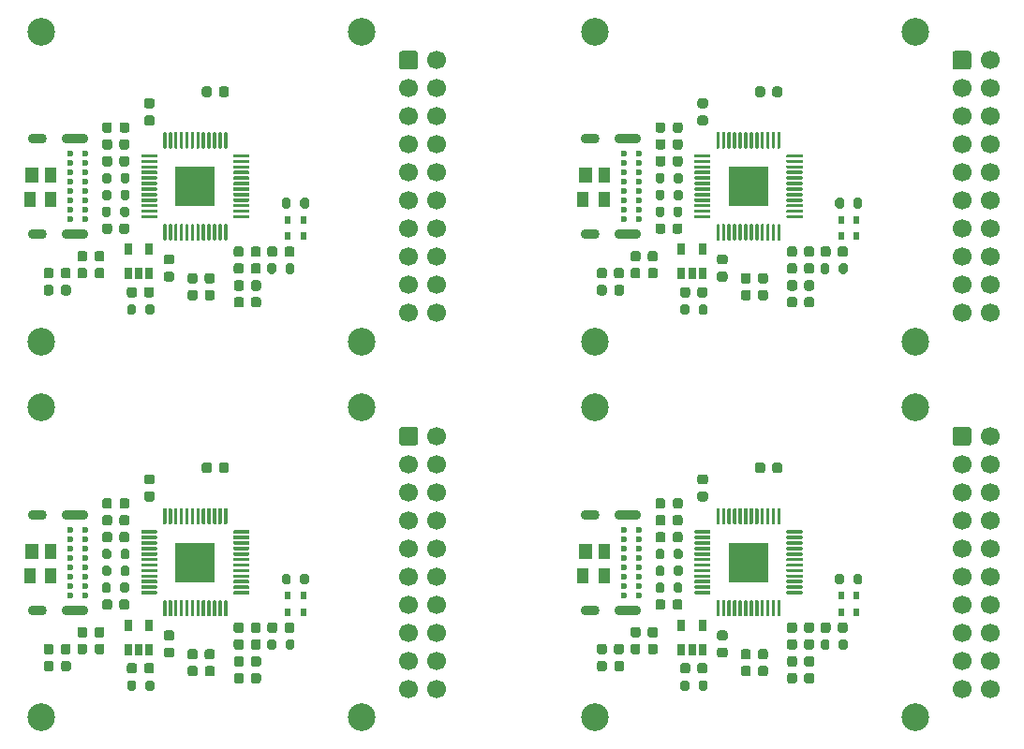
<source format=gbs>
G04 #@! TF.GenerationSoftware,KiCad,Pcbnew,(5.1.10-1-10_14)*
G04 #@! TF.CreationDate,2021-09-04T17:53:57+09:00*
G04 #@! TF.ProjectId,ft2232_jtag_tap,66743232-3332-45f6-9a74-61675f746170,rev?*
G04 #@! TF.SameCoordinates,Original*
G04 #@! TF.FileFunction,Soldermask,Bot*
G04 #@! TF.FilePolarity,Negative*
%FSLAX46Y46*%
G04 Gerber Fmt 4.6, Leading zero omitted, Abs format (unit mm)*
G04 Created by KiCad (PCBNEW (5.1.10-1-10_14)) date 2021-09-04 17:53:57*
%MOMM*%
%LPD*%
G01*
G04 APERTURE LIST*
%ADD10C,1.700000*%
%ADD11R,1.200000X1.400000*%
%ADD12R,1.000000X1.400000*%
%ADD13C,2.500000*%
%ADD14C,0.600000*%
%ADD15O,2.400000X0.900000*%
%ADD16O,1.700000X0.900000*%
%ADD17R,0.600000X0.700000*%
%ADD18R,3.600000X3.600000*%
%ADD19R,0.650000X1.060000*%
G04 APERTURE END LIST*
G36*
G01*
X135350000Y-140180000D02*
X135350000Y-138980000D01*
G75*
G02*
X135600000Y-138730000I250000J0D01*
G01*
X136800000Y-138730000D01*
G75*
G02*
X137050000Y-138980000I0J-250000D01*
G01*
X137050000Y-140180000D01*
G75*
G02*
X136800000Y-140430000I-250000J0D01*
G01*
X135600000Y-140430000D01*
G75*
G02*
X135350000Y-140180000I0J250000D01*
G01*
G37*
D10*
X136200000Y-142120000D03*
X136200000Y-144660000D03*
X136200000Y-147200000D03*
X136200000Y-149740000D03*
X136200000Y-152280000D03*
X136200000Y-154820000D03*
X136200000Y-157360000D03*
X136200000Y-159900000D03*
X136200000Y-162440000D03*
X138740000Y-139580000D03*
X138740000Y-142120000D03*
X138740000Y-144660000D03*
X138740000Y-147200000D03*
X138740000Y-149740000D03*
X138740000Y-152280000D03*
X138740000Y-154820000D03*
X138740000Y-157360000D03*
X138740000Y-159900000D03*
X138740000Y-162440000D03*
G36*
G01*
X85350000Y-140180000D02*
X85350000Y-138980000D01*
G75*
G02*
X85600000Y-138730000I250000J0D01*
G01*
X86800000Y-138730000D01*
G75*
G02*
X87050000Y-138980000I0J-250000D01*
G01*
X87050000Y-140180000D01*
G75*
G02*
X86800000Y-140430000I-250000J0D01*
G01*
X85600000Y-140430000D01*
G75*
G02*
X85350000Y-140180000I0J250000D01*
G01*
G37*
X86200000Y-142120000D03*
X86200000Y-144660000D03*
X86200000Y-147200000D03*
X86200000Y-149740000D03*
X86200000Y-152280000D03*
X86200000Y-154820000D03*
X86200000Y-157360000D03*
X86200000Y-159900000D03*
X86200000Y-162440000D03*
X88740000Y-139580000D03*
X88740000Y-142120000D03*
X88740000Y-144660000D03*
X88740000Y-147200000D03*
X88740000Y-149740000D03*
X88740000Y-152280000D03*
X88740000Y-154820000D03*
X88740000Y-157360000D03*
X88740000Y-159900000D03*
X88740000Y-162440000D03*
G36*
G01*
X135350000Y-106180000D02*
X135350000Y-104980000D01*
G75*
G02*
X135600000Y-104730000I250000J0D01*
G01*
X136800000Y-104730000D01*
G75*
G02*
X137050000Y-104980000I0J-250000D01*
G01*
X137050000Y-106180000D01*
G75*
G02*
X136800000Y-106430000I-250000J0D01*
G01*
X135600000Y-106430000D01*
G75*
G02*
X135350000Y-106180000I0J250000D01*
G01*
G37*
X136200000Y-108120000D03*
X136200000Y-110660000D03*
X136200000Y-113200000D03*
X136200000Y-115740000D03*
X136200000Y-118280000D03*
X136200000Y-120820000D03*
X136200000Y-123360000D03*
X136200000Y-125900000D03*
X136200000Y-128440000D03*
X138740000Y-105580000D03*
X138740000Y-108120000D03*
X138740000Y-110660000D03*
X138740000Y-113200000D03*
X138740000Y-115740000D03*
X138740000Y-118280000D03*
X138740000Y-120820000D03*
X138740000Y-123360000D03*
X138740000Y-125900000D03*
X138740000Y-128440000D03*
G36*
G01*
X105675000Y-160113750D02*
X105675000Y-160626250D01*
G75*
G02*
X105456250Y-160845000I-218750J0D01*
G01*
X105018750Y-160845000D01*
G75*
G02*
X104800000Y-160626250I0J218750D01*
G01*
X104800000Y-160113750D01*
G75*
G02*
X105018750Y-159895000I218750J0D01*
G01*
X105456250Y-159895000D01*
G75*
G02*
X105675000Y-160113750I0J-218750D01*
G01*
G37*
G36*
G01*
X104100000Y-160113750D02*
X104100000Y-160626250D01*
G75*
G02*
X103881250Y-160845000I-218750J0D01*
G01*
X103443750Y-160845000D01*
G75*
G02*
X103225000Y-160626250I0J218750D01*
G01*
X103225000Y-160113750D01*
G75*
G02*
X103443750Y-159895000I218750J0D01*
G01*
X103881250Y-159895000D01*
G75*
G02*
X104100000Y-160113750I0J-218750D01*
G01*
G37*
G36*
G01*
X55675000Y-160113750D02*
X55675000Y-160626250D01*
G75*
G02*
X55456250Y-160845000I-218750J0D01*
G01*
X55018750Y-160845000D01*
G75*
G02*
X54800000Y-160626250I0J218750D01*
G01*
X54800000Y-160113750D01*
G75*
G02*
X55018750Y-159895000I218750J0D01*
G01*
X55456250Y-159895000D01*
G75*
G02*
X55675000Y-160113750I0J-218750D01*
G01*
G37*
G36*
G01*
X54100000Y-160113750D02*
X54100000Y-160626250D01*
G75*
G02*
X53881250Y-160845000I-218750J0D01*
G01*
X53443750Y-160845000D01*
G75*
G02*
X53225000Y-160626250I0J218750D01*
G01*
X53225000Y-160113750D01*
G75*
G02*
X53443750Y-159895000I218750J0D01*
G01*
X53881250Y-159895000D01*
G75*
G02*
X54100000Y-160113750I0J-218750D01*
G01*
G37*
G36*
G01*
X105675000Y-126113750D02*
X105675000Y-126626250D01*
G75*
G02*
X105456250Y-126845000I-218750J0D01*
G01*
X105018750Y-126845000D01*
G75*
G02*
X104800000Y-126626250I0J218750D01*
G01*
X104800000Y-126113750D01*
G75*
G02*
X105018750Y-125895000I218750J0D01*
G01*
X105456250Y-125895000D01*
G75*
G02*
X105675000Y-126113750I0J-218750D01*
G01*
G37*
G36*
G01*
X104100000Y-126113750D02*
X104100000Y-126626250D01*
G75*
G02*
X103881250Y-126845000I-218750J0D01*
G01*
X103443750Y-126845000D01*
G75*
G02*
X103225000Y-126626250I0J218750D01*
G01*
X103225000Y-126113750D01*
G75*
G02*
X103443750Y-125895000I218750J0D01*
G01*
X103881250Y-125895000D01*
G75*
G02*
X104100000Y-126113750I0J-218750D01*
G01*
G37*
G36*
G01*
X108715000Y-158573750D02*
X108715000Y-159086250D01*
G75*
G02*
X108496250Y-159305000I-218750J0D01*
G01*
X108058750Y-159305000D01*
G75*
G02*
X107840000Y-159086250I0J218750D01*
G01*
X107840000Y-158573750D01*
G75*
G02*
X108058750Y-158355000I218750J0D01*
G01*
X108496250Y-158355000D01*
G75*
G02*
X108715000Y-158573750I0J-218750D01*
G01*
G37*
G36*
G01*
X107140000Y-158573750D02*
X107140000Y-159086250D01*
G75*
G02*
X106921250Y-159305000I-218750J0D01*
G01*
X106483750Y-159305000D01*
G75*
G02*
X106265000Y-159086250I0J218750D01*
G01*
X106265000Y-158573750D01*
G75*
G02*
X106483750Y-158355000I218750J0D01*
G01*
X106921250Y-158355000D01*
G75*
G02*
X107140000Y-158573750I0J-218750D01*
G01*
G37*
G36*
G01*
X58715000Y-158573750D02*
X58715000Y-159086250D01*
G75*
G02*
X58496250Y-159305000I-218750J0D01*
G01*
X58058750Y-159305000D01*
G75*
G02*
X57840000Y-159086250I0J218750D01*
G01*
X57840000Y-158573750D01*
G75*
G02*
X58058750Y-158355000I218750J0D01*
G01*
X58496250Y-158355000D01*
G75*
G02*
X58715000Y-158573750I0J-218750D01*
G01*
G37*
G36*
G01*
X57140000Y-158573750D02*
X57140000Y-159086250D01*
G75*
G02*
X56921250Y-159305000I-218750J0D01*
G01*
X56483750Y-159305000D01*
G75*
G02*
X56265000Y-159086250I0J218750D01*
G01*
X56265000Y-158573750D01*
G75*
G02*
X56483750Y-158355000I218750J0D01*
G01*
X56921250Y-158355000D01*
G75*
G02*
X57140000Y-158573750I0J-218750D01*
G01*
G37*
G36*
G01*
X108715000Y-124573750D02*
X108715000Y-125086250D01*
G75*
G02*
X108496250Y-125305000I-218750J0D01*
G01*
X108058750Y-125305000D01*
G75*
G02*
X107840000Y-125086250I0J218750D01*
G01*
X107840000Y-124573750D01*
G75*
G02*
X108058750Y-124355000I218750J0D01*
G01*
X108496250Y-124355000D01*
G75*
G02*
X108715000Y-124573750I0J-218750D01*
G01*
G37*
G36*
G01*
X107140000Y-124573750D02*
X107140000Y-125086250D01*
G75*
G02*
X106921250Y-125305000I-218750J0D01*
G01*
X106483750Y-125305000D01*
G75*
G02*
X106265000Y-125086250I0J218750D01*
G01*
X106265000Y-124573750D01*
G75*
G02*
X106483750Y-124355000I218750J0D01*
G01*
X106921250Y-124355000D01*
G75*
G02*
X107140000Y-124573750I0J-218750D01*
G01*
G37*
G36*
G01*
X110965000Y-151485000D02*
X110965000Y-152035000D01*
G75*
G02*
X110765000Y-152235000I-200000J0D01*
G01*
X110365000Y-152235000D01*
G75*
G02*
X110165000Y-152035000I0J200000D01*
G01*
X110165000Y-151485000D01*
G75*
G02*
X110365000Y-151285000I200000J0D01*
G01*
X110765000Y-151285000D01*
G75*
G02*
X110965000Y-151485000I0J-200000D01*
G01*
G37*
G36*
G01*
X109315000Y-151485000D02*
X109315000Y-152035000D01*
G75*
G02*
X109115000Y-152235000I-200000J0D01*
G01*
X108715000Y-152235000D01*
G75*
G02*
X108515000Y-152035000I0J200000D01*
G01*
X108515000Y-151485000D01*
G75*
G02*
X108715000Y-151285000I200000J0D01*
G01*
X109115000Y-151285000D01*
G75*
G02*
X109315000Y-151485000I0J-200000D01*
G01*
G37*
G36*
G01*
X60965000Y-151485000D02*
X60965000Y-152035000D01*
G75*
G02*
X60765000Y-152235000I-200000J0D01*
G01*
X60365000Y-152235000D01*
G75*
G02*
X60165000Y-152035000I0J200000D01*
G01*
X60165000Y-151485000D01*
G75*
G02*
X60365000Y-151285000I200000J0D01*
G01*
X60765000Y-151285000D01*
G75*
G02*
X60965000Y-151485000I0J-200000D01*
G01*
G37*
G36*
G01*
X59315000Y-151485000D02*
X59315000Y-152035000D01*
G75*
G02*
X59115000Y-152235000I-200000J0D01*
G01*
X58715000Y-152235000D01*
G75*
G02*
X58515000Y-152035000I0J200000D01*
G01*
X58515000Y-151485000D01*
G75*
G02*
X58715000Y-151285000I200000J0D01*
G01*
X59115000Y-151285000D01*
G75*
G02*
X59315000Y-151485000I0J-200000D01*
G01*
G37*
G36*
G01*
X110965000Y-117485000D02*
X110965000Y-118035000D01*
G75*
G02*
X110765000Y-118235000I-200000J0D01*
G01*
X110365000Y-118235000D01*
G75*
G02*
X110165000Y-118035000I0J200000D01*
G01*
X110165000Y-117485000D01*
G75*
G02*
X110365000Y-117285000I200000J0D01*
G01*
X110765000Y-117285000D01*
G75*
G02*
X110965000Y-117485000I0J-200000D01*
G01*
G37*
G36*
G01*
X109315000Y-117485000D02*
X109315000Y-118035000D01*
G75*
G02*
X109115000Y-118235000I-200000J0D01*
G01*
X108715000Y-118235000D01*
G75*
G02*
X108515000Y-118035000I0J200000D01*
G01*
X108515000Y-117485000D01*
G75*
G02*
X108715000Y-117285000I200000J0D01*
G01*
X109115000Y-117285000D01*
G75*
G02*
X109315000Y-117485000I0J-200000D01*
G01*
G37*
G36*
G01*
X110965000Y-149965000D02*
X110965000Y-150515000D01*
G75*
G02*
X110765000Y-150715000I-200000J0D01*
G01*
X110365000Y-150715000D01*
G75*
G02*
X110165000Y-150515000I0J200000D01*
G01*
X110165000Y-149965000D01*
G75*
G02*
X110365000Y-149765000I200000J0D01*
G01*
X110765000Y-149765000D01*
G75*
G02*
X110965000Y-149965000I0J-200000D01*
G01*
G37*
G36*
G01*
X109315000Y-149965000D02*
X109315000Y-150515000D01*
G75*
G02*
X109115000Y-150715000I-200000J0D01*
G01*
X108715000Y-150715000D01*
G75*
G02*
X108515000Y-150515000I0J200000D01*
G01*
X108515000Y-149965000D01*
G75*
G02*
X108715000Y-149765000I200000J0D01*
G01*
X109115000Y-149765000D01*
G75*
G02*
X109315000Y-149965000I0J-200000D01*
G01*
G37*
G36*
G01*
X60965000Y-149965000D02*
X60965000Y-150515000D01*
G75*
G02*
X60765000Y-150715000I-200000J0D01*
G01*
X60365000Y-150715000D01*
G75*
G02*
X60165000Y-150515000I0J200000D01*
G01*
X60165000Y-149965000D01*
G75*
G02*
X60365000Y-149765000I200000J0D01*
G01*
X60765000Y-149765000D01*
G75*
G02*
X60965000Y-149965000I0J-200000D01*
G01*
G37*
G36*
G01*
X59315000Y-149965000D02*
X59315000Y-150515000D01*
G75*
G02*
X59115000Y-150715000I-200000J0D01*
G01*
X58715000Y-150715000D01*
G75*
G02*
X58515000Y-150515000I0J200000D01*
G01*
X58515000Y-149965000D01*
G75*
G02*
X58715000Y-149765000I200000J0D01*
G01*
X59115000Y-149765000D01*
G75*
G02*
X59315000Y-149965000I0J-200000D01*
G01*
G37*
G36*
G01*
X110965000Y-115965000D02*
X110965000Y-116515000D01*
G75*
G02*
X110765000Y-116715000I-200000J0D01*
G01*
X110365000Y-116715000D01*
G75*
G02*
X110165000Y-116515000I0J200000D01*
G01*
X110165000Y-115965000D01*
G75*
G02*
X110365000Y-115765000I200000J0D01*
G01*
X110765000Y-115765000D01*
G75*
G02*
X110965000Y-115965000I0J-200000D01*
G01*
G37*
G36*
G01*
X109315000Y-115965000D02*
X109315000Y-116515000D01*
G75*
G02*
X109115000Y-116715000I-200000J0D01*
G01*
X108715000Y-116715000D01*
G75*
G02*
X108515000Y-116515000I0J200000D01*
G01*
X108515000Y-115965000D01*
G75*
G02*
X108715000Y-115765000I200000J0D01*
G01*
X109115000Y-115765000D01*
G75*
G02*
X109315000Y-115965000I0J-200000D01*
G01*
G37*
G36*
G01*
X113215000Y-161845000D02*
X113215000Y-162395000D01*
G75*
G02*
X113015000Y-162595000I-200000J0D01*
G01*
X112615000Y-162595000D01*
G75*
G02*
X112415000Y-162395000I0J200000D01*
G01*
X112415000Y-161845000D01*
G75*
G02*
X112615000Y-161645000I200000J0D01*
G01*
X113015000Y-161645000D01*
G75*
G02*
X113215000Y-161845000I0J-200000D01*
G01*
G37*
G36*
G01*
X111565000Y-161845000D02*
X111565000Y-162395000D01*
G75*
G02*
X111365000Y-162595000I-200000J0D01*
G01*
X110965000Y-162595000D01*
G75*
G02*
X110765000Y-162395000I0J200000D01*
G01*
X110765000Y-161845000D01*
G75*
G02*
X110965000Y-161645000I200000J0D01*
G01*
X111365000Y-161645000D01*
G75*
G02*
X111565000Y-161845000I0J-200000D01*
G01*
G37*
G36*
G01*
X63215000Y-161845000D02*
X63215000Y-162395000D01*
G75*
G02*
X63015000Y-162595000I-200000J0D01*
G01*
X62615000Y-162595000D01*
G75*
G02*
X62415000Y-162395000I0J200000D01*
G01*
X62415000Y-161845000D01*
G75*
G02*
X62615000Y-161645000I200000J0D01*
G01*
X63015000Y-161645000D01*
G75*
G02*
X63215000Y-161845000I0J-200000D01*
G01*
G37*
G36*
G01*
X61565000Y-161845000D02*
X61565000Y-162395000D01*
G75*
G02*
X61365000Y-162595000I-200000J0D01*
G01*
X60965000Y-162595000D01*
G75*
G02*
X60765000Y-162395000I0J200000D01*
G01*
X60765000Y-161845000D01*
G75*
G02*
X60965000Y-161645000I200000J0D01*
G01*
X61365000Y-161645000D01*
G75*
G02*
X61565000Y-161845000I0J-200000D01*
G01*
G37*
G36*
G01*
X113215000Y-127845000D02*
X113215000Y-128395000D01*
G75*
G02*
X113015000Y-128595000I-200000J0D01*
G01*
X112615000Y-128595000D01*
G75*
G02*
X112415000Y-128395000I0J200000D01*
G01*
X112415000Y-127845000D01*
G75*
G02*
X112615000Y-127645000I200000J0D01*
G01*
X113015000Y-127645000D01*
G75*
G02*
X113215000Y-127845000I0J-200000D01*
G01*
G37*
G36*
G01*
X111565000Y-127845000D02*
X111565000Y-128395000D01*
G75*
G02*
X111365000Y-128595000I-200000J0D01*
G01*
X110965000Y-128595000D01*
G75*
G02*
X110765000Y-128395000I0J200000D01*
G01*
X110765000Y-127845000D01*
G75*
G02*
X110965000Y-127645000I200000J0D01*
G01*
X111365000Y-127645000D01*
G75*
G02*
X111565000Y-127845000I0J-200000D01*
G01*
G37*
G36*
G01*
X110965000Y-145403750D02*
X110965000Y-145916250D01*
G75*
G02*
X110746250Y-146135000I-218750J0D01*
G01*
X110308750Y-146135000D01*
G75*
G02*
X110090000Y-145916250I0J218750D01*
G01*
X110090000Y-145403750D01*
G75*
G02*
X110308750Y-145185000I218750J0D01*
G01*
X110746250Y-145185000D01*
G75*
G02*
X110965000Y-145403750I0J-218750D01*
G01*
G37*
G36*
G01*
X109390000Y-145403750D02*
X109390000Y-145916250D01*
G75*
G02*
X109171250Y-146135000I-218750J0D01*
G01*
X108733750Y-146135000D01*
G75*
G02*
X108515000Y-145916250I0J218750D01*
G01*
X108515000Y-145403750D01*
G75*
G02*
X108733750Y-145185000I218750J0D01*
G01*
X109171250Y-145185000D01*
G75*
G02*
X109390000Y-145403750I0J-218750D01*
G01*
G37*
G36*
G01*
X60965000Y-145403750D02*
X60965000Y-145916250D01*
G75*
G02*
X60746250Y-146135000I-218750J0D01*
G01*
X60308750Y-146135000D01*
G75*
G02*
X60090000Y-145916250I0J218750D01*
G01*
X60090000Y-145403750D01*
G75*
G02*
X60308750Y-145185000I218750J0D01*
G01*
X60746250Y-145185000D01*
G75*
G02*
X60965000Y-145403750I0J-218750D01*
G01*
G37*
G36*
G01*
X59390000Y-145403750D02*
X59390000Y-145916250D01*
G75*
G02*
X59171250Y-146135000I-218750J0D01*
G01*
X58733750Y-146135000D01*
G75*
G02*
X58515000Y-145916250I0J218750D01*
G01*
X58515000Y-145403750D01*
G75*
G02*
X58733750Y-145185000I218750J0D01*
G01*
X59171250Y-145185000D01*
G75*
G02*
X59390000Y-145403750I0J-218750D01*
G01*
G37*
G36*
G01*
X110965000Y-111403750D02*
X110965000Y-111916250D01*
G75*
G02*
X110746250Y-112135000I-218750J0D01*
G01*
X110308750Y-112135000D01*
G75*
G02*
X110090000Y-111916250I0J218750D01*
G01*
X110090000Y-111403750D01*
G75*
G02*
X110308750Y-111185000I218750J0D01*
G01*
X110746250Y-111185000D01*
G75*
G02*
X110965000Y-111403750I0J-218750D01*
G01*
G37*
G36*
G01*
X109390000Y-111403750D02*
X109390000Y-111916250D01*
G75*
G02*
X109171250Y-112135000I-218750J0D01*
G01*
X108733750Y-112135000D01*
G75*
G02*
X108515000Y-111916250I0J218750D01*
G01*
X108515000Y-111403750D01*
G75*
G02*
X108733750Y-111185000I218750J0D01*
G01*
X109171250Y-111185000D01*
G75*
G02*
X109390000Y-111403750I0J-218750D01*
G01*
G37*
G36*
G01*
X125885000Y-158145000D02*
X125885000Y-158695000D01*
G75*
G02*
X125685000Y-158895000I-200000J0D01*
G01*
X125285000Y-158895000D01*
G75*
G02*
X125085000Y-158695000I0J200000D01*
G01*
X125085000Y-158145000D01*
G75*
G02*
X125285000Y-157945000I200000J0D01*
G01*
X125685000Y-157945000D01*
G75*
G02*
X125885000Y-158145000I0J-200000D01*
G01*
G37*
G36*
G01*
X124235000Y-158145000D02*
X124235000Y-158695000D01*
G75*
G02*
X124035000Y-158895000I-200000J0D01*
G01*
X123635000Y-158895000D01*
G75*
G02*
X123435000Y-158695000I0J200000D01*
G01*
X123435000Y-158145000D01*
G75*
G02*
X123635000Y-157945000I200000J0D01*
G01*
X124035000Y-157945000D01*
G75*
G02*
X124235000Y-158145000I0J-200000D01*
G01*
G37*
G36*
G01*
X75885000Y-158145000D02*
X75885000Y-158695000D01*
G75*
G02*
X75685000Y-158895000I-200000J0D01*
G01*
X75285000Y-158895000D01*
G75*
G02*
X75085000Y-158695000I0J200000D01*
G01*
X75085000Y-158145000D01*
G75*
G02*
X75285000Y-157945000I200000J0D01*
G01*
X75685000Y-157945000D01*
G75*
G02*
X75885000Y-158145000I0J-200000D01*
G01*
G37*
G36*
G01*
X74235000Y-158145000D02*
X74235000Y-158695000D01*
G75*
G02*
X74035000Y-158895000I-200000J0D01*
G01*
X73635000Y-158895000D01*
G75*
G02*
X73435000Y-158695000I0J200000D01*
G01*
X73435000Y-158145000D01*
G75*
G02*
X73635000Y-157945000I200000J0D01*
G01*
X74035000Y-157945000D01*
G75*
G02*
X74235000Y-158145000I0J-200000D01*
G01*
G37*
G36*
G01*
X125885000Y-124145000D02*
X125885000Y-124695000D01*
G75*
G02*
X125685000Y-124895000I-200000J0D01*
G01*
X125285000Y-124895000D01*
G75*
G02*
X125085000Y-124695000I0J200000D01*
G01*
X125085000Y-124145000D01*
G75*
G02*
X125285000Y-123945000I200000J0D01*
G01*
X125685000Y-123945000D01*
G75*
G02*
X125885000Y-124145000I0J-200000D01*
G01*
G37*
G36*
G01*
X124235000Y-124145000D02*
X124235000Y-124695000D01*
G75*
G02*
X124035000Y-124895000I-200000J0D01*
G01*
X123635000Y-124895000D01*
G75*
G02*
X123435000Y-124695000I0J200000D01*
G01*
X123435000Y-124145000D01*
G75*
G02*
X123635000Y-123945000I200000J0D01*
G01*
X124035000Y-123945000D01*
G75*
G02*
X124235000Y-124145000I0J-200000D01*
G01*
G37*
G36*
G01*
X110955000Y-153005000D02*
X110955000Y-153555000D01*
G75*
G02*
X110755000Y-153755000I-200000J0D01*
G01*
X110355000Y-153755000D01*
G75*
G02*
X110155000Y-153555000I0J200000D01*
G01*
X110155000Y-153005000D01*
G75*
G02*
X110355000Y-152805000I200000J0D01*
G01*
X110755000Y-152805000D01*
G75*
G02*
X110955000Y-153005000I0J-200000D01*
G01*
G37*
G36*
G01*
X109305000Y-153005000D02*
X109305000Y-153555000D01*
G75*
G02*
X109105000Y-153755000I-200000J0D01*
G01*
X108705000Y-153755000D01*
G75*
G02*
X108505000Y-153555000I0J200000D01*
G01*
X108505000Y-153005000D01*
G75*
G02*
X108705000Y-152805000I200000J0D01*
G01*
X109105000Y-152805000D01*
G75*
G02*
X109305000Y-153005000I0J-200000D01*
G01*
G37*
G36*
G01*
X60955000Y-153005000D02*
X60955000Y-153555000D01*
G75*
G02*
X60755000Y-153755000I-200000J0D01*
G01*
X60355000Y-153755000D01*
G75*
G02*
X60155000Y-153555000I0J200000D01*
G01*
X60155000Y-153005000D01*
G75*
G02*
X60355000Y-152805000I200000J0D01*
G01*
X60755000Y-152805000D01*
G75*
G02*
X60955000Y-153005000I0J-200000D01*
G01*
G37*
G36*
G01*
X59305000Y-153005000D02*
X59305000Y-153555000D01*
G75*
G02*
X59105000Y-153755000I-200000J0D01*
G01*
X58705000Y-153755000D01*
G75*
G02*
X58505000Y-153555000I0J200000D01*
G01*
X58505000Y-153005000D01*
G75*
G02*
X58705000Y-152805000I200000J0D01*
G01*
X59105000Y-152805000D01*
G75*
G02*
X59305000Y-153005000I0J-200000D01*
G01*
G37*
G36*
G01*
X110955000Y-119005000D02*
X110955000Y-119555000D01*
G75*
G02*
X110755000Y-119755000I-200000J0D01*
G01*
X110355000Y-119755000D01*
G75*
G02*
X110155000Y-119555000I0J200000D01*
G01*
X110155000Y-119005000D01*
G75*
G02*
X110355000Y-118805000I200000J0D01*
G01*
X110755000Y-118805000D01*
G75*
G02*
X110955000Y-119005000I0J-200000D01*
G01*
G37*
G36*
G01*
X109305000Y-119005000D02*
X109305000Y-119555000D01*
G75*
G02*
X109105000Y-119755000I-200000J0D01*
G01*
X108705000Y-119755000D01*
G75*
G02*
X108505000Y-119555000I0J200000D01*
G01*
X108505000Y-119005000D01*
G75*
G02*
X108705000Y-118805000I200000J0D01*
G01*
X109105000Y-118805000D01*
G75*
G02*
X109305000Y-119005000I0J-200000D01*
G01*
G37*
G36*
G01*
X127205000Y-152235000D02*
X127205000Y-152785000D01*
G75*
G02*
X127005000Y-152985000I-200000J0D01*
G01*
X126605000Y-152985000D01*
G75*
G02*
X126405000Y-152785000I0J200000D01*
G01*
X126405000Y-152235000D01*
G75*
G02*
X126605000Y-152035000I200000J0D01*
G01*
X127005000Y-152035000D01*
G75*
G02*
X127205000Y-152235000I0J-200000D01*
G01*
G37*
G36*
G01*
X125555000Y-152235000D02*
X125555000Y-152785000D01*
G75*
G02*
X125355000Y-152985000I-200000J0D01*
G01*
X124955000Y-152985000D01*
G75*
G02*
X124755000Y-152785000I0J200000D01*
G01*
X124755000Y-152235000D01*
G75*
G02*
X124955000Y-152035000I200000J0D01*
G01*
X125355000Y-152035000D01*
G75*
G02*
X125555000Y-152235000I0J-200000D01*
G01*
G37*
G36*
G01*
X77205000Y-152235000D02*
X77205000Y-152785000D01*
G75*
G02*
X77005000Y-152985000I-200000J0D01*
G01*
X76605000Y-152985000D01*
G75*
G02*
X76405000Y-152785000I0J200000D01*
G01*
X76405000Y-152235000D01*
G75*
G02*
X76605000Y-152035000I200000J0D01*
G01*
X77005000Y-152035000D01*
G75*
G02*
X77205000Y-152235000I0J-200000D01*
G01*
G37*
G36*
G01*
X75555000Y-152235000D02*
X75555000Y-152785000D01*
G75*
G02*
X75355000Y-152985000I-200000J0D01*
G01*
X74955000Y-152985000D01*
G75*
G02*
X74755000Y-152785000I0J200000D01*
G01*
X74755000Y-152235000D01*
G75*
G02*
X74955000Y-152035000I200000J0D01*
G01*
X75355000Y-152035000D01*
G75*
G02*
X75555000Y-152235000I0J-200000D01*
G01*
G37*
G36*
G01*
X127205000Y-118235000D02*
X127205000Y-118785000D01*
G75*
G02*
X127005000Y-118985000I-200000J0D01*
G01*
X126605000Y-118985000D01*
G75*
G02*
X126405000Y-118785000I0J200000D01*
G01*
X126405000Y-118235000D01*
G75*
G02*
X126605000Y-118035000I200000J0D01*
G01*
X127005000Y-118035000D01*
G75*
G02*
X127205000Y-118235000I0J-200000D01*
G01*
G37*
G36*
G01*
X125555000Y-118235000D02*
X125555000Y-118785000D01*
G75*
G02*
X125355000Y-118985000I-200000J0D01*
G01*
X124955000Y-118985000D01*
G75*
G02*
X124755000Y-118785000I0J200000D01*
G01*
X124755000Y-118235000D01*
G75*
G02*
X124955000Y-118035000I200000J0D01*
G01*
X125355000Y-118035000D01*
G75*
G02*
X125555000Y-118235000I0J-200000D01*
G01*
G37*
D11*
X102160000Y-149990000D03*
D12*
X103880000Y-149990000D03*
X103880000Y-152190000D03*
X101980000Y-152190000D03*
D11*
X52160000Y-149990000D03*
D12*
X53880000Y-149990000D03*
X53880000Y-152190000D03*
X51980000Y-152190000D03*
D11*
X102160000Y-115990000D03*
D12*
X103880000Y-115990000D03*
X103880000Y-118190000D03*
X101980000Y-118190000D03*
D13*
X103000000Y-137000000D03*
X53000000Y-137000000D03*
X103000000Y-103000000D03*
X103000000Y-165000000D03*
X53000000Y-165000000D03*
X103000000Y-131000000D03*
X132000000Y-137000000D03*
X82000000Y-137000000D03*
X132000000Y-103000000D03*
X132000000Y-165000000D03*
X82000000Y-165000000D03*
X132000000Y-131000000D03*
G36*
G01*
X103215000Y-159080000D02*
X103215000Y-158580000D01*
G75*
G02*
X103440000Y-158355000I225000J0D01*
G01*
X103890000Y-158355000D01*
G75*
G02*
X104115000Y-158580000I0J-225000D01*
G01*
X104115000Y-159080000D01*
G75*
G02*
X103890000Y-159305000I-225000J0D01*
G01*
X103440000Y-159305000D01*
G75*
G02*
X103215000Y-159080000I0J225000D01*
G01*
G37*
G36*
G01*
X104765000Y-159080000D02*
X104765000Y-158580000D01*
G75*
G02*
X104990000Y-158355000I225000J0D01*
G01*
X105440000Y-158355000D01*
G75*
G02*
X105665000Y-158580000I0J-225000D01*
G01*
X105665000Y-159080000D01*
G75*
G02*
X105440000Y-159305000I-225000J0D01*
G01*
X104990000Y-159305000D01*
G75*
G02*
X104765000Y-159080000I0J225000D01*
G01*
G37*
G36*
G01*
X53215000Y-159080000D02*
X53215000Y-158580000D01*
G75*
G02*
X53440000Y-158355000I225000J0D01*
G01*
X53890000Y-158355000D01*
G75*
G02*
X54115000Y-158580000I0J-225000D01*
G01*
X54115000Y-159080000D01*
G75*
G02*
X53890000Y-159305000I-225000J0D01*
G01*
X53440000Y-159305000D01*
G75*
G02*
X53215000Y-159080000I0J225000D01*
G01*
G37*
G36*
G01*
X54765000Y-159080000D02*
X54765000Y-158580000D01*
G75*
G02*
X54990000Y-158355000I225000J0D01*
G01*
X55440000Y-158355000D01*
G75*
G02*
X55665000Y-158580000I0J-225000D01*
G01*
X55665000Y-159080000D01*
G75*
G02*
X55440000Y-159305000I-225000J0D01*
G01*
X54990000Y-159305000D01*
G75*
G02*
X54765000Y-159080000I0J225000D01*
G01*
G37*
G36*
G01*
X103215000Y-125080000D02*
X103215000Y-124580000D01*
G75*
G02*
X103440000Y-124355000I225000J0D01*
G01*
X103890000Y-124355000D01*
G75*
G02*
X104115000Y-124580000I0J-225000D01*
G01*
X104115000Y-125080000D01*
G75*
G02*
X103890000Y-125305000I-225000J0D01*
G01*
X103440000Y-125305000D01*
G75*
G02*
X103215000Y-125080000I0J225000D01*
G01*
G37*
G36*
G01*
X104765000Y-125080000D02*
X104765000Y-124580000D01*
G75*
G02*
X104990000Y-124355000I225000J0D01*
G01*
X105440000Y-124355000D01*
G75*
G02*
X105665000Y-124580000I0J-225000D01*
G01*
X105665000Y-125080000D01*
G75*
G02*
X105440000Y-125305000I-225000J0D01*
G01*
X104990000Y-125305000D01*
G75*
G02*
X104765000Y-125080000I0J225000D01*
G01*
G37*
G36*
G01*
X110745000Y-160810000D02*
X110745000Y-160310000D01*
G75*
G02*
X110970000Y-160085000I225000J0D01*
G01*
X111420000Y-160085000D01*
G75*
G02*
X111645000Y-160310000I0J-225000D01*
G01*
X111645000Y-160810000D01*
G75*
G02*
X111420000Y-161035000I-225000J0D01*
G01*
X110970000Y-161035000D01*
G75*
G02*
X110745000Y-160810000I0J225000D01*
G01*
G37*
G36*
G01*
X112295000Y-160810000D02*
X112295000Y-160310000D01*
G75*
G02*
X112520000Y-160085000I225000J0D01*
G01*
X112970000Y-160085000D01*
G75*
G02*
X113195000Y-160310000I0J-225000D01*
G01*
X113195000Y-160810000D01*
G75*
G02*
X112970000Y-161035000I-225000J0D01*
G01*
X112520000Y-161035000D01*
G75*
G02*
X112295000Y-160810000I0J225000D01*
G01*
G37*
G36*
G01*
X60745000Y-160810000D02*
X60745000Y-160310000D01*
G75*
G02*
X60970000Y-160085000I225000J0D01*
G01*
X61420000Y-160085000D01*
G75*
G02*
X61645000Y-160310000I0J-225000D01*
G01*
X61645000Y-160810000D01*
G75*
G02*
X61420000Y-161035000I-225000J0D01*
G01*
X60970000Y-161035000D01*
G75*
G02*
X60745000Y-160810000I0J225000D01*
G01*
G37*
G36*
G01*
X62295000Y-160810000D02*
X62295000Y-160310000D01*
G75*
G02*
X62520000Y-160085000I225000J0D01*
G01*
X62970000Y-160085000D01*
G75*
G02*
X63195000Y-160310000I0J-225000D01*
G01*
X63195000Y-160810000D01*
G75*
G02*
X62970000Y-161035000I-225000J0D01*
G01*
X62520000Y-161035000D01*
G75*
G02*
X62295000Y-160810000I0J225000D01*
G01*
G37*
G36*
G01*
X110745000Y-126810000D02*
X110745000Y-126310000D01*
G75*
G02*
X110970000Y-126085000I225000J0D01*
G01*
X111420000Y-126085000D01*
G75*
G02*
X111645000Y-126310000I0J-225000D01*
G01*
X111645000Y-126810000D01*
G75*
G02*
X111420000Y-127035000I-225000J0D01*
G01*
X110970000Y-127035000D01*
G75*
G02*
X110745000Y-126810000I0J225000D01*
G01*
G37*
G36*
G01*
X112295000Y-126810000D02*
X112295000Y-126310000D01*
G75*
G02*
X112520000Y-126085000I225000J0D01*
G01*
X112970000Y-126085000D01*
G75*
G02*
X113195000Y-126310000I0J-225000D01*
G01*
X113195000Y-126810000D01*
G75*
G02*
X112970000Y-127035000I-225000J0D01*
G01*
X112520000Y-127035000D01*
G75*
G02*
X112295000Y-126810000I0J225000D01*
G01*
G37*
G36*
G01*
X125885000Y-156640000D02*
X125885000Y-157140000D01*
G75*
G02*
X125660000Y-157365000I-225000J0D01*
G01*
X125210000Y-157365000D01*
G75*
G02*
X124985000Y-157140000I0J225000D01*
G01*
X124985000Y-156640000D01*
G75*
G02*
X125210000Y-156415000I225000J0D01*
G01*
X125660000Y-156415000D01*
G75*
G02*
X125885000Y-156640000I0J-225000D01*
G01*
G37*
G36*
G01*
X124335000Y-156640000D02*
X124335000Y-157140000D01*
G75*
G02*
X124110000Y-157365000I-225000J0D01*
G01*
X123660000Y-157365000D01*
G75*
G02*
X123435000Y-157140000I0J225000D01*
G01*
X123435000Y-156640000D01*
G75*
G02*
X123660000Y-156415000I225000J0D01*
G01*
X124110000Y-156415000D01*
G75*
G02*
X124335000Y-156640000I0J-225000D01*
G01*
G37*
G36*
G01*
X75885000Y-156640000D02*
X75885000Y-157140000D01*
G75*
G02*
X75660000Y-157365000I-225000J0D01*
G01*
X75210000Y-157365000D01*
G75*
G02*
X74985000Y-157140000I0J225000D01*
G01*
X74985000Y-156640000D01*
G75*
G02*
X75210000Y-156415000I225000J0D01*
G01*
X75660000Y-156415000D01*
G75*
G02*
X75885000Y-156640000I0J-225000D01*
G01*
G37*
G36*
G01*
X74335000Y-156640000D02*
X74335000Y-157140000D01*
G75*
G02*
X74110000Y-157365000I-225000J0D01*
G01*
X73660000Y-157365000D01*
G75*
G02*
X73435000Y-157140000I0J225000D01*
G01*
X73435000Y-156640000D01*
G75*
G02*
X73660000Y-156415000I225000J0D01*
G01*
X74110000Y-156415000D01*
G75*
G02*
X74335000Y-156640000I0J-225000D01*
G01*
G37*
G36*
G01*
X125885000Y-122640000D02*
X125885000Y-123140000D01*
G75*
G02*
X125660000Y-123365000I-225000J0D01*
G01*
X125210000Y-123365000D01*
G75*
G02*
X124985000Y-123140000I0J225000D01*
G01*
X124985000Y-122640000D01*
G75*
G02*
X125210000Y-122415000I225000J0D01*
G01*
X125660000Y-122415000D01*
G75*
G02*
X125885000Y-122640000I0J-225000D01*
G01*
G37*
G36*
G01*
X124335000Y-122640000D02*
X124335000Y-123140000D01*
G75*
G02*
X124110000Y-123365000I-225000J0D01*
G01*
X123660000Y-123365000D01*
G75*
G02*
X123435000Y-123140000I0J225000D01*
G01*
X123435000Y-122640000D01*
G75*
G02*
X123660000Y-122415000I225000J0D01*
G01*
X124110000Y-122415000D01*
G75*
G02*
X124335000Y-122640000I0J-225000D01*
G01*
G37*
G36*
G01*
X118685000Y-160570000D02*
X118685000Y-161070000D01*
G75*
G02*
X118460000Y-161295000I-225000J0D01*
G01*
X118010000Y-161295000D01*
G75*
G02*
X117785000Y-161070000I0J225000D01*
G01*
X117785000Y-160570000D01*
G75*
G02*
X118010000Y-160345000I225000J0D01*
G01*
X118460000Y-160345000D01*
G75*
G02*
X118685000Y-160570000I0J-225000D01*
G01*
G37*
G36*
G01*
X117135000Y-160570000D02*
X117135000Y-161070000D01*
G75*
G02*
X116910000Y-161295000I-225000J0D01*
G01*
X116460000Y-161295000D01*
G75*
G02*
X116235000Y-161070000I0J225000D01*
G01*
X116235000Y-160570000D01*
G75*
G02*
X116460000Y-160345000I225000J0D01*
G01*
X116910000Y-160345000D01*
G75*
G02*
X117135000Y-160570000I0J-225000D01*
G01*
G37*
G36*
G01*
X68685000Y-160570000D02*
X68685000Y-161070000D01*
G75*
G02*
X68460000Y-161295000I-225000J0D01*
G01*
X68010000Y-161295000D01*
G75*
G02*
X67785000Y-161070000I0J225000D01*
G01*
X67785000Y-160570000D01*
G75*
G02*
X68010000Y-160345000I225000J0D01*
G01*
X68460000Y-160345000D01*
G75*
G02*
X68685000Y-160570000I0J-225000D01*
G01*
G37*
G36*
G01*
X67135000Y-160570000D02*
X67135000Y-161070000D01*
G75*
G02*
X66910000Y-161295000I-225000J0D01*
G01*
X66460000Y-161295000D01*
G75*
G02*
X66235000Y-161070000I0J225000D01*
G01*
X66235000Y-160570000D01*
G75*
G02*
X66460000Y-160345000I225000J0D01*
G01*
X66910000Y-160345000D01*
G75*
G02*
X67135000Y-160570000I0J-225000D01*
G01*
G37*
G36*
G01*
X118685000Y-126570000D02*
X118685000Y-127070000D01*
G75*
G02*
X118460000Y-127295000I-225000J0D01*
G01*
X118010000Y-127295000D01*
G75*
G02*
X117785000Y-127070000I0J225000D01*
G01*
X117785000Y-126570000D01*
G75*
G02*
X118010000Y-126345000I225000J0D01*
G01*
X118460000Y-126345000D01*
G75*
G02*
X118685000Y-126570000I0J-225000D01*
G01*
G37*
G36*
G01*
X117135000Y-126570000D02*
X117135000Y-127070000D01*
G75*
G02*
X116910000Y-127295000I-225000J0D01*
G01*
X116460000Y-127295000D01*
G75*
G02*
X116235000Y-127070000I0J225000D01*
G01*
X116235000Y-126570000D01*
G75*
G02*
X116460000Y-126345000I225000J0D01*
G01*
X116910000Y-126345000D01*
G75*
G02*
X117135000Y-126570000I0J-225000D01*
G01*
G37*
G36*
G01*
X120395000Y-158660000D02*
X120395000Y-158160000D01*
G75*
G02*
X120620000Y-157935000I225000J0D01*
G01*
X121070000Y-157935000D01*
G75*
G02*
X121295000Y-158160000I0J-225000D01*
G01*
X121295000Y-158660000D01*
G75*
G02*
X121070000Y-158885000I-225000J0D01*
G01*
X120620000Y-158885000D01*
G75*
G02*
X120395000Y-158660000I0J225000D01*
G01*
G37*
G36*
G01*
X121945000Y-158660000D02*
X121945000Y-158160000D01*
G75*
G02*
X122170000Y-157935000I225000J0D01*
G01*
X122620000Y-157935000D01*
G75*
G02*
X122845000Y-158160000I0J-225000D01*
G01*
X122845000Y-158660000D01*
G75*
G02*
X122620000Y-158885000I-225000J0D01*
G01*
X122170000Y-158885000D01*
G75*
G02*
X121945000Y-158660000I0J225000D01*
G01*
G37*
G36*
G01*
X70395000Y-158660000D02*
X70395000Y-158160000D01*
G75*
G02*
X70620000Y-157935000I225000J0D01*
G01*
X71070000Y-157935000D01*
G75*
G02*
X71295000Y-158160000I0J-225000D01*
G01*
X71295000Y-158660000D01*
G75*
G02*
X71070000Y-158885000I-225000J0D01*
G01*
X70620000Y-158885000D01*
G75*
G02*
X70395000Y-158660000I0J225000D01*
G01*
G37*
G36*
G01*
X71945000Y-158660000D02*
X71945000Y-158160000D01*
G75*
G02*
X72170000Y-157935000I225000J0D01*
G01*
X72620000Y-157935000D01*
G75*
G02*
X72845000Y-158160000I0J-225000D01*
G01*
X72845000Y-158660000D01*
G75*
G02*
X72620000Y-158885000I-225000J0D01*
G01*
X72170000Y-158885000D01*
G75*
G02*
X71945000Y-158660000I0J225000D01*
G01*
G37*
G36*
G01*
X120395000Y-124660000D02*
X120395000Y-124160000D01*
G75*
G02*
X120620000Y-123935000I225000J0D01*
G01*
X121070000Y-123935000D01*
G75*
G02*
X121295000Y-124160000I0J-225000D01*
G01*
X121295000Y-124660000D01*
G75*
G02*
X121070000Y-124885000I-225000J0D01*
G01*
X120620000Y-124885000D01*
G75*
G02*
X120395000Y-124660000I0J225000D01*
G01*
G37*
G36*
G01*
X121945000Y-124660000D02*
X121945000Y-124160000D01*
G75*
G02*
X122170000Y-123935000I225000J0D01*
G01*
X122620000Y-123935000D01*
G75*
G02*
X122845000Y-124160000I0J-225000D01*
G01*
X122845000Y-124660000D01*
G75*
G02*
X122620000Y-124885000I-225000J0D01*
G01*
X122170000Y-124885000D01*
G75*
G02*
X121945000Y-124660000I0J225000D01*
G01*
G37*
G36*
G01*
X118675000Y-159050000D02*
X118675000Y-159550000D01*
G75*
G02*
X118450000Y-159775000I-225000J0D01*
G01*
X118000000Y-159775000D01*
G75*
G02*
X117775000Y-159550000I0J225000D01*
G01*
X117775000Y-159050000D01*
G75*
G02*
X118000000Y-158825000I225000J0D01*
G01*
X118450000Y-158825000D01*
G75*
G02*
X118675000Y-159050000I0J-225000D01*
G01*
G37*
G36*
G01*
X117125000Y-159050000D02*
X117125000Y-159550000D01*
G75*
G02*
X116900000Y-159775000I-225000J0D01*
G01*
X116450000Y-159775000D01*
G75*
G02*
X116225000Y-159550000I0J225000D01*
G01*
X116225000Y-159050000D01*
G75*
G02*
X116450000Y-158825000I225000J0D01*
G01*
X116900000Y-158825000D01*
G75*
G02*
X117125000Y-159050000I0J-225000D01*
G01*
G37*
G36*
G01*
X68675000Y-159050000D02*
X68675000Y-159550000D01*
G75*
G02*
X68450000Y-159775000I-225000J0D01*
G01*
X68000000Y-159775000D01*
G75*
G02*
X67775000Y-159550000I0J225000D01*
G01*
X67775000Y-159050000D01*
G75*
G02*
X68000000Y-158825000I225000J0D01*
G01*
X68450000Y-158825000D01*
G75*
G02*
X68675000Y-159050000I0J-225000D01*
G01*
G37*
G36*
G01*
X67125000Y-159050000D02*
X67125000Y-159550000D01*
G75*
G02*
X66900000Y-159775000I-225000J0D01*
G01*
X66450000Y-159775000D01*
G75*
G02*
X66225000Y-159550000I0J225000D01*
G01*
X66225000Y-159050000D01*
G75*
G02*
X66450000Y-158825000I225000J0D01*
G01*
X66900000Y-158825000D01*
G75*
G02*
X67125000Y-159050000I0J-225000D01*
G01*
G37*
G36*
G01*
X118675000Y-125050000D02*
X118675000Y-125550000D01*
G75*
G02*
X118450000Y-125775000I-225000J0D01*
G01*
X118000000Y-125775000D01*
G75*
G02*
X117775000Y-125550000I0J225000D01*
G01*
X117775000Y-125050000D01*
G75*
G02*
X118000000Y-124825000I225000J0D01*
G01*
X118450000Y-124825000D01*
G75*
G02*
X118675000Y-125050000I0J-225000D01*
G01*
G37*
G36*
G01*
X117125000Y-125050000D02*
X117125000Y-125550000D01*
G75*
G02*
X116900000Y-125775000I-225000J0D01*
G01*
X116450000Y-125775000D01*
G75*
G02*
X116225000Y-125550000I0J225000D01*
G01*
X116225000Y-125050000D01*
G75*
G02*
X116450000Y-124825000I225000J0D01*
G01*
X116900000Y-124825000D01*
G75*
G02*
X117125000Y-125050000I0J-225000D01*
G01*
G37*
G36*
G01*
X108715000Y-157060000D02*
X108715000Y-157560000D01*
G75*
G02*
X108490000Y-157785000I-225000J0D01*
G01*
X108040000Y-157785000D01*
G75*
G02*
X107815000Y-157560000I0J225000D01*
G01*
X107815000Y-157060000D01*
G75*
G02*
X108040000Y-156835000I225000J0D01*
G01*
X108490000Y-156835000D01*
G75*
G02*
X108715000Y-157060000I0J-225000D01*
G01*
G37*
G36*
G01*
X107165000Y-157060000D02*
X107165000Y-157560000D01*
G75*
G02*
X106940000Y-157785000I-225000J0D01*
G01*
X106490000Y-157785000D01*
G75*
G02*
X106265000Y-157560000I0J225000D01*
G01*
X106265000Y-157060000D01*
G75*
G02*
X106490000Y-156835000I225000J0D01*
G01*
X106940000Y-156835000D01*
G75*
G02*
X107165000Y-157060000I0J-225000D01*
G01*
G37*
G36*
G01*
X58715000Y-157060000D02*
X58715000Y-157560000D01*
G75*
G02*
X58490000Y-157785000I-225000J0D01*
G01*
X58040000Y-157785000D01*
G75*
G02*
X57815000Y-157560000I0J225000D01*
G01*
X57815000Y-157060000D01*
G75*
G02*
X58040000Y-156835000I225000J0D01*
G01*
X58490000Y-156835000D01*
G75*
G02*
X58715000Y-157060000I0J-225000D01*
G01*
G37*
G36*
G01*
X57165000Y-157060000D02*
X57165000Y-157560000D01*
G75*
G02*
X56940000Y-157785000I-225000J0D01*
G01*
X56490000Y-157785000D01*
G75*
G02*
X56265000Y-157560000I0J225000D01*
G01*
X56265000Y-157060000D01*
G75*
G02*
X56490000Y-156835000I225000J0D01*
G01*
X56940000Y-156835000D01*
G75*
G02*
X57165000Y-157060000I0J-225000D01*
G01*
G37*
G36*
G01*
X108715000Y-123060000D02*
X108715000Y-123560000D01*
G75*
G02*
X108490000Y-123785000I-225000J0D01*
G01*
X108040000Y-123785000D01*
G75*
G02*
X107815000Y-123560000I0J225000D01*
G01*
X107815000Y-123060000D01*
G75*
G02*
X108040000Y-122835000I225000J0D01*
G01*
X108490000Y-122835000D01*
G75*
G02*
X108715000Y-123060000I0J-225000D01*
G01*
G37*
G36*
G01*
X107165000Y-123060000D02*
X107165000Y-123560000D01*
G75*
G02*
X106940000Y-123785000I-225000J0D01*
G01*
X106490000Y-123785000D01*
G75*
G02*
X106265000Y-123560000I0J225000D01*
G01*
X106265000Y-123060000D01*
G75*
G02*
X106490000Y-122835000I225000J0D01*
G01*
X106940000Y-122835000D01*
G75*
G02*
X107165000Y-123060000I0J-225000D01*
G01*
G37*
G36*
G01*
X114300000Y-157145000D02*
X114800000Y-157145000D01*
G75*
G02*
X115025000Y-157370000I0J-225000D01*
G01*
X115025000Y-157820000D01*
G75*
G02*
X114800000Y-158045000I-225000J0D01*
G01*
X114300000Y-158045000D01*
G75*
G02*
X114075000Y-157820000I0J225000D01*
G01*
X114075000Y-157370000D01*
G75*
G02*
X114300000Y-157145000I225000J0D01*
G01*
G37*
G36*
G01*
X114300000Y-158695000D02*
X114800000Y-158695000D01*
G75*
G02*
X115025000Y-158920000I0J-225000D01*
G01*
X115025000Y-159370000D01*
G75*
G02*
X114800000Y-159595000I-225000J0D01*
G01*
X114300000Y-159595000D01*
G75*
G02*
X114075000Y-159370000I0J225000D01*
G01*
X114075000Y-158920000D01*
G75*
G02*
X114300000Y-158695000I225000J0D01*
G01*
G37*
G36*
G01*
X64300000Y-157145000D02*
X64800000Y-157145000D01*
G75*
G02*
X65025000Y-157370000I0J-225000D01*
G01*
X65025000Y-157820000D01*
G75*
G02*
X64800000Y-158045000I-225000J0D01*
G01*
X64300000Y-158045000D01*
G75*
G02*
X64075000Y-157820000I0J225000D01*
G01*
X64075000Y-157370000D01*
G75*
G02*
X64300000Y-157145000I225000J0D01*
G01*
G37*
G36*
G01*
X64300000Y-158695000D02*
X64800000Y-158695000D01*
G75*
G02*
X65025000Y-158920000I0J-225000D01*
G01*
X65025000Y-159370000D01*
G75*
G02*
X64800000Y-159595000I-225000J0D01*
G01*
X64300000Y-159595000D01*
G75*
G02*
X64075000Y-159370000I0J225000D01*
G01*
X64075000Y-158920000D01*
G75*
G02*
X64300000Y-158695000I225000J0D01*
G01*
G37*
G36*
G01*
X114300000Y-123145000D02*
X114800000Y-123145000D01*
G75*
G02*
X115025000Y-123370000I0J-225000D01*
G01*
X115025000Y-123820000D01*
G75*
G02*
X114800000Y-124045000I-225000J0D01*
G01*
X114300000Y-124045000D01*
G75*
G02*
X114075000Y-123820000I0J225000D01*
G01*
X114075000Y-123370000D01*
G75*
G02*
X114300000Y-123145000I225000J0D01*
G01*
G37*
G36*
G01*
X114300000Y-124695000D02*
X114800000Y-124695000D01*
G75*
G02*
X115025000Y-124920000I0J-225000D01*
G01*
X115025000Y-125370000D01*
G75*
G02*
X114800000Y-125595000I-225000J0D01*
G01*
X114300000Y-125595000D01*
G75*
G02*
X114075000Y-125370000I0J225000D01*
G01*
X114075000Y-124920000D01*
G75*
G02*
X114300000Y-124695000I225000J0D01*
G01*
G37*
G36*
G01*
X120409000Y-160196000D02*
X120409000Y-159696000D01*
G75*
G02*
X120634000Y-159471000I225000J0D01*
G01*
X121084000Y-159471000D01*
G75*
G02*
X121309000Y-159696000I0J-225000D01*
G01*
X121309000Y-160196000D01*
G75*
G02*
X121084000Y-160421000I-225000J0D01*
G01*
X120634000Y-160421000D01*
G75*
G02*
X120409000Y-160196000I0J225000D01*
G01*
G37*
G36*
G01*
X121959000Y-160196000D02*
X121959000Y-159696000D01*
G75*
G02*
X122184000Y-159471000I225000J0D01*
G01*
X122634000Y-159471000D01*
G75*
G02*
X122859000Y-159696000I0J-225000D01*
G01*
X122859000Y-160196000D01*
G75*
G02*
X122634000Y-160421000I-225000J0D01*
G01*
X122184000Y-160421000D01*
G75*
G02*
X121959000Y-160196000I0J225000D01*
G01*
G37*
G36*
G01*
X70409000Y-160196000D02*
X70409000Y-159696000D01*
G75*
G02*
X70634000Y-159471000I225000J0D01*
G01*
X71084000Y-159471000D01*
G75*
G02*
X71309000Y-159696000I0J-225000D01*
G01*
X71309000Y-160196000D01*
G75*
G02*
X71084000Y-160421000I-225000J0D01*
G01*
X70634000Y-160421000D01*
G75*
G02*
X70409000Y-160196000I0J225000D01*
G01*
G37*
G36*
G01*
X71959000Y-160196000D02*
X71959000Y-159696000D01*
G75*
G02*
X72184000Y-159471000I225000J0D01*
G01*
X72634000Y-159471000D01*
G75*
G02*
X72859000Y-159696000I0J-225000D01*
G01*
X72859000Y-160196000D01*
G75*
G02*
X72634000Y-160421000I-225000J0D01*
G01*
X72184000Y-160421000D01*
G75*
G02*
X71959000Y-160196000I0J225000D01*
G01*
G37*
G36*
G01*
X120409000Y-126196000D02*
X120409000Y-125696000D01*
G75*
G02*
X120634000Y-125471000I225000J0D01*
G01*
X121084000Y-125471000D01*
G75*
G02*
X121309000Y-125696000I0J-225000D01*
G01*
X121309000Y-126196000D01*
G75*
G02*
X121084000Y-126421000I-225000J0D01*
G01*
X120634000Y-126421000D01*
G75*
G02*
X120409000Y-126196000I0J225000D01*
G01*
G37*
G36*
G01*
X121959000Y-126196000D02*
X121959000Y-125696000D01*
G75*
G02*
X122184000Y-125471000I225000J0D01*
G01*
X122634000Y-125471000D01*
G75*
G02*
X122859000Y-125696000I0J-225000D01*
G01*
X122859000Y-126196000D01*
G75*
G02*
X122634000Y-126421000I-225000J0D01*
G01*
X122184000Y-126421000D01*
G75*
G02*
X121959000Y-126196000I0J225000D01*
G01*
G37*
G36*
G01*
X110955000Y-154550000D02*
X110955000Y-155050000D01*
G75*
G02*
X110730000Y-155275000I-225000J0D01*
G01*
X110280000Y-155275000D01*
G75*
G02*
X110055000Y-155050000I0J225000D01*
G01*
X110055000Y-154550000D01*
G75*
G02*
X110280000Y-154325000I225000J0D01*
G01*
X110730000Y-154325000D01*
G75*
G02*
X110955000Y-154550000I0J-225000D01*
G01*
G37*
G36*
G01*
X109405000Y-154550000D02*
X109405000Y-155050000D01*
G75*
G02*
X109180000Y-155275000I-225000J0D01*
G01*
X108730000Y-155275000D01*
G75*
G02*
X108505000Y-155050000I0J225000D01*
G01*
X108505000Y-154550000D01*
G75*
G02*
X108730000Y-154325000I225000J0D01*
G01*
X109180000Y-154325000D01*
G75*
G02*
X109405000Y-154550000I0J-225000D01*
G01*
G37*
G36*
G01*
X60955000Y-154550000D02*
X60955000Y-155050000D01*
G75*
G02*
X60730000Y-155275000I-225000J0D01*
G01*
X60280000Y-155275000D01*
G75*
G02*
X60055000Y-155050000I0J225000D01*
G01*
X60055000Y-154550000D01*
G75*
G02*
X60280000Y-154325000I225000J0D01*
G01*
X60730000Y-154325000D01*
G75*
G02*
X60955000Y-154550000I0J-225000D01*
G01*
G37*
G36*
G01*
X59405000Y-154550000D02*
X59405000Y-155050000D01*
G75*
G02*
X59180000Y-155275000I-225000J0D01*
G01*
X58730000Y-155275000D01*
G75*
G02*
X58505000Y-155050000I0J225000D01*
G01*
X58505000Y-154550000D01*
G75*
G02*
X58730000Y-154325000I225000J0D01*
G01*
X59180000Y-154325000D01*
G75*
G02*
X59405000Y-154550000I0J-225000D01*
G01*
G37*
G36*
G01*
X110955000Y-120550000D02*
X110955000Y-121050000D01*
G75*
G02*
X110730000Y-121275000I-225000J0D01*
G01*
X110280000Y-121275000D01*
G75*
G02*
X110055000Y-121050000I0J225000D01*
G01*
X110055000Y-120550000D01*
G75*
G02*
X110280000Y-120325000I225000J0D01*
G01*
X110730000Y-120325000D01*
G75*
G02*
X110955000Y-120550000I0J-225000D01*
G01*
G37*
G36*
G01*
X109405000Y-120550000D02*
X109405000Y-121050000D01*
G75*
G02*
X109180000Y-121275000I-225000J0D01*
G01*
X108730000Y-121275000D01*
G75*
G02*
X108505000Y-121050000I0J225000D01*
G01*
X108505000Y-120550000D01*
G75*
G02*
X108730000Y-120325000I225000J0D01*
G01*
X109180000Y-120325000D01*
G75*
G02*
X109405000Y-120550000I0J-225000D01*
G01*
G37*
G36*
G01*
X113030000Y-145475000D02*
X112530000Y-145475000D01*
G75*
G02*
X112305000Y-145250000I0J225000D01*
G01*
X112305000Y-144800000D01*
G75*
G02*
X112530000Y-144575000I225000J0D01*
G01*
X113030000Y-144575000D01*
G75*
G02*
X113255000Y-144800000I0J-225000D01*
G01*
X113255000Y-145250000D01*
G75*
G02*
X113030000Y-145475000I-225000J0D01*
G01*
G37*
G36*
G01*
X113030000Y-143925000D02*
X112530000Y-143925000D01*
G75*
G02*
X112305000Y-143700000I0J225000D01*
G01*
X112305000Y-143250000D01*
G75*
G02*
X112530000Y-143025000I225000J0D01*
G01*
X113030000Y-143025000D01*
G75*
G02*
X113255000Y-143250000I0J-225000D01*
G01*
X113255000Y-143700000D01*
G75*
G02*
X113030000Y-143925000I-225000J0D01*
G01*
G37*
G36*
G01*
X63030000Y-145475000D02*
X62530000Y-145475000D01*
G75*
G02*
X62305000Y-145250000I0J225000D01*
G01*
X62305000Y-144800000D01*
G75*
G02*
X62530000Y-144575000I225000J0D01*
G01*
X63030000Y-144575000D01*
G75*
G02*
X63255000Y-144800000I0J-225000D01*
G01*
X63255000Y-145250000D01*
G75*
G02*
X63030000Y-145475000I-225000J0D01*
G01*
G37*
G36*
G01*
X63030000Y-143925000D02*
X62530000Y-143925000D01*
G75*
G02*
X62305000Y-143700000I0J225000D01*
G01*
X62305000Y-143250000D01*
G75*
G02*
X62530000Y-143025000I225000J0D01*
G01*
X63030000Y-143025000D01*
G75*
G02*
X63255000Y-143250000I0J-225000D01*
G01*
X63255000Y-143700000D01*
G75*
G02*
X63030000Y-143925000I-225000J0D01*
G01*
G37*
G36*
G01*
X113030000Y-111475000D02*
X112530000Y-111475000D01*
G75*
G02*
X112305000Y-111250000I0J225000D01*
G01*
X112305000Y-110800000D01*
G75*
G02*
X112530000Y-110575000I225000J0D01*
G01*
X113030000Y-110575000D01*
G75*
G02*
X113255000Y-110800000I0J-225000D01*
G01*
X113255000Y-111250000D01*
G75*
G02*
X113030000Y-111475000I-225000J0D01*
G01*
G37*
G36*
G01*
X113030000Y-109925000D02*
X112530000Y-109925000D01*
G75*
G02*
X112305000Y-109700000I0J225000D01*
G01*
X112305000Y-109250000D01*
G75*
G02*
X112530000Y-109025000I225000J0D01*
G01*
X113030000Y-109025000D01*
G75*
G02*
X113255000Y-109250000I0J-225000D01*
G01*
X113255000Y-109700000D01*
G75*
G02*
X113030000Y-109925000I-225000J0D01*
G01*
G37*
G36*
G01*
X120409000Y-161716000D02*
X120409000Y-161216000D01*
G75*
G02*
X120634000Y-160991000I225000J0D01*
G01*
X121084000Y-160991000D01*
G75*
G02*
X121309000Y-161216000I0J-225000D01*
G01*
X121309000Y-161716000D01*
G75*
G02*
X121084000Y-161941000I-225000J0D01*
G01*
X120634000Y-161941000D01*
G75*
G02*
X120409000Y-161716000I0J225000D01*
G01*
G37*
G36*
G01*
X121959000Y-161716000D02*
X121959000Y-161216000D01*
G75*
G02*
X122184000Y-160991000I225000J0D01*
G01*
X122634000Y-160991000D01*
G75*
G02*
X122859000Y-161216000I0J-225000D01*
G01*
X122859000Y-161716000D01*
G75*
G02*
X122634000Y-161941000I-225000J0D01*
G01*
X122184000Y-161941000D01*
G75*
G02*
X121959000Y-161716000I0J225000D01*
G01*
G37*
G36*
G01*
X70409000Y-161716000D02*
X70409000Y-161216000D01*
G75*
G02*
X70634000Y-160991000I225000J0D01*
G01*
X71084000Y-160991000D01*
G75*
G02*
X71309000Y-161216000I0J-225000D01*
G01*
X71309000Y-161716000D01*
G75*
G02*
X71084000Y-161941000I-225000J0D01*
G01*
X70634000Y-161941000D01*
G75*
G02*
X70409000Y-161716000I0J225000D01*
G01*
G37*
G36*
G01*
X71959000Y-161716000D02*
X71959000Y-161216000D01*
G75*
G02*
X72184000Y-160991000I225000J0D01*
G01*
X72634000Y-160991000D01*
G75*
G02*
X72859000Y-161216000I0J-225000D01*
G01*
X72859000Y-161716000D01*
G75*
G02*
X72634000Y-161941000I-225000J0D01*
G01*
X72184000Y-161941000D01*
G75*
G02*
X71959000Y-161716000I0J225000D01*
G01*
G37*
G36*
G01*
X120409000Y-127716000D02*
X120409000Y-127216000D01*
G75*
G02*
X120634000Y-126991000I225000J0D01*
G01*
X121084000Y-126991000D01*
G75*
G02*
X121309000Y-127216000I0J-225000D01*
G01*
X121309000Y-127716000D01*
G75*
G02*
X121084000Y-127941000I-225000J0D01*
G01*
X120634000Y-127941000D01*
G75*
G02*
X120409000Y-127716000I0J225000D01*
G01*
G37*
G36*
G01*
X121959000Y-127716000D02*
X121959000Y-127216000D01*
G75*
G02*
X122184000Y-126991000I225000J0D01*
G01*
X122634000Y-126991000D01*
G75*
G02*
X122859000Y-127216000I0J-225000D01*
G01*
X122859000Y-127716000D01*
G75*
G02*
X122634000Y-127941000I-225000J0D01*
G01*
X122184000Y-127941000D01*
G75*
G02*
X121959000Y-127716000I0J225000D01*
G01*
G37*
G36*
G01*
X120395000Y-157140000D02*
X120395000Y-156640000D01*
G75*
G02*
X120620000Y-156415000I225000J0D01*
G01*
X121070000Y-156415000D01*
G75*
G02*
X121295000Y-156640000I0J-225000D01*
G01*
X121295000Y-157140000D01*
G75*
G02*
X121070000Y-157365000I-225000J0D01*
G01*
X120620000Y-157365000D01*
G75*
G02*
X120395000Y-157140000I0J225000D01*
G01*
G37*
G36*
G01*
X121945000Y-157140000D02*
X121945000Y-156640000D01*
G75*
G02*
X122170000Y-156415000I225000J0D01*
G01*
X122620000Y-156415000D01*
G75*
G02*
X122845000Y-156640000I0J-225000D01*
G01*
X122845000Y-157140000D01*
G75*
G02*
X122620000Y-157365000I-225000J0D01*
G01*
X122170000Y-157365000D01*
G75*
G02*
X121945000Y-157140000I0J225000D01*
G01*
G37*
G36*
G01*
X70395000Y-157140000D02*
X70395000Y-156640000D01*
G75*
G02*
X70620000Y-156415000I225000J0D01*
G01*
X71070000Y-156415000D01*
G75*
G02*
X71295000Y-156640000I0J-225000D01*
G01*
X71295000Y-157140000D01*
G75*
G02*
X71070000Y-157365000I-225000J0D01*
G01*
X70620000Y-157365000D01*
G75*
G02*
X70395000Y-157140000I0J225000D01*
G01*
G37*
G36*
G01*
X71945000Y-157140000D02*
X71945000Y-156640000D01*
G75*
G02*
X72170000Y-156415000I225000J0D01*
G01*
X72620000Y-156415000D01*
G75*
G02*
X72845000Y-156640000I0J-225000D01*
G01*
X72845000Y-157140000D01*
G75*
G02*
X72620000Y-157365000I-225000J0D01*
G01*
X72170000Y-157365000D01*
G75*
G02*
X71945000Y-157140000I0J225000D01*
G01*
G37*
G36*
G01*
X120395000Y-123140000D02*
X120395000Y-122640000D01*
G75*
G02*
X120620000Y-122415000I225000J0D01*
G01*
X121070000Y-122415000D01*
G75*
G02*
X121295000Y-122640000I0J-225000D01*
G01*
X121295000Y-123140000D01*
G75*
G02*
X121070000Y-123365000I-225000J0D01*
G01*
X120620000Y-123365000D01*
G75*
G02*
X120395000Y-123140000I0J225000D01*
G01*
G37*
G36*
G01*
X121945000Y-123140000D02*
X121945000Y-122640000D01*
G75*
G02*
X122170000Y-122415000I225000J0D01*
G01*
X122620000Y-122415000D01*
G75*
G02*
X122845000Y-122640000I0J-225000D01*
G01*
X122845000Y-123140000D01*
G75*
G02*
X122620000Y-123365000I-225000J0D01*
G01*
X122170000Y-123365000D01*
G75*
G02*
X121945000Y-123140000I0J225000D01*
G01*
G37*
G36*
G01*
X110965000Y-146930000D02*
X110965000Y-147430000D01*
G75*
G02*
X110740000Y-147655000I-225000J0D01*
G01*
X110290000Y-147655000D01*
G75*
G02*
X110065000Y-147430000I0J225000D01*
G01*
X110065000Y-146930000D01*
G75*
G02*
X110290000Y-146705000I225000J0D01*
G01*
X110740000Y-146705000D01*
G75*
G02*
X110965000Y-146930000I0J-225000D01*
G01*
G37*
G36*
G01*
X109415000Y-146930000D02*
X109415000Y-147430000D01*
G75*
G02*
X109190000Y-147655000I-225000J0D01*
G01*
X108740000Y-147655000D01*
G75*
G02*
X108515000Y-147430000I0J225000D01*
G01*
X108515000Y-146930000D01*
G75*
G02*
X108740000Y-146705000I225000J0D01*
G01*
X109190000Y-146705000D01*
G75*
G02*
X109415000Y-146930000I0J-225000D01*
G01*
G37*
G36*
G01*
X60965000Y-146930000D02*
X60965000Y-147430000D01*
G75*
G02*
X60740000Y-147655000I-225000J0D01*
G01*
X60290000Y-147655000D01*
G75*
G02*
X60065000Y-147430000I0J225000D01*
G01*
X60065000Y-146930000D01*
G75*
G02*
X60290000Y-146705000I225000J0D01*
G01*
X60740000Y-146705000D01*
G75*
G02*
X60965000Y-146930000I0J-225000D01*
G01*
G37*
G36*
G01*
X59415000Y-146930000D02*
X59415000Y-147430000D01*
G75*
G02*
X59190000Y-147655000I-225000J0D01*
G01*
X58740000Y-147655000D01*
G75*
G02*
X58515000Y-147430000I0J225000D01*
G01*
X58515000Y-146930000D01*
G75*
G02*
X58740000Y-146705000I225000J0D01*
G01*
X59190000Y-146705000D01*
G75*
G02*
X59415000Y-146930000I0J-225000D01*
G01*
G37*
G36*
G01*
X110965000Y-112930000D02*
X110965000Y-113430000D01*
G75*
G02*
X110740000Y-113655000I-225000J0D01*
G01*
X110290000Y-113655000D01*
G75*
G02*
X110065000Y-113430000I0J225000D01*
G01*
X110065000Y-112930000D01*
G75*
G02*
X110290000Y-112705000I225000J0D01*
G01*
X110740000Y-112705000D01*
G75*
G02*
X110965000Y-112930000I0J-225000D01*
G01*
G37*
G36*
G01*
X109415000Y-112930000D02*
X109415000Y-113430000D01*
G75*
G02*
X109190000Y-113655000I-225000J0D01*
G01*
X108740000Y-113655000D01*
G75*
G02*
X108515000Y-113430000I0J225000D01*
G01*
X108515000Y-112930000D01*
G75*
G02*
X108740000Y-112705000I225000J0D01*
G01*
X109190000Y-112705000D01*
G75*
G02*
X109415000Y-112930000I0J-225000D01*
G01*
G37*
G36*
G01*
X110965000Y-148460000D02*
X110965000Y-148960000D01*
G75*
G02*
X110740000Y-149185000I-225000J0D01*
G01*
X110290000Y-149185000D01*
G75*
G02*
X110065000Y-148960000I0J225000D01*
G01*
X110065000Y-148460000D01*
G75*
G02*
X110290000Y-148235000I225000J0D01*
G01*
X110740000Y-148235000D01*
G75*
G02*
X110965000Y-148460000I0J-225000D01*
G01*
G37*
G36*
G01*
X109415000Y-148460000D02*
X109415000Y-148960000D01*
G75*
G02*
X109190000Y-149185000I-225000J0D01*
G01*
X108740000Y-149185000D01*
G75*
G02*
X108515000Y-148960000I0J225000D01*
G01*
X108515000Y-148460000D01*
G75*
G02*
X108740000Y-148235000I225000J0D01*
G01*
X109190000Y-148235000D01*
G75*
G02*
X109415000Y-148460000I0J-225000D01*
G01*
G37*
G36*
G01*
X60965000Y-148460000D02*
X60965000Y-148960000D01*
G75*
G02*
X60740000Y-149185000I-225000J0D01*
G01*
X60290000Y-149185000D01*
G75*
G02*
X60065000Y-148960000I0J225000D01*
G01*
X60065000Y-148460000D01*
G75*
G02*
X60290000Y-148235000I225000J0D01*
G01*
X60740000Y-148235000D01*
G75*
G02*
X60965000Y-148460000I0J-225000D01*
G01*
G37*
G36*
G01*
X59415000Y-148460000D02*
X59415000Y-148960000D01*
G75*
G02*
X59190000Y-149185000I-225000J0D01*
G01*
X58740000Y-149185000D01*
G75*
G02*
X58515000Y-148960000I0J225000D01*
G01*
X58515000Y-148460000D01*
G75*
G02*
X58740000Y-148235000I225000J0D01*
G01*
X59190000Y-148235000D01*
G75*
G02*
X59415000Y-148460000I0J-225000D01*
G01*
G37*
G36*
G01*
X110965000Y-114460000D02*
X110965000Y-114960000D01*
G75*
G02*
X110740000Y-115185000I-225000J0D01*
G01*
X110290000Y-115185000D01*
G75*
G02*
X110065000Y-114960000I0J225000D01*
G01*
X110065000Y-114460000D01*
G75*
G02*
X110290000Y-114235000I225000J0D01*
G01*
X110740000Y-114235000D01*
G75*
G02*
X110965000Y-114460000I0J-225000D01*
G01*
G37*
G36*
G01*
X109415000Y-114460000D02*
X109415000Y-114960000D01*
G75*
G02*
X109190000Y-115185000I-225000J0D01*
G01*
X108740000Y-115185000D01*
G75*
G02*
X108515000Y-114960000I0J225000D01*
G01*
X108515000Y-114460000D01*
G75*
G02*
X108740000Y-114235000I225000J0D01*
G01*
X109190000Y-114235000D01*
G75*
G02*
X109415000Y-114460000I0J-225000D01*
G01*
G37*
D14*
X107000000Y-148025000D03*
X107000000Y-148875000D03*
X107000000Y-149725000D03*
X107000000Y-150575000D03*
X107000000Y-151425000D03*
X107000000Y-152275000D03*
X107000000Y-153125000D03*
X107000000Y-153975000D03*
X105650000Y-148875000D03*
X105650000Y-150575000D03*
X105650000Y-149725000D03*
X105650000Y-148025000D03*
X105650000Y-152275000D03*
X105650000Y-153125000D03*
X105650000Y-153975000D03*
X105650000Y-151425000D03*
D15*
X106020000Y-146675000D03*
X106020000Y-155325000D03*
D16*
X102640000Y-146675000D03*
X102640000Y-155325000D03*
D14*
X57000000Y-148025000D03*
X57000000Y-148875000D03*
X57000000Y-149725000D03*
X57000000Y-150575000D03*
X57000000Y-151425000D03*
X57000000Y-152275000D03*
X57000000Y-153125000D03*
X57000000Y-153975000D03*
X55650000Y-148875000D03*
X55650000Y-150575000D03*
X55650000Y-149725000D03*
X55650000Y-148025000D03*
X55650000Y-152275000D03*
X55650000Y-153125000D03*
X55650000Y-153975000D03*
X55650000Y-151425000D03*
D15*
X56020000Y-146675000D03*
X56020000Y-155325000D03*
D16*
X52640000Y-146675000D03*
X52640000Y-155325000D03*
D14*
X107000000Y-114025000D03*
X107000000Y-114875000D03*
X107000000Y-115725000D03*
X107000000Y-116575000D03*
X107000000Y-117425000D03*
X107000000Y-118275000D03*
X107000000Y-119125000D03*
X107000000Y-119975000D03*
X105650000Y-114875000D03*
X105650000Y-116575000D03*
X105650000Y-115725000D03*
X105650000Y-114025000D03*
X105650000Y-118275000D03*
X105650000Y-119125000D03*
X105650000Y-119975000D03*
X105650000Y-117425000D03*
D15*
X106020000Y-112675000D03*
X106020000Y-121325000D03*
D16*
X102640000Y-112675000D03*
X102640000Y-121325000D03*
D17*
X126690000Y-155460000D03*
X125290000Y-155460000D03*
X76690000Y-155460000D03*
X75290000Y-155460000D03*
X126690000Y-121460000D03*
X125290000Y-121460000D03*
G36*
G01*
X119965000Y-142180000D02*
X119965000Y-142680000D01*
G75*
G02*
X119740000Y-142905000I-225000J0D01*
G01*
X119290000Y-142905000D01*
G75*
G02*
X119065000Y-142680000I0J225000D01*
G01*
X119065000Y-142180000D01*
G75*
G02*
X119290000Y-141955000I225000J0D01*
G01*
X119740000Y-141955000D01*
G75*
G02*
X119965000Y-142180000I0J-225000D01*
G01*
G37*
G36*
G01*
X118415000Y-142180000D02*
X118415000Y-142680000D01*
G75*
G02*
X118190000Y-142905000I-225000J0D01*
G01*
X117740000Y-142905000D01*
G75*
G02*
X117515000Y-142680000I0J225000D01*
G01*
X117515000Y-142180000D01*
G75*
G02*
X117740000Y-141955000I225000J0D01*
G01*
X118190000Y-141955000D01*
G75*
G02*
X118415000Y-142180000I0J-225000D01*
G01*
G37*
G36*
G01*
X69965000Y-142180000D02*
X69965000Y-142680000D01*
G75*
G02*
X69740000Y-142905000I-225000J0D01*
G01*
X69290000Y-142905000D01*
G75*
G02*
X69065000Y-142680000I0J225000D01*
G01*
X69065000Y-142180000D01*
G75*
G02*
X69290000Y-141955000I225000J0D01*
G01*
X69740000Y-141955000D01*
G75*
G02*
X69965000Y-142180000I0J-225000D01*
G01*
G37*
G36*
G01*
X68415000Y-142180000D02*
X68415000Y-142680000D01*
G75*
G02*
X68190000Y-142905000I-225000J0D01*
G01*
X67740000Y-142905000D01*
G75*
G02*
X67515000Y-142680000I0J225000D01*
G01*
X67515000Y-142180000D01*
G75*
G02*
X67740000Y-141955000I225000J0D01*
G01*
X68190000Y-141955000D01*
G75*
G02*
X68415000Y-142180000I0J-225000D01*
G01*
G37*
G36*
G01*
X119965000Y-108180000D02*
X119965000Y-108680000D01*
G75*
G02*
X119740000Y-108905000I-225000J0D01*
G01*
X119290000Y-108905000D01*
G75*
G02*
X119065000Y-108680000I0J225000D01*
G01*
X119065000Y-108180000D01*
G75*
G02*
X119290000Y-107955000I225000J0D01*
G01*
X119740000Y-107955000D01*
G75*
G02*
X119965000Y-108180000I0J-225000D01*
G01*
G37*
G36*
G01*
X118415000Y-108180000D02*
X118415000Y-108680000D01*
G75*
G02*
X118190000Y-108905000I-225000J0D01*
G01*
X117740000Y-108905000D01*
G75*
G02*
X117515000Y-108680000I0J225000D01*
G01*
X117515000Y-108180000D01*
G75*
G02*
X117740000Y-107955000I225000J0D01*
G01*
X118190000Y-107955000D01*
G75*
G02*
X118415000Y-108180000I0J-225000D01*
G01*
G37*
X126690000Y-154000000D03*
X125290000Y-154000000D03*
X76690000Y-154000000D03*
X75290000Y-154000000D03*
X126690000Y-120000000D03*
X125290000Y-120000000D03*
G36*
G01*
X112020000Y-153805000D02*
X112020000Y-153655000D01*
G75*
G02*
X112095000Y-153580000I75000J0D01*
G01*
X113420000Y-153580000D01*
G75*
G02*
X113495000Y-153655000I0J-75000D01*
G01*
X113495000Y-153805000D01*
G75*
G02*
X113420000Y-153880000I-75000J0D01*
G01*
X112095000Y-153880000D01*
G75*
G02*
X112020000Y-153805000I0J75000D01*
G01*
G37*
G36*
G01*
X112020000Y-153305000D02*
X112020000Y-153155000D01*
G75*
G02*
X112095000Y-153080000I75000J0D01*
G01*
X113420000Y-153080000D01*
G75*
G02*
X113495000Y-153155000I0J-75000D01*
G01*
X113495000Y-153305000D01*
G75*
G02*
X113420000Y-153380000I-75000J0D01*
G01*
X112095000Y-153380000D01*
G75*
G02*
X112020000Y-153305000I0J75000D01*
G01*
G37*
G36*
G01*
X112020000Y-152805000D02*
X112020000Y-152655000D01*
G75*
G02*
X112095000Y-152580000I75000J0D01*
G01*
X113420000Y-152580000D01*
G75*
G02*
X113495000Y-152655000I0J-75000D01*
G01*
X113495000Y-152805000D01*
G75*
G02*
X113420000Y-152880000I-75000J0D01*
G01*
X112095000Y-152880000D01*
G75*
G02*
X112020000Y-152805000I0J75000D01*
G01*
G37*
G36*
G01*
X112020000Y-152305000D02*
X112020000Y-152155000D01*
G75*
G02*
X112095000Y-152080000I75000J0D01*
G01*
X113420000Y-152080000D01*
G75*
G02*
X113495000Y-152155000I0J-75000D01*
G01*
X113495000Y-152305000D01*
G75*
G02*
X113420000Y-152380000I-75000J0D01*
G01*
X112095000Y-152380000D01*
G75*
G02*
X112020000Y-152305000I0J75000D01*
G01*
G37*
G36*
G01*
X112020000Y-151805000D02*
X112020000Y-151655000D01*
G75*
G02*
X112095000Y-151580000I75000J0D01*
G01*
X113420000Y-151580000D01*
G75*
G02*
X113495000Y-151655000I0J-75000D01*
G01*
X113495000Y-151805000D01*
G75*
G02*
X113420000Y-151880000I-75000J0D01*
G01*
X112095000Y-151880000D01*
G75*
G02*
X112020000Y-151805000I0J75000D01*
G01*
G37*
G36*
G01*
X112020000Y-151305000D02*
X112020000Y-151155000D01*
G75*
G02*
X112095000Y-151080000I75000J0D01*
G01*
X113420000Y-151080000D01*
G75*
G02*
X113495000Y-151155000I0J-75000D01*
G01*
X113495000Y-151305000D01*
G75*
G02*
X113420000Y-151380000I-75000J0D01*
G01*
X112095000Y-151380000D01*
G75*
G02*
X112020000Y-151305000I0J75000D01*
G01*
G37*
G36*
G01*
X112020000Y-150805000D02*
X112020000Y-150655000D01*
G75*
G02*
X112095000Y-150580000I75000J0D01*
G01*
X113420000Y-150580000D01*
G75*
G02*
X113495000Y-150655000I0J-75000D01*
G01*
X113495000Y-150805000D01*
G75*
G02*
X113420000Y-150880000I-75000J0D01*
G01*
X112095000Y-150880000D01*
G75*
G02*
X112020000Y-150805000I0J75000D01*
G01*
G37*
G36*
G01*
X112020000Y-150305000D02*
X112020000Y-150155000D01*
G75*
G02*
X112095000Y-150080000I75000J0D01*
G01*
X113420000Y-150080000D01*
G75*
G02*
X113495000Y-150155000I0J-75000D01*
G01*
X113495000Y-150305000D01*
G75*
G02*
X113420000Y-150380000I-75000J0D01*
G01*
X112095000Y-150380000D01*
G75*
G02*
X112020000Y-150305000I0J75000D01*
G01*
G37*
G36*
G01*
X112020000Y-149805000D02*
X112020000Y-149655000D01*
G75*
G02*
X112095000Y-149580000I75000J0D01*
G01*
X113420000Y-149580000D01*
G75*
G02*
X113495000Y-149655000I0J-75000D01*
G01*
X113495000Y-149805000D01*
G75*
G02*
X113420000Y-149880000I-75000J0D01*
G01*
X112095000Y-149880000D01*
G75*
G02*
X112020000Y-149805000I0J75000D01*
G01*
G37*
G36*
G01*
X112020000Y-149305000D02*
X112020000Y-149155000D01*
G75*
G02*
X112095000Y-149080000I75000J0D01*
G01*
X113420000Y-149080000D01*
G75*
G02*
X113495000Y-149155000I0J-75000D01*
G01*
X113495000Y-149305000D01*
G75*
G02*
X113420000Y-149380000I-75000J0D01*
G01*
X112095000Y-149380000D01*
G75*
G02*
X112020000Y-149305000I0J75000D01*
G01*
G37*
G36*
G01*
X112020000Y-148805000D02*
X112020000Y-148655000D01*
G75*
G02*
X112095000Y-148580000I75000J0D01*
G01*
X113420000Y-148580000D01*
G75*
G02*
X113495000Y-148655000I0J-75000D01*
G01*
X113495000Y-148805000D01*
G75*
G02*
X113420000Y-148880000I-75000J0D01*
G01*
X112095000Y-148880000D01*
G75*
G02*
X112020000Y-148805000I0J75000D01*
G01*
G37*
G36*
G01*
X112020000Y-148305000D02*
X112020000Y-148155000D01*
G75*
G02*
X112095000Y-148080000I75000J0D01*
G01*
X113420000Y-148080000D01*
G75*
G02*
X113495000Y-148155000I0J-75000D01*
G01*
X113495000Y-148305000D01*
G75*
G02*
X113420000Y-148380000I-75000J0D01*
G01*
X112095000Y-148380000D01*
G75*
G02*
X112020000Y-148305000I0J75000D01*
G01*
G37*
G36*
G01*
X114020000Y-147480000D02*
X114020000Y-146155000D01*
G75*
G02*
X114095000Y-146080000I75000J0D01*
G01*
X114245000Y-146080000D01*
G75*
G02*
X114320000Y-146155000I0J-75000D01*
G01*
X114320000Y-147480000D01*
G75*
G02*
X114245000Y-147555000I-75000J0D01*
G01*
X114095000Y-147555000D01*
G75*
G02*
X114020000Y-147480000I0J75000D01*
G01*
G37*
G36*
G01*
X114520000Y-147480000D02*
X114520000Y-146155000D01*
G75*
G02*
X114595000Y-146080000I75000J0D01*
G01*
X114745000Y-146080000D01*
G75*
G02*
X114820000Y-146155000I0J-75000D01*
G01*
X114820000Y-147480000D01*
G75*
G02*
X114745000Y-147555000I-75000J0D01*
G01*
X114595000Y-147555000D01*
G75*
G02*
X114520000Y-147480000I0J75000D01*
G01*
G37*
G36*
G01*
X115020000Y-147480000D02*
X115020000Y-146155000D01*
G75*
G02*
X115095000Y-146080000I75000J0D01*
G01*
X115245000Y-146080000D01*
G75*
G02*
X115320000Y-146155000I0J-75000D01*
G01*
X115320000Y-147480000D01*
G75*
G02*
X115245000Y-147555000I-75000J0D01*
G01*
X115095000Y-147555000D01*
G75*
G02*
X115020000Y-147480000I0J75000D01*
G01*
G37*
G36*
G01*
X115520000Y-147480000D02*
X115520000Y-146155000D01*
G75*
G02*
X115595000Y-146080000I75000J0D01*
G01*
X115745000Y-146080000D01*
G75*
G02*
X115820000Y-146155000I0J-75000D01*
G01*
X115820000Y-147480000D01*
G75*
G02*
X115745000Y-147555000I-75000J0D01*
G01*
X115595000Y-147555000D01*
G75*
G02*
X115520000Y-147480000I0J75000D01*
G01*
G37*
G36*
G01*
X116020000Y-147480000D02*
X116020000Y-146155000D01*
G75*
G02*
X116095000Y-146080000I75000J0D01*
G01*
X116245000Y-146080000D01*
G75*
G02*
X116320000Y-146155000I0J-75000D01*
G01*
X116320000Y-147480000D01*
G75*
G02*
X116245000Y-147555000I-75000J0D01*
G01*
X116095000Y-147555000D01*
G75*
G02*
X116020000Y-147480000I0J75000D01*
G01*
G37*
G36*
G01*
X116520000Y-147480000D02*
X116520000Y-146155000D01*
G75*
G02*
X116595000Y-146080000I75000J0D01*
G01*
X116745000Y-146080000D01*
G75*
G02*
X116820000Y-146155000I0J-75000D01*
G01*
X116820000Y-147480000D01*
G75*
G02*
X116745000Y-147555000I-75000J0D01*
G01*
X116595000Y-147555000D01*
G75*
G02*
X116520000Y-147480000I0J75000D01*
G01*
G37*
G36*
G01*
X117020000Y-147480000D02*
X117020000Y-146155000D01*
G75*
G02*
X117095000Y-146080000I75000J0D01*
G01*
X117245000Y-146080000D01*
G75*
G02*
X117320000Y-146155000I0J-75000D01*
G01*
X117320000Y-147480000D01*
G75*
G02*
X117245000Y-147555000I-75000J0D01*
G01*
X117095000Y-147555000D01*
G75*
G02*
X117020000Y-147480000I0J75000D01*
G01*
G37*
G36*
G01*
X117520000Y-147480000D02*
X117520000Y-146155000D01*
G75*
G02*
X117595000Y-146080000I75000J0D01*
G01*
X117745000Y-146080000D01*
G75*
G02*
X117820000Y-146155000I0J-75000D01*
G01*
X117820000Y-147480000D01*
G75*
G02*
X117745000Y-147555000I-75000J0D01*
G01*
X117595000Y-147555000D01*
G75*
G02*
X117520000Y-147480000I0J75000D01*
G01*
G37*
G36*
G01*
X118020000Y-147480000D02*
X118020000Y-146155000D01*
G75*
G02*
X118095000Y-146080000I75000J0D01*
G01*
X118245000Y-146080000D01*
G75*
G02*
X118320000Y-146155000I0J-75000D01*
G01*
X118320000Y-147480000D01*
G75*
G02*
X118245000Y-147555000I-75000J0D01*
G01*
X118095000Y-147555000D01*
G75*
G02*
X118020000Y-147480000I0J75000D01*
G01*
G37*
G36*
G01*
X118520000Y-147480000D02*
X118520000Y-146155000D01*
G75*
G02*
X118595000Y-146080000I75000J0D01*
G01*
X118745000Y-146080000D01*
G75*
G02*
X118820000Y-146155000I0J-75000D01*
G01*
X118820000Y-147480000D01*
G75*
G02*
X118745000Y-147555000I-75000J0D01*
G01*
X118595000Y-147555000D01*
G75*
G02*
X118520000Y-147480000I0J75000D01*
G01*
G37*
G36*
G01*
X119020000Y-147480000D02*
X119020000Y-146155000D01*
G75*
G02*
X119095000Y-146080000I75000J0D01*
G01*
X119245000Y-146080000D01*
G75*
G02*
X119320000Y-146155000I0J-75000D01*
G01*
X119320000Y-147480000D01*
G75*
G02*
X119245000Y-147555000I-75000J0D01*
G01*
X119095000Y-147555000D01*
G75*
G02*
X119020000Y-147480000I0J75000D01*
G01*
G37*
G36*
G01*
X119520000Y-147480000D02*
X119520000Y-146155000D01*
G75*
G02*
X119595000Y-146080000I75000J0D01*
G01*
X119745000Y-146080000D01*
G75*
G02*
X119820000Y-146155000I0J-75000D01*
G01*
X119820000Y-147480000D01*
G75*
G02*
X119745000Y-147555000I-75000J0D01*
G01*
X119595000Y-147555000D01*
G75*
G02*
X119520000Y-147480000I0J75000D01*
G01*
G37*
G36*
G01*
X120345000Y-148305000D02*
X120345000Y-148155000D01*
G75*
G02*
X120420000Y-148080000I75000J0D01*
G01*
X121745000Y-148080000D01*
G75*
G02*
X121820000Y-148155000I0J-75000D01*
G01*
X121820000Y-148305000D01*
G75*
G02*
X121745000Y-148380000I-75000J0D01*
G01*
X120420000Y-148380000D01*
G75*
G02*
X120345000Y-148305000I0J75000D01*
G01*
G37*
G36*
G01*
X120345000Y-148805000D02*
X120345000Y-148655000D01*
G75*
G02*
X120420000Y-148580000I75000J0D01*
G01*
X121745000Y-148580000D01*
G75*
G02*
X121820000Y-148655000I0J-75000D01*
G01*
X121820000Y-148805000D01*
G75*
G02*
X121745000Y-148880000I-75000J0D01*
G01*
X120420000Y-148880000D01*
G75*
G02*
X120345000Y-148805000I0J75000D01*
G01*
G37*
G36*
G01*
X120345000Y-149305000D02*
X120345000Y-149155000D01*
G75*
G02*
X120420000Y-149080000I75000J0D01*
G01*
X121745000Y-149080000D01*
G75*
G02*
X121820000Y-149155000I0J-75000D01*
G01*
X121820000Y-149305000D01*
G75*
G02*
X121745000Y-149380000I-75000J0D01*
G01*
X120420000Y-149380000D01*
G75*
G02*
X120345000Y-149305000I0J75000D01*
G01*
G37*
G36*
G01*
X120345000Y-149805000D02*
X120345000Y-149655000D01*
G75*
G02*
X120420000Y-149580000I75000J0D01*
G01*
X121745000Y-149580000D01*
G75*
G02*
X121820000Y-149655000I0J-75000D01*
G01*
X121820000Y-149805000D01*
G75*
G02*
X121745000Y-149880000I-75000J0D01*
G01*
X120420000Y-149880000D01*
G75*
G02*
X120345000Y-149805000I0J75000D01*
G01*
G37*
G36*
G01*
X120345000Y-150305000D02*
X120345000Y-150155000D01*
G75*
G02*
X120420000Y-150080000I75000J0D01*
G01*
X121745000Y-150080000D01*
G75*
G02*
X121820000Y-150155000I0J-75000D01*
G01*
X121820000Y-150305000D01*
G75*
G02*
X121745000Y-150380000I-75000J0D01*
G01*
X120420000Y-150380000D01*
G75*
G02*
X120345000Y-150305000I0J75000D01*
G01*
G37*
G36*
G01*
X120345000Y-150805000D02*
X120345000Y-150655000D01*
G75*
G02*
X120420000Y-150580000I75000J0D01*
G01*
X121745000Y-150580000D01*
G75*
G02*
X121820000Y-150655000I0J-75000D01*
G01*
X121820000Y-150805000D01*
G75*
G02*
X121745000Y-150880000I-75000J0D01*
G01*
X120420000Y-150880000D01*
G75*
G02*
X120345000Y-150805000I0J75000D01*
G01*
G37*
G36*
G01*
X120345000Y-151305000D02*
X120345000Y-151155000D01*
G75*
G02*
X120420000Y-151080000I75000J0D01*
G01*
X121745000Y-151080000D01*
G75*
G02*
X121820000Y-151155000I0J-75000D01*
G01*
X121820000Y-151305000D01*
G75*
G02*
X121745000Y-151380000I-75000J0D01*
G01*
X120420000Y-151380000D01*
G75*
G02*
X120345000Y-151305000I0J75000D01*
G01*
G37*
G36*
G01*
X120345000Y-151805000D02*
X120345000Y-151655000D01*
G75*
G02*
X120420000Y-151580000I75000J0D01*
G01*
X121745000Y-151580000D01*
G75*
G02*
X121820000Y-151655000I0J-75000D01*
G01*
X121820000Y-151805000D01*
G75*
G02*
X121745000Y-151880000I-75000J0D01*
G01*
X120420000Y-151880000D01*
G75*
G02*
X120345000Y-151805000I0J75000D01*
G01*
G37*
G36*
G01*
X120345000Y-152305000D02*
X120345000Y-152155000D01*
G75*
G02*
X120420000Y-152080000I75000J0D01*
G01*
X121745000Y-152080000D01*
G75*
G02*
X121820000Y-152155000I0J-75000D01*
G01*
X121820000Y-152305000D01*
G75*
G02*
X121745000Y-152380000I-75000J0D01*
G01*
X120420000Y-152380000D01*
G75*
G02*
X120345000Y-152305000I0J75000D01*
G01*
G37*
G36*
G01*
X120345000Y-152805000D02*
X120345000Y-152655000D01*
G75*
G02*
X120420000Y-152580000I75000J0D01*
G01*
X121745000Y-152580000D01*
G75*
G02*
X121820000Y-152655000I0J-75000D01*
G01*
X121820000Y-152805000D01*
G75*
G02*
X121745000Y-152880000I-75000J0D01*
G01*
X120420000Y-152880000D01*
G75*
G02*
X120345000Y-152805000I0J75000D01*
G01*
G37*
G36*
G01*
X120345000Y-153305000D02*
X120345000Y-153155000D01*
G75*
G02*
X120420000Y-153080000I75000J0D01*
G01*
X121745000Y-153080000D01*
G75*
G02*
X121820000Y-153155000I0J-75000D01*
G01*
X121820000Y-153305000D01*
G75*
G02*
X121745000Y-153380000I-75000J0D01*
G01*
X120420000Y-153380000D01*
G75*
G02*
X120345000Y-153305000I0J75000D01*
G01*
G37*
G36*
G01*
X120345000Y-153805000D02*
X120345000Y-153655000D01*
G75*
G02*
X120420000Y-153580000I75000J0D01*
G01*
X121745000Y-153580000D01*
G75*
G02*
X121820000Y-153655000I0J-75000D01*
G01*
X121820000Y-153805000D01*
G75*
G02*
X121745000Y-153880000I-75000J0D01*
G01*
X120420000Y-153880000D01*
G75*
G02*
X120345000Y-153805000I0J75000D01*
G01*
G37*
G36*
G01*
X119520000Y-155805000D02*
X119520000Y-154480000D01*
G75*
G02*
X119595000Y-154405000I75000J0D01*
G01*
X119745000Y-154405000D01*
G75*
G02*
X119820000Y-154480000I0J-75000D01*
G01*
X119820000Y-155805000D01*
G75*
G02*
X119745000Y-155880000I-75000J0D01*
G01*
X119595000Y-155880000D01*
G75*
G02*
X119520000Y-155805000I0J75000D01*
G01*
G37*
G36*
G01*
X119020000Y-155805000D02*
X119020000Y-154480000D01*
G75*
G02*
X119095000Y-154405000I75000J0D01*
G01*
X119245000Y-154405000D01*
G75*
G02*
X119320000Y-154480000I0J-75000D01*
G01*
X119320000Y-155805000D01*
G75*
G02*
X119245000Y-155880000I-75000J0D01*
G01*
X119095000Y-155880000D01*
G75*
G02*
X119020000Y-155805000I0J75000D01*
G01*
G37*
G36*
G01*
X118520000Y-155805000D02*
X118520000Y-154480000D01*
G75*
G02*
X118595000Y-154405000I75000J0D01*
G01*
X118745000Y-154405000D01*
G75*
G02*
X118820000Y-154480000I0J-75000D01*
G01*
X118820000Y-155805000D01*
G75*
G02*
X118745000Y-155880000I-75000J0D01*
G01*
X118595000Y-155880000D01*
G75*
G02*
X118520000Y-155805000I0J75000D01*
G01*
G37*
G36*
G01*
X118020000Y-155805000D02*
X118020000Y-154480000D01*
G75*
G02*
X118095000Y-154405000I75000J0D01*
G01*
X118245000Y-154405000D01*
G75*
G02*
X118320000Y-154480000I0J-75000D01*
G01*
X118320000Y-155805000D01*
G75*
G02*
X118245000Y-155880000I-75000J0D01*
G01*
X118095000Y-155880000D01*
G75*
G02*
X118020000Y-155805000I0J75000D01*
G01*
G37*
G36*
G01*
X117520000Y-155805000D02*
X117520000Y-154480000D01*
G75*
G02*
X117595000Y-154405000I75000J0D01*
G01*
X117745000Y-154405000D01*
G75*
G02*
X117820000Y-154480000I0J-75000D01*
G01*
X117820000Y-155805000D01*
G75*
G02*
X117745000Y-155880000I-75000J0D01*
G01*
X117595000Y-155880000D01*
G75*
G02*
X117520000Y-155805000I0J75000D01*
G01*
G37*
G36*
G01*
X117020000Y-155805000D02*
X117020000Y-154480000D01*
G75*
G02*
X117095000Y-154405000I75000J0D01*
G01*
X117245000Y-154405000D01*
G75*
G02*
X117320000Y-154480000I0J-75000D01*
G01*
X117320000Y-155805000D01*
G75*
G02*
X117245000Y-155880000I-75000J0D01*
G01*
X117095000Y-155880000D01*
G75*
G02*
X117020000Y-155805000I0J75000D01*
G01*
G37*
G36*
G01*
X116520000Y-155805000D02*
X116520000Y-154480000D01*
G75*
G02*
X116595000Y-154405000I75000J0D01*
G01*
X116745000Y-154405000D01*
G75*
G02*
X116820000Y-154480000I0J-75000D01*
G01*
X116820000Y-155805000D01*
G75*
G02*
X116745000Y-155880000I-75000J0D01*
G01*
X116595000Y-155880000D01*
G75*
G02*
X116520000Y-155805000I0J75000D01*
G01*
G37*
G36*
G01*
X116020000Y-155805000D02*
X116020000Y-154480000D01*
G75*
G02*
X116095000Y-154405000I75000J0D01*
G01*
X116245000Y-154405000D01*
G75*
G02*
X116320000Y-154480000I0J-75000D01*
G01*
X116320000Y-155805000D01*
G75*
G02*
X116245000Y-155880000I-75000J0D01*
G01*
X116095000Y-155880000D01*
G75*
G02*
X116020000Y-155805000I0J75000D01*
G01*
G37*
G36*
G01*
X115520000Y-155805000D02*
X115520000Y-154480000D01*
G75*
G02*
X115595000Y-154405000I75000J0D01*
G01*
X115745000Y-154405000D01*
G75*
G02*
X115820000Y-154480000I0J-75000D01*
G01*
X115820000Y-155805000D01*
G75*
G02*
X115745000Y-155880000I-75000J0D01*
G01*
X115595000Y-155880000D01*
G75*
G02*
X115520000Y-155805000I0J75000D01*
G01*
G37*
G36*
G01*
X115020000Y-155805000D02*
X115020000Y-154480000D01*
G75*
G02*
X115095000Y-154405000I75000J0D01*
G01*
X115245000Y-154405000D01*
G75*
G02*
X115320000Y-154480000I0J-75000D01*
G01*
X115320000Y-155805000D01*
G75*
G02*
X115245000Y-155880000I-75000J0D01*
G01*
X115095000Y-155880000D01*
G75*
G02*
X115020000Y-155805000I0J75000D01*
G01*
G37*
G36*
G01*
X114520000Y-155805000D02*
X114520000Y-154480000D01*
G75*
G02*
X114595000Y-154405000I75000J0D01*
G01*
X114745000Y-154405000D01*
G75*
G02*
X114820000Y-154480000I0J-75000D01*
G01*
X114820000Y-155805000D01*
G75*
G02*
X114745000Y-155880000I-75000J0D01*
G01*
X114595000Y-155880000D01*
G75*
G02*
X114520000Y-155805000I0J75000D01*
G01*
G37*
G36*
G01*
X114020000Y-155805000D02*
X114020000Y-154480000D01*
G75*
G02*
X114095000Y-154405000I75000J0D01*
G01*
X114245000Y-154405000D01*
G75*
G02*
X114320000Y-154480000I0J-75000D01*
G01*
X114320000Y-155805000D01*
G75*
G02*
X114245000Y-155880000I-75000J0D01*
G01*
X114095000Y-155880000D01*
G75*
G02*
X114020000Y-155805000I0J75000D01*
G01*
G37*
D18*
X116920000Y-150980000D03*
G36*
G01*
X62020000Y-153805000D02*
X62020000Y-153655000D01*
G75*
G02*
X62095000Y-153580000I75000J0D01*
G01*
X63420000Y-153580000D01*
G75*
G02*
X63495000Y-153655000I0J-75000D01*
G01*
X63495000Y-153805000D01*
G75*
G02*
X63420000Y-153880000I-75000J0D01*
G01*
X62095000Y-153880000D01*
G75*
G02*
X62020000Y-153805000I0J75000D01*
G01*
G37*
G36*
G01*
X62020000Y-153305000D02*
X62020000Y-153155000D01*
G75*
G02*
X62095000Y-153080000I75000J0D01*
G01*
X63420000Y-153080000D01*
G75*
G02*
X63495000Y-153155000I0J-75000D01*
G01*
X63495000Y-153305000D01*
G75*
G02*
X63420000Y-153380000I-75000J0D01*
G01*
X62095000Y-153380000D01*
G75*
G02*
X62020000Y-153305000I0J75000D01*
G01*
G37*
G36*
G01*
X62020000Y-152805000D02*
X62020000Y-152655000D01*
G75*
G02*
X62095000Y-152580000I75000J0D01*
G01*
X63420000Y-152580000D01*
G75*
G02*
X63495000Y-152655000I0J-75000D01*
G01*
X63495000Y-152805000D01*
G75*
G02*
X63420000Y-152880000I-75000J0D01*
G01*
X62095000Y-152880000D01*
G75*
G02*
X62020000Y-152805000I0J75000D01*
G01*
G37*
G36*
G01*
X62020000Y-152305000D02*
X62020000Y-152155000D01*
G75*
G02*
X62095000Y-152080000I75000J0D01*
G01*
X63420000Y-152080000D01*
G75*
G02*
X63495000Y-152155000I0J-75000D01*
G01*
X63495000Y-152305000D01*
G75*
G02*
X63420000Y-152380000I-75000J0D01*
G01*
X62095000Y-152380000D01*
G75*
G02*
X62020000Y-152305000I0J75000D01*
G01*
G37*
G36*
G01*
X62020000Y-151805000D02*
X62020000Y-151655000D01*
G75*
G02*
X62095000Y-151580000I75000J0D01*
G01*
X63420000Y-151580000D01*
G75*
G02*
X63495000Y-151655000I0J-75000D01*
G01*
X63495000Y-151805000D01*
G75*
G02*
X63420000Y-151880000I-75000J0D01*
G01*
X62095000Y-151880000D01*
G75*
G02*
X62020000Y-151805000I0J75000D01*
G01*
G37*
G36*
G01*
X62020000Y-151305000D02*
X62020000Y-151155000D01*
G75*
G02*
X62095000Y-151080000I75000J0D01*
G01*
X63420000Y-151080000D01*
G75*
G02*
X63495000Y-151155000I0J-75000D01*
G01*
X63495000Y-151305000D01*
G75*
G02*
X63420000Y-151380000I-75000J0D01*
G01*
X62095000Y-151380000D01*
G75*
G02*
X62020000Y-151305000I0J75000D01*
G01*
G37*
G36*
G01*
X62020000Y-150805000D02*
X62020000Y-150655000D01*
G75*
G02*
X62095000Y-150580000I75000J0D01*
G01*
X63420000Y-150580000D01*
G75*
G02*
X63495000Y-150655000I0J-75000D01*
G01*
X63495000Y-150805000D01*
G75*
G02*
X63420000Y-150880000I-75000J0D01*
G01*
X62095000Y-150880000D01*
G75*
G02*
X62020000Y-150805000I0J75000D01*
G01*
G37*
G36*
G01*
X62020000Y-150305000D02*
X62020000Y-150155000D01*
G75*
G02*
X62095000Y-150080000I75000J0D01*
G01*
X63420000Y-150080000D01*
G75*
G02*
X63495000Y-150155000I0J-75000D01*
G01*
X63495000Y-150305000D01*
G75*
G02*
X63420000Y-150380000I-75000J0D01*
G01*
X62095000Y-150380000D01*
G75*
G02*
X62020000Y-150305000I0J75000D01*
G01*
G37*
G36*
G01*
X62020000Y-149805000D02*
X62020000Y-149655000D01*
G75*
G02*
X62095000Y-149580000I75000J0D01*
G01*
X63420000Y-149580000D01*
G75*
G02*
X63495000Y-149655000I0J-75000D01*
G01*
X63495000Y-149805000D01*
G75*
G02*
X63420000Y-149880000I-75000J0D01*
G01*
X62095000Y-149880000D01*
G75*
G02*
X62020000Y-149805000I0J75000D01*
G01*
G37*
G36*
G01*
X62020000Y-149305000D02*
X62020000Y-149155000D01*
G75*
G02*
X62095000Y-149080000I75000J0D01*
G01*
X63420000Y-149080000D01*
G75*
G02*
X63495000Y-149155000I0J-75000D01*
G01*
X63495000Y-149305000D01*
G75*
G02*
X63420000Y-149380000I-75000J0D01*
G01*
X62095000Y-149380000D01*
G75*
G02*
X62020000Y-149305000I0J75000D01*
G01*
G37*
G36*
G01*
X62020000Y-148805000D02*
X62020000Y-148655000D01*
G75*
G02*
X62095000Y-148580000I75000J0D01*
G01*
X63420000Y-148580000D01*
G75*
G02*
X63495000Y-148655000I0J-75000D01*
G01*
X63495000Y-148805000D01*
G75*
G02*
X63420000Y-148880000I-75000J0D01*
G01*
X62095000Y-148880000D01*
G75*
G02*
X62020000Y-148805000I0J75000D01*
G01*
G37*
G36*
G01*
X62020000Y-148305000D02*
X62020000Y-148155000D01*
G75*
G02*
X62095000Y-148080000I75000J0D01*
G01*
X63420000Y-148080000D01*
G75*
G02*
X63495000Y-148155000I0J-75000D01*
G01*
X63495000Y-148305000D01*
G75*
G02*
X63420000Y-148380000I-75000J0D01*
G01*
X62095000Y-148380000D01*
G75*
G02*
X62020000Y-148305000I0J75000D01*
G01*
G37*
G36*
G01*
X64020000Y-147480000D02*
X64020000Y-146155000D01*
G75*
G02*
X64095000Y-146080000I75000J0D01*
G01*
X64245000Y-146080000D01*
G75*
G02*
X64320000Y-146155000I0J-75000D01*
G01*
X64320000Y-147480000D01*
G75*
G02*
X64245000Y-147555000I-75000J0D01*
G01*
X64095000Y-147555000D01*
G75*
G02*
X64020000Y-147480000I0J75000D01*
G01*
G37*
G36*
G01*
X64520000Y-147480000D02*
X64520000Y-146155000D01*
G75*
G02*
X64595000Y-146080000I75000J0D01*
G01*
X64745000Y-146080000D01*
G75*
G02*
X64820000Y-146155000I0J-75000D01*
G01*
X64820000Y-147480000D01*
G75*
G02*
X64745000Y-147555000I-75000J0D01*
G01*
X64595000Y-147555000D01*
G75*
G02*
X64520000Y-147480000I0J75000D01*
G01*
G37*
G36*
G01*
X65020000Y-147480000D02*
X65020000Y-146155000D01*
G75*
G02*
X65095000Y-146080000I75000J0D01*
G01*
X65245000Y-146080000D01*
G75*
G02*
X65320000Y-146155000I0J-75000D01*
G01*
X65320000Y-147480000D01*
G75*
G02*
X65245000Y-147555000I-75000J0D01*
G01*
X65095000Y-147555000D01*
G75*
G02*
X65020000Y-147480000I0J75000D01*
G01*
G37*
G36*
G01*
X65520000Y-147480000D02*
X65520000Y-146155000D01*
G75*
G02*
X65595000Y-146080000I75000J0D01*
G01*
X65745000Y-146080000D01*
G75*
G02*
X65820000Y-146155000I0J-75000D01*
G01*
X65820000Y-147480000D01*
G75*
G02*
X65745000Y-147555000I-75000J0D01*
G01*
X65595000Y-147555000D01*
G75*
G02*
X65520000Y-147480000I0J75000D01*
G01*
G37*
G36*
G01*
X66020000Y-147480000D02*
X66020000Y-146155000D01*
G75*
G02*
X66095000Y-146080000I75000J0D01*
G01*
X66245000Y-146080000D01*
G75*
G02*
X66320000Y-146155000I0J-75000D01*
G01*
X66320000Y-147480000D01*
G75*
G02*
X66245000Y-147555000I-75000J0D01*
G01*
X66095000Y-147555000D01*
G75*
G02*
X66020000Y-147480000I0J75000D01*
G01*
G37*
G36*
G01*
X66520000Y-147480000D02*
X66520000Y-146155000D01*
G75*
G02*
X66595000Y-146080000I75000J0D01*
G01*
X66745000Y-146080000D01*
G75*
G02*
X66820000Y-146155000I0J-75000D01*
G01*
X66820000Y-147480000D01*
G75*
G02*
X66745000Y-147555000I-75000J0D01*
G01*
X66595000Y-147555000D01*
G75*
G02*
X66520000Y-147480000I0J75000D01*
G01*
G37*
G36*
G01*
X67020000Y-147480000D02*
X67020000Y-146155000D01*
G75*
G02*
X67095000Y-146080000I75000J0D01*
G01*
X67245000Y-146080000D01*
G75*
G02*
X67320000Y-146155000I0J-75000D01*
G01*
X67320000Y-147480000D01*
G75*
G02*
X67245000Y-147555000I-75000J0D01*
G01*
X67095000Y-147555000D01*
G75*
G02*
X67020000Y-147480000I0J75000D01*
G01*
G37*
G36*
G01*
X67520000Y-147480000D02*
X67520000Y-146155000D01*
G75*
G02*
X67595000Y-146080000I75000J0D01*
G01*
X67745000Y-146080000D01*
G75*
G02*
X67820000Y-146155000I0J-75000D01*
G01*
X67820000Y-147480000D01*
G75*
G02*
X67745000Y-147555000I-75000J0D01*
G01*
X67595000Y-147555000D01*
G75*
G02*
X67520000Y-147480000I0J75000D01*
G01*
G37*
G36*
G01*
X68020000Y-147480000D02*
X68020000Y-146155000D01*
G75*
G02*
X68095000Y-146080000I75000J0D01*
G01*
X68245000Y-146080000D01*
G75*
G02*
X68320000Y-146155000I0J-75000D01*
G01*
X68320000Y-147480000D01*
G75*
G02*
X68245000Y-147555000I-75000J0D01*
G01*
X68095000Y-147555000D01*
G75*
G02*
X68020000Y-147480000I0J75000D01*
G01*
G37*
G36*
G01*
X68520000Y-147480000D02*
X68520000Y-146155000D01*
G75*
G02*
X68595000Y-146080000I75000J0D01*
G01*
X68745000Y-146080000D01*
G75*
G02*
X68820000Y-146155000I0J-75000D01*
G01*
X68820000Y-147480000D01*
G75*
G02*
X68745000Y-147555000I-75000J0D01*
G01*
X68595000Y-147555000D01*
G75*
G02*
X68520000Y-147480000I0J75000D01*
G01*
G37*
G36*
G01*
X69020000Y-147480000D02*
X69020000Y-146155000D01*
G75*
G02*
X69095000Y-146080000I75000J0D01*
G01*
X69245000Y-146080000D01*
G75*
G02*
X69320000Y-146155000I0J-75000D01*
G01*
X69320000Y-147480000D01*
G75*
G02*
X69245000Y-147555000I-75000J0D01*
G01*
X69095000Y-147555000D01*
G75*
G02*
X69020000Y-147480000I0J75000D01*
G01*
G37*
G36*
G01*
X69520000Y-147480000D02*
X69520000Y-146155000D01*
G75*
G02*
X69595000Y-146080000I75000J0D01*
G01*
X69745000Y-146080000D01*
G75*
G02*
X69820000Y-146155000I0J-75000D01*
G01*
X69820000Y-147480000D01*
G75*
G02*
X69745000Y-147555000I-75000J0D01*
G01*
X69595000Y-147555000D01*
G75*
G02*
X69520000Y-147480000I0J75000D01*
G01*
G37*
G36*
G01*
X70345000Y-148305000D02*
X70345000Y-148155000D01*
G75*
G02*
X70420000Y-148080000I75000J0D01*
G01*
X71745000Y-148080000D01*
G75*
G02*
X71820000Y-148155000I0J-75000D01*
G01*
X71820000Y-148305000D01*
G75*
G02*
X71745000Y-148380000I-75000J0D01*
G01*
X70420000Y-148380000D01*
G75*
G02*
X70345000Y-148305000I0J75000D01*
G01*
G37*
G36*
G01*
X70345000Y-148805000D02*
X70345000Y-148655000D01*
G75*
G02*
X70420000Y-148580000I75000J0D01*
G01*
X71745000Y-148580000D01*
G75*
G02*
X71820000Y-148655000I0J-75000D01*
G01*
X71820000Y-148805000D01*
G75*
G02*
X71745000Y-148880000I-75000J0D01*
G01*
X70420000Y-148880000D01*
G75*
G02*
X70345000Y-148805000I0J75000D01*
G01*
G37*
G36*
G01*
X70345000Y-149305000D02*
X70345000Y-149155000D01*
G75*
G02*
X70420000Y-149080000I75000J0D01*
G01*
X71745000Y-149080000D01*
G75*
G02*
X71820000Y-149155000I0J-75000D01*
G01*
X71820000Y-149305000D01*
G75*
G02*
X71745000Y-149380000I-75000J0D01*
G01*
X70420000Y-149380000D01*
G75*
G02*
X70345000Y-149305000I0J75000D01*
G01*
G37*
G36*
G01*
X70345000Y-149805000D02*
X70345000Y-149655000D01*
G75*
G02*
X70420000Y-149580000I75000J0D01*
G01*
X71745000Y-149580000D01*
G75*
G02*
X71820000Y-149655000I0J-75000D01*
G01*
X71820000Y-149805000D01*
G75*
G02*
X71745000Y-149880000I-75000J0D01*
G01*
X70420000Y-149880000D01*
G75*
G02*
X70345000Y-149805000I0J75000D01*
G01*
G37*
G36*
G01*
X70345000Y-150305000D02*
X70345000Y-150155000D01*
G75*
G02*
X70420000Y-150080000I75000J0D01*
G01*
X71745000Y-150080000D01*
G75*
G02*
X71820000Y-150155000I0J-75000D01*
G01*
X71820000Y-150305000D01*
G75*
G02*
X71745000Y-150380000I-75000J0D01*
G01*
X70420000Y-150380000D01*
G75*
G02*
X70345000Y-150305000I0J75000D01*
G01*
G37*
G36*
G01*
X70345000Y-150805000D02*
X70345000Y-150655000D01*
G75*
G02*
X70420000Y-150580000I75000J0D01*
G01*
X71745000Y-150580000D01*
G75*
G02*
X71820000Y-150655000I0J-75000D01*
G01*
X71820000Y-150805000D01*
G75*
G02*
X71745000Y-150880000I-75000J0D01*
G01*
X70420000Y-150880000D01*
G75*
G02*
X70345000Y-150805000I0J75000D01*
G01*
G37*
G36*
G01*
X70345000Y-151305000D02*
X70345000Y-151155000D01*
G75*
G02*
X70420000Y-151080000I75000J0D01*
G01*
X71745000Y-151080000D01*
G75*
G02*
X71820000Y-151155000I0J-75000D01*
G01*
X71820000Y-151305000D01*
G75*
G02*
X71745000Y-151380000I-75000J0D01*
G01*
X70420000Y-151380000D01*
G75*
G02*
X70345000Y-151305000I0J75000D01*
G01*
G37*
G36*
G01*
X70345000Y-151805000D02*
X70345000Y-151655000D01*
G75*
G02*
X70420000Y-151580000I75000J0D01*
G01*
X71745000Y-151580000D01*
G75*
G02*
X71820000Y-151655000I0J-75000D01*
G01*
X71820000Y-151805000D01*
G75*
G02*
X71745000Y-151880000I-75000J0D01*
G01*
X70420000Y-151880000D01*
G75*
G02*
X70345000Y-151805000I0J75000D01*
G01*
G37*
G36*
G01*
X70345000Y-152305000D02*
X70345000Y-152155000D01*
G75*
G02*
X70420000Y-152080000I75000J0D01*
G01*
X71745000Y-152080000D01*
G75*
G02*
X71820000Y-152155000I0J-75000D01*
G01*
X71820000Y-152305000D01*
G75*
G02*
X71745000Y-152380000I-75000J0D01*
G01*
X70420000Y-152380000D01*
G75*
G02*
X70345000Y-152305000I0J75000D01*
G01*
G37*
G36*
G01*
X70345000Y-152805000D02*
X70345000Y-152655000D01*
G75*
G02*
X70420000Y-152580000I75000J0D01*
G01*
X71745000Y-152580000D01*
G75*
G02*
X71820000Y-152655000I0J-75000D01*
G01*
X71820000Y-152805000D01*
G75*
G02*
X71745000Y-152880000I-75000J0D01*
G01*
X70420000Y-152880000D01*
G75*
G02*
X70345000Y-152805000I0J75000D01*
G01*
G37*
G36*
G01*
X70345000Y-153305000D02*
X70345000Y-153155000D01*
G75*
G02*
X70420000Y-153080000I75000J0D01*
G01*
X71745000Y-153080000D01*
G75*
G02*
X71820000Y-153155000I0J-75000D01*
G01*
X71820000Y-153305000D01*
G75*
G02*
X71745000Y-153380000I-75000J0D01*
G01*
X70420000Y-153380000D01*
G75*
G02*
X70345000Y-153305000I0J75000D01*
G01*
G37*
G36*
G01*
X70345000Y-153805000D02*
X70345000Y-153655000D01*
G75*
G02*
X70420000Y-153580000I75000J0D01*
G01*
X71745000Y-153580000D01*
G75*
G02*
X71820000Y-153655000I0J-75000D01*
G01*
X71820000Y-153805000D01*
G75*
G02*
X71745000Y-153880000I-75000J0D01*
G01*
X70420000Y-153880000D01*
G75*
G02*
X70345000Y-153805000I0J75000D01*
G01*
G37*
G36*
G01*
X69520000Y-155805000D02*
X69520000Y-154480000D01*
G75*
G02*
X69595000Y-154405000I75000J0D01*
G01*
X69745000Y-154405000D01*
G75*
G02*
X69820000Y-154480000I0J-75000D01*
G01*
X69820000Y-155805000D01*
G75*
G02*
X69745000Y-155880000I-75000J0D01*
G01*
X69595000Y-155880000D01*
G75*
G02*
X69520000Y-155805000I0J75000D01*
G01*
G37*
G36*
G01*
X69020000Y-155805000D02*
X69020000Y-154480000D01*
G75*
G02*
X69095000Y-154405000I75000J0D01*
G01*
X69245000Y-154405000D01*
G75*
G02*
X69320000Y-154480000I0J-75000D01*
G01*
X69320000Y-155805000D01*
G75*
G02*
X69245000Y-155880000I-75000J0D01*
G01*
X69095000Y-155880000D01*
G75*
G02*
X69020000Y-155805000I0J75000D01*
G01*
G37*
G36*
G01*
X68520000Y-155805000D02*
X68520000Y-154480000D01*
G75*
G02*
X68595000Y-154405000I75000J0D01*
G01*
X68745000Y-154405000D01*
G75*
G02*
X68820000Y-154480000I0J-75000D01*
G01*
X68820000Y-155805000D01*
G75*
G02*
X68745000Y-155880000I-75000J0D01*
G01*
X68595000Y-155880000D01*
G75*
G02*
X68520000Y-155805000I0J75000D01*
G01*
G37*
G36*
G01*
X68020000Y-155805000D02*
X68020000Y-154480000D01*
G75*
G02*
X68095000Y-154405000I75000J0D01*
G01*
X68245000Y-154405000D01*
G75*
G02*
X68320000Y-154480000I0J-75000D01*
G01*
X68320000Y-155805000D01*
G75*
G02*
X68245000Y-155880000I-75000J0D01*
G01*
X68095000Y-155880000D01*
G75*
G02*
X68020000Y-155805000I0J75000D01*
G01*
G37*
G36*
G01*
X67520000Y-155805000D02*
X67520000Y-154480000D01*
G75*
G02*
X67595000Y-154405000I75000J0D01*
G01*
X67745000Y-154405000D01*
G75*
G02*
X67820000Y-154480000I0J-75000D01*
G01*
X67820000Y-155805000D01*
G75*
G02*
X67745000Y-155880000I-75000J0D01*
G01*
X67595000Y-155880000D01*
G75*
G02*
X67520000Y-155805000I0J75000D01*
G01*
G37*
G36*
G01*
X67020000Y-155805000D02*
X67020000Y-154480000D01*
G75*
G02*
X67095000Y-154405000I75000J0D01*
G01*
X67245000Y-154405000D01*
G75*
G02*
X67320000Y-154480000I0J-75000D01*
G01*
X67320000Y-155805000D01*
G75*
G02*
X67245000Y-155880000I-75000J0D01*
G01*
X67095000Y-155880000D01*
G75*
G02*
X67020000Y-155805000I0J75000D01*
G01*
G37*
G36*
G01*
X66520000Y-155805000D02*
X66520000Y-154480000D01*
G75*
G02*
X66595000Y-154405000I75000J0D01*
G01*
X66745000Y-154405000D01*
G75*
G02*
X66820000Y-154480000I0J-75000D01*
G01*
X66820000Y-155805000D01*
G75*
G02*
X66745000Y-155880000I-75000J0D01*
G01*
X66595000Y-155880000D01*
G75*
G02*
X66520000Y-155805000I0J75000D01*
G01*
G37*
G36*
G01*
X66020000Y-155805000D02*
X66020000Y-154480000D01*
G75*
G02*
X66095000Y-154405000I75000J0D01*
G01*
X66245000Y-154405000D01*
G75*
G02*
X66320000Y-154480000I0J-75000D01*
G01*
X66320000Y-155805000D01*
G75*
G02*
X66245000Y-155880000I-75000J0D01*
G01*
X66095000Y-155880000D01*
G75*
G02*
X66020000Y-155805000I0J75000D01*
G01*
G37*
G36*
G01*
X65520000Y-155805000D02*
X65520000Y-154480000D01*
G75*
G02*
X65595000Y-154405000I75000J0D01*
G01*
X65745000Y-154405000D01*
G75*
G02*
X65820000Y-154480000I0J-75000D01*
G01*
X65820000Y-155805000D01*
G75*
G02*
X65745000Y-155880000I-75000J0D01*
G01*
X65595000Y-155880000D01*
G75*
G02*
X65520000Y-155805000I0J75000D01*
G01*
G37*
G36*
G01*
X65020000Y-155805000D02*
X65020000Y-154480000D01*
G75*
G02*
X65095000Y-154405000I75000J0D01*
G01*
X65245000Y-154405000D01*
G75*
G02*
X65320000Y-154480000I0J-75000D01*
G01*
X65320000Y-155805000D01*
G75*
G02*
X65245000Y-155880000I-75000J0D01*
G01*
X65095000Y-155880000D01*
G75*
G02*
X65020000Y-155805000I0J75000D01*
G01*
G37*
G36*
G01*
X64520000Y-155805000D02*
X64520000Y-154480000D01*
G75*
G02*
X64595000Y-154405000I75000J0D01*
G01*
X64745000Y-154405000D01*
G75*
G02*
X64820000Y-154480000I0J-75000D01*
G01*
X64820000Y-155805000D01*
G75*
G02*
X64745000Y-155880000I-75000J0D01*
G01*
X64595000Y-155880000D01*
G75*
G02*
X64520000Y-155805000I0J75000D01*
G01*
G37*
G36*
G01*
X64020000Y-155805000D02*
X64020000Y-154480000D01*
G75*
G02*
X64095000Y-154405000I75000J0D01*
G01*
X64245000Y-154405000D01*
G75*
G02*
X64320000Y-154480000I0J-75000D01*
G01*
X64320000Y-155805000D01*
G75*
G02*
X64245000Y-155880000I-75000J0D01*
G01*
X64095000Y-155880000D01*
G75*
G02*
X64020000Y-155805000I0J75000D01*
G01*
G37*
X66920000Y-150980000D03*
G36*
G01*
X112020000Y-119805000D02*
X112020000Y-119655000D01*
G75*
G02*
X112095000Y-119580000I75000J0D01*
G01*
X113420000Y-119580000D01*
G75*
G02*
X113495000Y-119655000I0J-75000D01*
G01*
X113495000Y-119805000D01*
G75*
G02*
X113420000Y-119880000I-75000J0D01*
G01*
X112095000Y-119880000D01*
G75*
G02*
X112020000Y-119805000I0J75000D01*
G01*
G37*
G36*
G01*
X112020000Y-119305000D02*
X112020000Y-119155000D01*
G75*
G02*
X112095000Y-119080000I75000J0D01*
G01*
X113420000Y-119080000D01*
G75*
G02*
X113495000Y-119155000I0J-75000D01*
G01*
X113495000Y-119305000D01*
G75*
G02*
X113420000Y-119380000I-75000J0D01*
G01*
X112095000Y-119380000D01*
G75*
G02*
X112020000Y-119305000I0J75000D01*
G01*
G37*
G36*
G01*
X112020000Y-118805000D02*
X112020000Y-118655000D01*
G75*
G02*
X112095000Y-118580000I75000J0D01*
G01*
X113420000Y-118580000D01*
G75*
G02*
X113495000Y-118655000I0J-75000D01*
G01*
X113495000Y-118805000D01*
G75*
G02*
X113420000Y-118880000I-75000J0D01*
G01*
X112095000Y-118880000D01*
G75*
G02*
X112020000Y-118805000I0J75000D01*
G01*
G37*
G36*
G01*
X112020000Y-118305000D02*
X112020000Y-118155000D01*
G75*
G02*
X112095000Y-118080000I75000J0D01*
G01*
X113420000Y-118080000D01*
G75*
G02*
X113495000Y-118155000I0J-75000D01*
G01*
X113495000Y-118305000D01*
G75*
G02*
X113420000Y-118380000I-75000J0D01*
G01*
X112095000Y-118380000D01*
G75*
G02*
X112020000Y-118305000I0J75000D01*
G01*
G37*
G36*
G01*
X112020000Y-117805000D02*
X112020000Y-117655000D01*
G75*
G02*
X112095000Y-117580000I75000J0D01*
G01*
X113420000Y-117580000D01*
G75*
G02*
X113495000Y-117655000I0J-75000D01*
G01*
X113495000Y-117805000D01*
G75*
G02*
X113420000Y-117880000I-75000J0D01*
G01*
X112095000Y-117880000D01*
G75*
G02*
X112020000Y-117805000I0J75000D01*
G01*
G37*
G36*
G01*
X112020000Y-117305000D02*
X112020000Y-117155000D01*
G75*
G02*
X112095000Y-117080000I75000J0D01*
G01*
X113420000Y-117080000D01*
G75*
G02*
X113495000Y-117155000I0J-75000D01*
G01*
X113495000Y-117305000D01*
G75*
G02*
X113420000Y-117380000I-75000J0D01*
G01*
X112095000Y-117380000D01*
G75*
G02*
X112020000Y-117305000I0J75000D01*
G01*
G37*
G36*
G01*
X112020000Y-116805000D02*
X112020000Y-116655000D01*
G75*
G02*
X112095000Y-116580000I75000J0D01*
G01*
X113420000Y-116580000D01*
G75*
G02*
X113495000Y-116655000I0J-75000D01*
G01*
X113495000Y-116805000D01*
G75*
G02*
X113420000Y-116880000I-75000J0D01*
G01*
X112095000Y-116880000D01*
G75*
G02*
X112020000Y-116805000I0J75000D01*
G01*
G37*
G36*
G01*
X112020000Y-116305000D02*
X112020000Y-116155000D01*
G75*
G02*
X112095000Y-116080000I75000J0D01*
G01*
X113420000Y-116080000D01*
G75*
G02*
X113495000Y-116155000I0J-75000D01*
G01*
X113495000Y-116305000D01*
G75*
G02*
X113420000Y-116380000I-75000J0D01*
G01*
X112095000Y-116380000D01*
G75*
G02*
X112020000Y-116305000I0J75000D01*
G01*
G37*
G36*
G01*
X112020000Y-115805000D02*
X112020000Y-115655000D01*
G75*
G02*
X112095000Y-115580000I75000J0D01*
G01*
X113420000Y-115580000D01*
G75*
G02*
X113495000Y-115655000I0J-75000D01*
G01*
X113495000Y-115805000D01*
G75*
G02*
X113420000Y-115880000I-75000J0D01*
G01*
X112095000Y-115880000D01*
G75*
G02*
X112020000Y-115805000I0J75000D01*
G01*
G37*
G36*
G01*
X112020000Y-115305000D02*
X112020000Y-115155000D01*
G75*
G02*
X112095000Y-115080000I75000J0D01*
G01*
X113420000Y-115080000D01*
G75*
G02*
X113495000Y-115155000I0J-75000D01*
G01*
X113495000Y-115305000D01*
G75*
G02*
X113420000Y-115380000I-75000J0D01*
G01*
X112095000Y-115380000D01*
G75*
G02*
X112020000Y-115305000I0J75000D01*
G01*
G37*
G36*
G01*
X112020000Y-114805000D02*
X112020000Y-114655000D01*
G75*
G02*
X112095000Y-114580000I75000J0D01*
G01*
X113420000Y-114580000D01*
G75*
G02*
X113495000Y-114655000I0J-75000D01*
G01*
X113495000Y-114805000D01*
G75*
G02*
X113420000Y-114880000I-75000J0D01*
G01*
X112095000Y-114880000D01*
G75*
G02*
X112020000Y-114805000I0J75000D01*
G01*
G37*
G36*
G01*
X112020000Y-114305000D02*
X112020000Y-114155000D01*
G75*
G02*
X112095000Y-114080000I75000J0D01*
G01*
X113420000Y-114080000D01*
G75*
G02*
X113495000Y-114155000I0J-75000D01*
G01*
X113495000Y-114305000D01*
G75*
G02*
X113420000Y-114380000I-75000J0D01*
G01*
X112095000Y-114380000D01*
G75*
G02*
X112020000Y-114305000I0J75000D01*
G01*
G37*
G36*
G01*
X114020000Y-113480000D02*
X114020000Y-112155000D01*
G75*
G02*
X114095000Y-112080000I75000J0D01*
G01*
X114245000Y-112080000D01*
G75*
G02*
X114320000Y-112155000I0J-75000D01*
G01*
X114320000Y-113480000D01*
G75*
G02*
X114245000Y-113555000I-75000J0D01*
G01*
X114095000Y-113555000D01*
G75*
G02*
X114020000Y-113480000I0J75000D01*
G01*
G37*
G36*
G01*
X114520000Y-113480000D02*
X114520000Y-112155000D01*
G75*
G02*
X114595000Y-112080000I75000J0D01*
G01*
X114745000Y-112080000D01*
G75*
G02*
X114820000Y-112155000I0J-75000D01*
G01*
X114820000Y-113480000D01*
G75*
G02*
X114745000Y-113555000I-75000J0D01*
G01*
X114595000Y-113555000D01*
G75*
G02*
X114520000Y-113480000I0J75000D01*
G01*
G37*
G36*
G01*
X115020000Y-113480000D02*
X115020000Y-112155000D01*
G75*
G02*
X115095000Y-112080000I75000J0D01*
G01*
X115245000Y-112080000D01*
G75*
G02*
X115320000Y-112155000I0J-75000D01*
G01*
X115320000Y-113480000D01*
G75*
G02*
X115245000Y-113555000I-75000J0D01*
G01*
X115095000Y-113555000D01*
G75*
G02*
X115020000Y-113480000I0J75000D01*
G01*
G37*
G36*
G01*
X115520000Y-113480000D02*
X115520000Y-112155000D01*
G75*
G02*
X115595000Y-112080000I75000J0D01*
G01*
X115745000Y-112080000D01*
G75*
G02*
X115820000Y-112155000I0J-75000D01*
G01*
X115820000Y-113480000D01*
G75*
G02*
X115745000Y-113555000I-75000J0D01*
G01*
X115595000Y-113555000D01*
G75*
G02*
X115520000Y-113480000I0J75000D01*
G01*
G37*
G36*
G01*
X116020000Y-113480000D02*
X116020000Y-112155000D01*
G75*
G02*
X116095000Y-112080000I75000J0D01*
G01*
X116245000Y-112080000D01*
G75*
G02*
X116320000Y-112155000I0J-75000D01*
G01*
X116320000Y-113480000D01*
G75*
G02*
X116245000Y-113555000I-75000J0D01*
G01*
X116095000Y-113555000D01*
G75*
G02*
X116020000Y-113480000I0J75000D01*
G01*
G37*
G36*
G01*
X116520000Y-113480000D02*
X116520000Y-112155000D01*
G75*
G02*
X116595000Y-112080000I75000J0D01*
G01*
X116745000Y-112080000D01*
G75*
G02*
X116820000Y-112155000I0J-75000D01*
G01*
X116820000Y-113480000D01*
G75*
G02*
X116745000Y-113555000I-75000J0D01*
G01*
X116595000Y-113555000D01*
G75*
G02*
X116520000Y-113480000I0J75000D01*
G01*
G37*
G36*
G01*
X117020000Y-113480000D02*
X117020000Y-112155000D01*
G75*
G02*
X117095000Y-112080000I75000J0D01*
G01*
X117245000Y-112080000D01*
G75*
G02*
X117320000Y-112155000I0J-75000D01*
G01*
X117320000Y-113480000D01*
G75*
G02*
X117245000Y-113555000I-75000J0D01*
G01*
X117095000Y-113555000D01*
G75*
G02*
X117020000Y-113480000I0J75000D01*
G01*
G37*
G36*
G01*
X117520000Y-113480000D02*
X117520000Y-112155000D01*
G75*
G02*
X117595000Y-112080000I75000J0D01*
G01*
X117745000Y-112080000D01*
G75*
G02*
X117820000Y-112155000I0J-75000D01*
G01*
X117820000Y-113480000D01*
G75*
G02*
X117745000Y-113555000I-75000J0D01*
G01*
X117595000Y-113555000D01*
G75*
G02*
X117520000Y-113480000I0J75000D01*
G01*
G37*
G36*
G01*
X118020000Y-113480000D02*
X118020000Y-112155000D01*
G75*
G02*
X118095000Y-112080000I75000J0D01*
G01*
X118245000Y-112080000D01*
G75*
G02*
X118320000Y-112155000I0J-75000D01*
G01*
X118320000Y-113480000D01*
G75*
G02*
X118245000Y-113555000I-75000J0D01*
G01*
X118095000Y-113555000D01*
G75*
G02*
X118020000Y-113480000I0J75000D01*
G01*
G37*
G36*
G01*
X118520000Y-113480000D02*
X118520000Y-112155000D01*
G75*
G02*
X118595000Y-112080000I75000J0D01*
G01*
X118745000Y-112080000D01*
G75*
G02*
X118820000Y-112155000I0J-75000D01*
G01*
X118820000Y-113480000D01*
G75*
G02*
X118745000Y-113555000I-75000J0D01*
G01*
X118595000Y-113555000D01*
G75*
G02*
X118520000Y-113480000I0J75000D01*
G01*
G37*
G36*
G01*
X119020000Y-113480000D02*
X119020000Y-112155000D01*
G75*
G02*
X119095000Y-112080000I75000J0D01*
G01*
X119245000Y-112080000D01*
G75*
G02*
X119320000Y-112155000I0J-75000D01*
G01*
X119320000Y-113480000D01*
G75*
G02*
X119245000Y-113555000I-75000J0D01*
G01*
X119095000Y-113555000D01*
G75*
G02*
X119020000Y-113480000I0J75000D01*
G01*
G37*
G36*
G01*
X119520000Y-113480000D02*
X119520000Y-112155000D01*
G75*
G02*
X119595000Y-112080000I75000J0D01*
G01*
X119745000Y-112080000D01*
G75*
G02*
X119820000Y-112155000I0J-75000D01*
G01*
X119820000Y-113480000D01*
G75*
G02*
X119745000Y-113555000I-75000J0D01*
G01*
X119595000Y-113555000D01*
G75*
G02*
X119520000Y-113480000I0J75000D01*
G01*
G37*
G36*
G01*
X120345000Y-114305000D02*
X120345000Y-114155000D01*
G75*
G02*
X120420000Y-114080000I75000J0D01*
G01*
X121745000Y-114080000D01*
G75*
G02*
X121820000Y-114155000I0J-75000D01*
G01*
X121820000Y-114305000D01*
G75*
G02*
X121745000Y-114380000I-75000J0D01*
G01*
X120420000Y-114380000D01*
G75*
G02*
X120345000Y-114305000I0J75000D01*
G01*
G37*
G36*
G01*
X120345000Y-114805000D02*
X120345000Y-114655000D01*
G75*
G02*
X120420000Y-114580000I75000J0D01*
G01*
X121745000Y-114580000D01*
G75*
G02*
X121820000Y-114655000I0J-75000D01*
G01*
X121820000Y-114805000D01*
G75*
G02*
X121745000Y-114880000I-75000J0D01*
G01*
X120420000Y-114880000D01*
G75*
G02*
X120345000Y-114805000I0J75000D01*
G01*
G37*
G36*
G01*
X120345000Y-115305000D02*
X120345000Y-115155000D01*
G75*
G02*
X120420000Y-115080000I75000J0D01*
G01*
X121745000Y-115080000D01*
G75*
G02*
X121820000Y-115155000I0J-75000D01*
G01*
X121820000Y-115305000D01*
G75*
G02*
X121745000Y-115380000I-75000J0D01*
G01*
X120420000Y-115380000D01*
G75*
G02*
X120345000Y-115305000I0J75000D01*
G01*
G37*
G36*
G01*
X120345000Y-115805000D02*
X120345000Y-115655000D01*
G75*
G02*
X120420000Y-115580000I75000J0D01*
G01*
X121745000Y-115580000D01*
G75*
G02*
X121820000Y-115655000I0J-75000D01*
G01*
X121820000Y-115805000D01*
G75*
G02*
X121745000Y-115880000I-75000J0D01*
G01*
X120420000Y-115880000D01*
G75*
G02*
X120345000Y-115805000I0J75000D01*
G01*
G37*
G36*
G01*
X120345000Y-116305000D02*
X120345000Y-116155000D01*
G75*
G02*
X120420000Y-116080000I75000J0D01*
G01*
X121745000Y-116080000D01*
G75*
G02*
X121820000Y-116155000I0J-75000D01*
G01*
X121820000Y-116305000D01*
G75*
G02*
X121745000Y-116380000I-75000J0D01*
G01*
X120420000Y-116380000D01*
G75*
G02*
X120345000Y-116305000I0J75000D01*
G01*
G37*
G36*
G01*
X120345000Y-116805000D02*
X120345000Y-116655000D01*
G75*
G02*
X120420000Y-116580000I75000J0D01*
G01*
X121745000Y-116580000D01*
G75*
G02*
X121820000Y-116655000I0J-75000D01*
G01*
X121820000Y-116805000D01*
G75*
G02*
X121745000Y-116880000I-75000J0D01*
G01*
X120420000Y-116880000D01*
G75*
G02*
X120345000Y-116805000I0J75000D01*
G01*
G37*
G36*
G01*
X120345000Y-117305000D02*
X120345000Y-117155000D01*
G75*
G02*
X120420000Y-117080000I75000J0D01*
G01*
X121745000Y-117080000D01*
G75*
G02*
X121820000Y-117155000I0J-75000D01*
G01*
X121820000Y-117305000D01*
G75*
G02*
X121745000Y-117380000I-75000J0D01*
G01*
X120420000Y-117380000D01*
G75*
G02*
X120345000Y-117305000I0J75000D01*
G01*
G37*
G36*
G01*
X120345000Y-117805000D02*
X120345000Y-117655000D01*
G75*
G02*
X120420000Y-117580000I75000J0D01*
G01*
X121745000Y-117580000D01*
G75*
G02*
X121820000Y-117655000I0J-75000D01*
G01*
X121820000Y-117805000D01*
G75*
G02*
X121745000Y-117880000I-75000J0D01*
G01*
X120420000Y-117880000D01*
G75*
G02*
X120345000Y-117805000I0J75000D01*
G01*
G37*
G36*
G01*
X120345000Y-118305000D02*
X120345000Y-118155000D01*
G75*
G02*
X120420000Y-118080000I75000J0D01*
G01*
X121745000Y-118080000D01*
G75*
G02*
X121820000Y-118155000I0J-75000D01*
G01*
X121820000Y-118305000D01*
G75*
G02*
X121745000Y-118380000I-75000J0D01*
G01*
X120420000Y-118380000D01*
G75*
G02*
X120345000Y-118305000I0J75000D01*
G01*
G37*
G36*
G01*
X120345000Y-118805000D02*
X120345000Y-118655000D01*
G75*
G02*
X120420000Y-118580000I75000J0D01*
G01*
X121745000Y-118580000D01*
G75*
G02*
X121820000Y-118655000I0J-75000D01*
G01*
X121820000Y-118805000D01*
G75*
G02*
X121745000Y-118880000I-75000J0D01*
G01*
X120420000Y-118880000D01*
G75*
G02*
X120345000Y-118805000I0J75000D01*
G01*
G37*
G36*
G01*
X120345000Y-119305000D02*
X120345000Y-119155000D01*
G75*
G02*
X120420000Y-119080000I75000J0D01*
G01*
X121745000Y-119080000D01*
G75*
G02*
X121820000Y-119155000I0J-75000D01*
G01*
X121820000Y-119305000D01*
G75*
G02*
X121745000Y-119380000I-75000J0D01*
G01*
X120420000Y-119380000D01*
G75*
G02*
X120345000Y-119305000I0J75000D01*
G01*
G37*
G36*
G01*
X120345000Y-119805000D02*
X120345000Y-119655000D01*
G75*
G02*
X120420000Y-119580000I75000J0D01*
G01*
X121745000Y-119580000D01*
G75*
G02*
X121820000Y-119655000I0J-75000D01*
G01*
X121820000Y-119805000D01*
G75*
G02*
X121745000Y-119880000I-75000J0D01*
G01*
X120420000Y-119880000D01*
G75*
G02*
X120345000Y-119805000I0J75000D01*
G01*
G37*
G36*
G01*
X119520000Y-121805000D02*
X119520000Y-120480000D01*
G75*
G02*
X119595000Y-120405000I75000J0D01*
G01*
X119745000Y-120405000D01*
G75*
G02*
X119820000Y-120480000I0J-75000D01*
G01*
X119820000Y-121805000D01*
G75*
G02*
X119745000Y-121880000I-75000J0D01*
G01*
X119595000Y-121880000D01*
G75*
G02*
X119520000Y-121805000I0J75000D01*
G01*
G37*
G36*
G01*
X119020000Y-121805000D02*
X119020000Y-120480000D01*
G75*
G02*
X119095000Y-120405000I75000J0D01*
G01*
X119245000Y-120405000D01*
G75*
G02*
X119320000Y-120480000I0J-75000D01*
G01*
X119320000Y-121805000D01*
G75*
G02*
X119245000Y-121880000I-75000J0D01*
G01*
X119095000Y-121880000D01*
G75*
G02*
X119020000Y-121805000I0J75000D01*
G01*
G37*
G36*
G01*
X118520000Y-121805000D02*
X118520000Y-120480000D01*
G75*
G02*
X118595000Y-120405000I75000J0D01*
G01*
X118745000Y-120405000D01*
G75*
G02*
X118820000Y-120480000I0J-75000D01*
G01*
X118820000Y-121805000D01*
G75*
G02*
X118745000Y-121880000I-75000J0D01*
G01*
X118595000Y-121880000D01*
G75*
G02*
X118520000Y-121805000I0J75000D01*
G01*
G37*
G36*
G01*
X118020000Y-121805000D02*
X118020000Y-120480000D01*
G75*
G02*
X118095000Y-120405000I75000J0D01*
G01*
X118245000Y-120405000D01*
G75*
G02*
X118320000Y-120480000I0J-75000D01*
G01*
X118320000Y-121805000D01*
G75*
G02*
X118245000Y-121880000I-75000J0D01*
G01*
X118095000Y-121880000D01*
G75*
G02*
X118020000Y-121805000I0J75000D01*
G01*
G37*
G36*
G01*
X117520000Y-121805000D02*
X117520000Y-120480000D01*
G75*
G02*
X117595000Y-120405000I75000J0D01*
G01*
X117745000Y-120405000D01*
G75*
G02*
X117820000Y-120480000I0J-75000D01*
G01*
X117820000Y-121805000D01*
G75*
G02*
X117745000Y-121880000I-75000J0D01*
G01*
X117595000Y-121880000D01*
G75*
G02*
X117520000Y-121805000I0J75000D01*
G01*
G37*
G36*
G01*
X117020000Y-121805000D02*
X117020000Y-120480000D01*
G75*
G02*
X117095000Y-120405000I75000J0D01*
G01*
X117245000Y-120405000D01*
G75*
G02*
X117320000Y-120480000I0J-75000D01*
G01*
X117320000Y-121805000D01*
G75*
G02*
X117245000Y-121880000I-75000J0D01*
G01*
X117095000Y-121880000D01*
G75*
G02*
X117020000Y-121805000I0J75000D01*
G01*
G37*
G36*
G01*
X116520000Y-121805000D02*
X116520000Y-120480000D01*
G75*
G02*
X116595000Y-120405000I75000J0D01*
G01*
X116745000Y-120405000D01*
G75*
G02*
X116820000Y-120480000I0J-75000D01*
G01*
X116820000Y-121805000D01*
G75*
G02*
X116745000Y-121880000I-75000J0D01*
G01*
X116595000Y-121880000D01*
G75*
G02*
X116520000Y-121805000I0J75000D01*
G01*
G37*
G36*
G01*
X116020000Y-121805000D02*
X116020000Y-120480000D01*
G75*
G02*
X116095000Y-120405000I75000J0D01*
G01*
X116245000Y-120405000D01*
G75*
G02*
X116320000Y-120480000I0J-75000D01*
G01*
X116320000Y-121805000D01*
G75*
G02*
X116245000Y-121880000I-75000J0D01*
G01*
X116095000Y-121880000D01*
G75*
G02*
X116020000Y-121805000I0J75000D01*
G01*
G37*
G36*
G01*
X115520000Y-121805000D02*
X115520000Y-120480000D01*
G75*
G02*
X115595000Y-120405000I75000J0D01*
G01*
X115745000Y-120405000D01*
G75*
G02*
X115820000Y-120480000I0J-75000D01*
G01*
X115820000Y-121805000D01*
G75*
G02*
X115745000Y-121880000I-75000J0D01*
G01*
X115595000Y-121880000D01*
G75*
G02*
X115520000Y-121805000I0J75000D01*
G01*
G37*
G36*
G01*
X115020000Y-121805000D02*
X115020000Y-120480000D01*
G75*
G02*
X115095000Y-120405000I75000J0D01*
G01*
X115245000Y-120405000D01*
G75*
G02*
X115320000Y-120480000I0J-75000D01*
G01*
X115320000Y-121805000D01*
G75*
G02*
X115245000Y-121880000I-75000J0D01*
G01*
X115095000Y-121880000D01*
G75*
G02*
X115020000Y-121805000I0J75000D01*
G01*
G37*
G36*
G01*
X114520000Y-121805000D02*
X114520000Y-120480000D01*
G75*
G02*
X114595000Y-120405000I75000J0D01*
G01*
X114745000Y-120405000D01*
G75*
G02*
X114820000Y-120480000I0J-75000D01*
G01*
X114820000Y-121805000D01*
G75*
G02*
X114745000Y-121880000I-75000J0D01*
G01*
X114595000Y-121880000D01*
G75*
G02*
X114520000Y-121805000I0J75000D01*
G01*
G37*
G36*
G01*
X114020000Y-121805000D02*
X114020000Y-120480000D01*
G75*
G02*
X114095000Y-120405000I75000J0D01*
G01*
X114245000Y-120405000D01*
G75*
G02*
X114320000Y-120480000I0J-75000D01*
G01*
X114320000Y-121805000D01*
G75*
G02*
X114245000Y-121880000I-75000J0D01*
G01*
X114095000Y-121880000D01*
G75*
G02*
X114020000Y-121805000I0J75000D01*
G01*
G37*
X116920000Y-116980000D03*
D19*
X112760000Y-158880000D03*
X111810000Y-158880000D03*
X110860000Y-158880000D03*
X110860000Y-156680000D03*
X112760000Y-156680000D03*
X62760000Y-158880000D03*
X61810000Y-158880000D03*
X60860000Y-158880000D03*
X60860000Y-156680000D03*
X62760000Y-156680000D03*
X112760000Y-124880000D03*
X111810000Y-124880000D03*
X110860000Y-124880000D03*
X110860000Y-122680000D03*
X112760000Y-122680000D03*
D17*
X75290000Y-121460000D03*
X76690000Y-121460000D03*
G36*
G01*
X68415000Y-108180000D02*
X68415000Y-108680000D01*
G75*
G02*
X68190000Y-108905000I-225000J0D01*
G01*
X67740000Y-108905000D01*
G75*
G02*
X67515000Y-108680000I0J225000D01*
G01*
X67515000Y-108180000D01*
G75*
G02*
X67740000Y-107955000I225000J0D01*
G01*
X68190000Y-107955000D01*
G75*
G02*
X68415000Y-108180000I0J-225000D01*
G01*
G37*
G36*
G01*
X69965000Y-108180000D02*
X69965000Y-108680000D01*
G75*
G02*
X69740000Y-108905000I-225000J0D01*
G01*
X69290000Y-108905000D01*
G75*
G02*
X69065000Y-108680000I0J225000D01*
G01*
X69065000Y-108180000D01*
G75*
G02*
X69290000Y-107955000I225000J0D01*
G01*
X69740000Y-107955000D01*
G75*
G02*
X69965000Y-108180000I0J-225000D01*
G01*
G37*
D18*
X66920000Y-116980000D03*
G36*
G01*
X64020000Y-121805000D02*
X64020000Y-120480000D01*
G75*
G02*
X64095000Y-120405000I75000J0D01*
G01*
X64245000Y-120405000D01*
G75*
G02*
X64320000Y-120480000I0J-75000D01*
G01*
X64320000Y-121805000D01*
G75*
G02*
X64245000Y-121880000I-75000J0D01*
G01*
X64095000Y-121880000D01*
G75*
G02*
X64020000Y-121805000I0J75000D01*
G01*
G37*
G36*
G01*
X64520000Y-121805000D02*
X64520000Y-120480000D01*
G75*
G02*
X64595000Y-120405000I75000J0D01*
G01*
X64745000Y-120405000D01*
G75*
G02*
X64820000Y-120480000I0J-75000D01*
G01*
X64820000Y-121805000D01*
G75*
G02*
X64745000Y-121880000I-75000J0D01*
G01*
X64595000Y-121880000D01*
G75*
G02*
X64520000Y-121805000I0J75000D01*
G01*
G37*
G36*
G01*
X65020000Y-121805000D02*
X65020000Y-120480000D01*
G75*
G02*
X65095000Y-120405000I75000J0D01*
G01*
X65245000Y-120405000D01*
G75*
G02*
X65320000Y-120480000I0J-75000D01*
G01*
X65320000Y-121805000D01*
G75*
G02*
X65245000Y-121880000I-75000J0D01*
G01*
X65095000Y-121880000D01*
G75*
G02*
X65020000Y-121805000I0J75000D01*
G01*
G37*
G36*
G01*
X65520000Y-121805000D02*
X65520000Y-120480000D01*
G75*
G02*
X65595000Y-120405000I75000J0D01*
G01*
X65745000Y-120405000D01*
G75*
G02*
X65820000Y-120480000I0J-75000D01*
G01*
X65820000Y-121805000D01*
G75*
G02*
X65745000Y-121880000I-75000J0D01*
G01*
X65595000Y-121880000D01*
G75*
G02*
X65520000Y-121805000I0J75000D01*
G01*
G37*
G36*
G01*
X66020000Y-121805000D02*
X66020000Y-120480000D01*
G75*
G02*
X66095000Y-120405000I75000J0D01*
G01*
X66245000Y-120405000D01*
G75*
G02*
X66320000Y-120480000I0J-75000D01*
G01*
X66320000Y-121805000D01*
G75*
G02*
X66245000Y-121880000I-75000J0D01*
G01*
X66095000Y-121880000D01*
G75*
G02*
X66020000Y-121805000I0J75000D01*
G01*
G37*
G36*
G01*
X66520000Y-121805000D02*
X66520000Y-120480000D01*
G75*
G02*
X66595000Y-120405000I75000J0D01*
G01*
X66745000Y-120405000D01*
G75*
G02*
X66820000Y-120480000I0J-75000D01*
G01*
X66820000Y-121805000D01*
G75*
G02*
X66745000Y-121880000I-75000J0D01*
G01*
X66595000Y-121880000D01*
G75*
G02*
X66520000Y-121805000I0J75000D01*
G01*
G37*
G36*
G01*
X67020000Y-121805000D02*
X67020000Y-120480000D01*
G75*
G02*
X67095000Y-120405000I75000J0D01*
G01*
X67245000Y-120405000D01*
G75*
G02*
X67320000Y-120480000I0J-75000D01*
G01*
X67320000Y-121805000D01*
G75*
G02*
X67245000Y-121880000I-75000J0D01*
G01*
X67095000Y-121880000D01*
G75*
G02*
X67020000Y-121805000I0J75000D01*
G01*
G37*
G36*
G01*
X67520000Y-121805000D02*
X67520000Y-120480000D01*
G75*
G02*
X67595000Y-120405000I75000J0D01*
G01*
X67745000Y-120405000D01*
G75*
G02*
X67820000Y-120480000I0J-75000D01*
G01*
X67820000Y-121805000D01*
G75*
G02*
X67745000Y-121880000I-75000J0D01*
G01*
X67595000Y-121880000D01*
G75*
G02*
X67520000Y-121805000I0J75000D01*
G01*
G37*
G36*
G01*
X68020000Y-121805000D02*
X68020000Y-120480000D01*
G75*
G02*
X68095000Y-120405000I75000J0D01*
G01*
X68245000Y-120405000D01*
G75*
G02*
X68320000Y-120480000I0J-75000D01*
G01*
X68320000Y-121805000D01*
G75*
G02*
X68245000Y-121880000I-75000J0D01*
G01*
X68095000Y-121880000D01*
G75*
G02*
X68020000Y-121805000I0J75000D01*
G01*
G37*
G36*
G01*
X68520000Y-121805000D02*
X68520000Y-120480000D01*
G75*
G02*
X68595000Y-120405000I75000J0D01*
G01*
X68745000Y-120405000D01*
G75*
G02*
X68820000Y-120480000I0J-75000D01*
G01*
X68820000Y-121805000D01*
G75*
G02*
X68745000Y-121880000I-75000J0D01*
G01*
X68595000Y-121880000D01*
G75*
G02*
X68520000Y-121805000I0J75000D01*
G01*
G37*
G36*
G01*
X69020000Y-121805000D02*
X69020000Y-120480000D01*
G75*
G02*
X69095000Y-120405000I75000J0D01*
G01*
X69245000Y-120405000D01*
G75*
G02*
X69320000Y-120480000I0J-75000D01*
G01*
X69320000Y-121805000D01*
G75*
G02*
X69245000Y-121880000I-75000J0D01*
G01*
X69095000Y-121880000D01*
G75*
G02*
X69020000Y-121805000I0J75000D01*
G01*
G37*
G36*
G01*
X69520000Y-121805000D02*
X69520000Y-120480000D01*
G75*
G02*
X69595000Y-120405000I75000J0D01*
G01*
X69745000Y-120405000D01*
G75*
G02*
X69820000Y-120480000I0J-75000D01*
G01*
X69820000Y-121805000D01*
G75*
G02*
X69745000Y-121880000I-75000J0D01*
G01*
X69595000Y-121880000D01*
G75*
G02*
X69520000Y-121805000I0J75000D01*
G01*
G37*
G36*
G01*
X70345000Y-119805000D02*
X70345000Y-119655000D01*
G75*
G02*
X70420000Y-119580000I75000J0D01*
G01*
X71745000Y-119580000D01*
G75*
G02*
X71820000Y-119655000I0J-75000D01*
G01*
X71820000Y-119805000D01*
G75*
G02*
X71745000Y-119880000I-75000J0D01*
G01*
X70420000Y-119880000D01*
G75*
G02*
X70345000Y-119805000I0J75000D01*
G01*
G37*
G36*
G01*
X70345000Y-119305000D02*
X70345000Y-119155000D01*
G75*
G02*
X70420000Y-119080000I75000J0D01*
G01*
X71745000Y-119080000D01*
G75*
G02*
X71820000Y-119155000I0J-75000D01*
G01*
X71820000Y-119305000D01*
G75*
G02*
X71745000Y-119380000I-75000J0D01*
G01*
X70420000Y-119380000D01*
G75*
G02*
X70345000Y-119305000I0J75000D01*
G01*
G37*
G36*
G01*
X70345000Y-118805000D02*
X70345000Y-118655000D01*
G75*
G02*
X70420000Y-118580000I75000J0D01*
G01*
X71745000Y-118580000D01*
G75*
G02*
X71820000Y-118655000I0J-75000D01*
G01*
X71820000Y-118805000D01*
G75*
G02*
X71745000Y-118880000I-75000J0D01*
G01*
X70420000Y-118880000D01*
G75*
G02*
X70345000Y-118805000I0J75000D01*
G01*
G37*
G36*
G01*
X70345000Y-118305000D02*
X70345000Y-118155000D01*
G75*
G02*
X70420000Y-118080000I75000J0D01*
G01*
X71745000Y-118080000D01*
G75*
G02*
X71820000Y-118155000I0J-75000D01*
G01*
X71820000Y-118305000D01*
G75*
G02*
X71745000Y-118380000I-75000J0D01*
G01*
X70420000Y-118380000D01*
G75*
G02*
X70345000Y-118305000I0J75000D01*
G01*
G37*
G36*
G01*
X70345000Y-117805000D02*
X70345000Y-117655000D01*
G75*
G02*
X70420000Y-117580000I75000J0D01*
G01*
X71745000Y-117580000D01*
G75*
G02*
X71820000Y-117655000I0J-75000D01*
G01*
X71820000Y-117805000D01*
G75*
G02*
X71745000Y-117880000I-75000J0D01*
G01*
X70420000Y-117880000D01*
G75*
G02*
X70345000Y-117805000I0J75000D01*
G01*
G37*
G36*
G01*
X70345000Y-117305000D02*
X70345000Y-117155000D01*
G75*
G02*
X70420000Y-117080000I75000J0D01*
G01*
X71745000Y-117080000D01*
G75*
G02*
X71820000Y-117155000I0J-75000D01*
G01*
X71820000Y-117305000D01*
G75*
G02*
X71745000Y-117380000I-75000J0D01*
G01*
X70420000Y-117380000D01*
G75*
G02*
X70345000Y-117305000I0J75000D01*
G01*
G37*
G36*
G01*
X70345000Y-116805000D02*
X70345000Y-116655000D01*
G75*
G02*
X70420000Y-116580000I75000J0D01*
G01*
X71745000Y-116580000D01*
G75*
G02*
X71820000Y-116655000I0J-75000D01*
G01*
X71820000Y-116805000D01*
G75*
G02*
X71745000Y-116880000I-75000J0D01*
G01*
X70420000Y-116880000D01*
G75*
G02*
X70345000Y-116805000I0J75000D01*
G01*
G37*
G36*
G01*
X70345000Y-116305000D02*
X70345000Y-116155000D01*
G75*
G02*
X70420000Y-116080000I75000J0D01*
G01*
X71745000Y-116080000D01*
G75*
G02*
X71820000Y-116155000I0J-75000D01*
G01*
X71820000Y-116305000D01*
G75*
G02*
X71745000Y-116380000I-75000J0D01*
G01*
X70420000Y-116380000D01*
G75*
G02*
X70345000Y-116305000I0J75000D01*
G01*
G37*
G36*
G01*
X70345000Y-115805000D02*
X70345000Y-115655000D01*
G75*
G02*
X70420000Y-115580000I75000J0D01*
G01*
X71745000Y-115580000D01*
G75*
G02*
X71820000Y-115655000I0J-75000D01*
G01*
X71820000Y-115805000D01*
G75*
G02*
X71745000Y-115880000I-75000J0D01*
G01*
X70420000Y-115880000D01*
G75*
G02*
X70345000Y-115805000I0J75000D01*
G01*
G37*
G36*
G01*
X70345000Y-115305000D02*
X70345000Y-115155000D01*
G75*
G02*
X70420000Y-115080000I75000J0D01*
G01*
X71745000Y-115080000D01*
G75*
G02*
X71820000Y-115155000I0J-75000D01*
G01*
X71820000Y-115305000D01*
G75*
G02*
X71745000Y-115380000I-75000J0D01*
G01*
X70420000Y-115380000D01*
G75*
G02*
X70345000Y-115305000I0J75000D01*
G01*
G37*
G36*
G01*
X70345000Y-114805000D02*
X70345000Y-114655000D01*
G75*
G02*
X70420000Y-114580000I75000J0D01*
G01*
X71745000Y-114580000D01*
G75*
G02*
X71820000Y-114655000I0J-75000D01*
G01*
X71820000Y-114805000D01*
G75*
G02*
X71745000Y-114880000I-75000J0D01*
G01*
X70420000Y-114880000D01*
G75*
G02*
X70345000Y-114805000I0J75000D01*
G01*
G37*
G36*
G01*
X70345000Y-114305000D02*
X70345000Y-114155000D01*
G75*
G02*
X70420000Y-114080000I75000J0D01*
G01*
X71745000Y-114080000D01*
G75*
G02*
X71820000Y-114155000I0J-75000D01*
G01*
X71820000Y-114305000D01*
G75*
G02*
X71745000Y-114380000I-75000J0D01*
G01*
X70420000Y-114380000D01*
G75*
G02*
X70345000Y-114305000I0J75000D01*
G01*
G37*
G36*
G01*
X69520000Y-113480000D02*
X69520000Y-112155000D01*
G75*
G02*
X69595000Y-112080000I75000J0D01*
G01*
X69745000Y-112080000D01*
G75*
G02*
X69820000Y-112155000I0J-75000D01*
G01*
X69820000Y-113480000D01*
G75*
G02*
X69745000Y-113555000I-75000J0D01*
G01*
X69595000Y-113555000D01*
G75*
G02*
X69520000Y-113480000I0J75000D01*
G01*
G37*
G36*
G01*
X69020000Y-113480000D02*
X69020000Y-112155000D01*
G75*
G02*
X69095000Y-112080000I75000J0D01*
G01*
X69245000Y-112080000D01*
G75*
G02*
X69320000Y-112155000I0J-75000D01*
G01*
X69320000Y-113480000D01*
G75*
G02*
X69245000Y-113555000I-75000J0D01*
G01*
X69095000Y-113555000D01*
G75*
G02*
X69020000Y-113480000I0J75000D01*
G01*
G37*
G36*
G01*
X68520000Y-113480000D02*
X68520000Y-112155000D01*
G75*
G02*
X68595000Y-112080000I75000J0D01*
G01*
X68745000Y-112080000D01*
G75*
G02*
X68820000Y-112155000I0J-75000D01*
G01*
X68820000Y-113480000D01*
G75*
G02*
X68745000Y-113555000I-75000J0D01*
G01*
X68595000Y-113555000D01*
G75*
G02*
X68520000Y-113480000I0J75000D01*
G01*
G37*
G36*
G01*
X68020000Y-113480000D02*
X68020000Y-112155000D01*
G75*
G02*
X68095000Y-112080000I75000J0D01*
G01*
X68245000Y-112080000D01*
G75*
G02*
X68320000Y-112155000I0J-75000D01*
G01*
X68320000Y-113480000D01*
G75*
G02*
X68245000Y-113555000I-75000J0D01*
G01*
X68095000Y-113555000D01*
G75*
G02*
X68020000Y-113480000I0J75000D01*
G01*
G37*
G36*
G01*
X67520000Y-113480000D02*
X67520000Y-112155000D01*
G75*
G02*
X67595000Y-112080000I75000J0D01*
G01*
X67745000Y-112080000D01*
G75*
G02*
X67820000Y-112155000I0J-75000D01*
G01*
X67820000Y-113480000D01*
G75*
G02*
X67745000Y-113555000I-75000J0D01*
G01*
X67595000Y-113555000D01*
G75*
G02*
X67520000Y-113480000I0J75000D01*
G01*
G37*
G36*
G01*
X67020000Y-113480000D02*
X67020000Y-112155000D01*
G75*
G02*
X67095000Y-112080000I75000J0D01*
G01*
X67245000Y-112080000D01*
G75*
G02*
X67320000Y-112155000I0J-75000D01*
G01*
X67320000Y-113480000D01*
G75*
G02*
X67245000Y-113555000I-75000J0D01*
G01*
X67095000Y-113555000D01*
G75*
G02*
X67020000Y-113480000I0J75000D01*
G01*
G37*
G36*
G01*
X66520000Y-113480000D02*
X66520000Y-112155000D01*
G75*
G02*
X66595000Y-112080000I75000J0D01*
G01*
X66745000Y-112080000D01*
G75*
G02*
X66820000Y-112155000I0J-75000D01*
G01*
X66820000Y-113480000D01*
G75*
G02*
X66745000Y-113555000I-75000J0D01*
G01*
X66595000Y-113555000D01*
G75*
G02*
X66520000Y-113480000I0J75000D01*
G01*
G37*
G36*
G01*
X66020000Y-113480000D02*
X66020000Y-112155000D01*
G75*
G02*
X66095000Y-112080000I75000J0D01*
G01*
X66245000Y-112080000D01*
G75*
G02*
X66320000Y-112155000I0J-75000D01*
G01*
X66320000Y-113480000D01*
G75*
G02*
X66245000Y-113555000I-75000J0D01*
G01*
X66095000Y-113555000D01*
G75*
G02*
X66020000Y-113480000I0J75000D01*
G01*
G37*
G36*
G01*
X65520000Y-113480000D02*
X65520000Y-112155000D01*
G75*
G02*
X65595000Y-112080000I75000J0D01*
G01*
X65745000Y-112080000D01*
G75*
G02*
X65820000Y-112155000I0J-75000D01*
G01*
X65820000Y-113480000D01*
G75*
G02*
X65745000Y-113555000I-75000J0D01*
G01*
X65595000Y-113555000D01*
G75*
G02*
X65520000Y-113480000I0J75000D01*
G01*
G37*
G36*
G01*
X65020000Y-113480000D02*
X65020000Y-112155000D01*
G75*
G02*
X65095000Y-112080000I75000J0D01*
G01*
X65245000Y-112080000D01*
G75*
G02*
X65320000Y-112155000I0J-75000D01*
G01*
X65320000Y-113480000D01*
G75*
G02*
X65245000Y-113555000I-75000J0D01*
G01*
X65095000Y-113555000D01*
G75*
G02*
X65020000Y-113480000I0J75000D01*
G01*
G37*
G36*
G01*
X64520000Y-113480000D02*
X64520000Y-112155000D01*
G75*
G02*
X64595000Y-112080000I75000J0D01*
G01*
X64745000Y-112080000D01*
G75*
G02*
X64820000Y-112155000I0J-75000D01*
G01*
X64820000Y-113480000D01*
G75*
G02*
X64745000Y-113555000I-75000J0D01*
G01*
X64595000Y-113555000D01*
G75*
G02*
X64520000Y-113480000I0J75000D01*
G01*
G37*
G36*
G01*
X64020000Y-113480000D02*
X64020000Y-112155000D01*
G75*
G02*
X64095000Y-112080000I75000J0D01*
G01*
X64245000Y-112080000D01*
G75*
G02*
X64320000Y-112155000I0J-75000D01*
G01*
X64320000Y-113480000D01*
G75*
G02*
X64245000Y-113555000I-75000J0D01*
G01*
X64095000Y-113555000D01*
G75*
G02*
X64020000Y-113480000I0J75000D01*
G01*
G37*
G36*
G01*
X62020000Y-114305000D02*
X62020000Y-114155000D01*
G75*
G02*
X62095000Y-114080000I75000J0D01*
G01*
X63420000Y-114080000D01*
G75*
G02*
X63495000Y-114155000I0J-75000D01*
G01*
X63495000Y-114305000D01*
G75*
G02*
X63420000Y-114380000I-75000J0D01*
G01*
X62095000Y-114380000D01*
G75*
G02*
X62020000Y-114305000I0J75000D01*
G01*
G37*
G36*
G01*
X62020000Y-114805000D02*
X62020000Y-114655000D01*
G75*
G02*
X62095000Y-114580000I75000J0D01*
G01*
X63420000Y-114580000D01*
G75*
G02*
X63495000Y-114655000I0J-75000D01*
G01*
X63495000Y-114805000D01*
G75*
G02*
X63420000Y-114880000I-75000J0D01*
G01*
X62095000Y-114880000D01*
G75*
G02*
X62020000Y-114805000I0J75000D01*
G01*
G37*
G36*
G01*
X62020000Y-115305000D02*
X62020000Y-115155000D01*
G75*
G02*
X62095000Y-115080000I75000J0D01*
G01*
X63420000Y-115080000D01*
G75*
G02*
X63495000Y-115155000I0J-75000D01*
G01*
X63495000Y-115305000D01*
G75*
G02*
X63420000Y-115380000I-75000J0D01*
G01*
X62095000Y-115380000D01*
G75*
G02*
X62020000Y-115305000I0J75000D01*
G01*
G37*
G36*
G01*
X62020000Y-115805000D02*
X62020000Y-115655000D01*
G75*
G02*
X62095000Y-115580000I75000J0D01*
G01*
X63420000Y-115580000D01*
G75*
G02*
X63495000Y-115655000I0J-75000D01*
G01*
X63495000Y-115805000D01*
G75*
G02*
X63420000Y-115880000I-75000J0D01*
G01*
X62095000Y-115880000D01*
G75*
G02*
X62020000Y-115805000I0J75000D01*
G01*
G37*
G36*
G01*
X62020000Y-116305000D02*
X62020000Y-116155000D01*
G75*
G02*
X62095000Y-116080000I75000J0D01*
G01*
X63420000Y-116080000D01*
G75*
G02*
X63495000Y-116155000I0J-75000D01*
G01*
X63495000Y-116305000D01*
G75*
G02*
X63420000Y-116380000I-75000J0D01*
G01*
X62095000Y-116380000D01*
G75*
G02*
X62020000Y-116305000I0J75000D01*
G01*
G37*
G36*
G01*
X62020000Y-116805000D02*
X62020000Y-116655000D01*
G75*
G02*
X62095000Y-116580000I75000J0D01*
G01*
X63420000Y-116580000D01*
G75*
G02*
X63495000Y-116655000I0J-75000D01*
G01*
X63495000Y-116805000D01*
G75*
G02*
X63420000Y-116880000I-75000J0D01*
G01*
X62095000Y-116880000D01*
G75*
G02*
X62020000Y-116805000I0J75000D01*
G01*
G37*
G36*
G01*
X62020000Y-117305000D02*
X62020000Y-117155000D01*
G75*
G02*
X62095000Y-117080000I75000J0D01*
G01*
X63420000Y-117080000D01*
G75*
G02*
X63495000Y-117155000I0J-75000D01*
G01*
X63495000Y-117305000D01*
G75*
G02*
X63420000Y-117380000I-75000J0D01*
G01*
X62095000Y-117380000D01*
G75*
G02*
X62020000Y-117305000I0J75000D01*
G01*
G37*
G36*
G01*
X62020000Y-117805000D02*
X62020000Y-117655000D01*
G75*
G02*
X62095000Y-117580000I75000J0D01*
G01*
X63420000Y-117580000D01*
G75*
G02*
X63495000Y-117655000I0J-75000D01*
G01*
X63495000Y-117805000D01*
G75*
G02*
X63420000Y-117880000I-75000J0D01*
G01*
X62095000Y-117880000D01*
G75*
G02*
X62020000Y-117805000I0J75000D01*
G01*
G37*
G36*
G01*
X62020000Y-118305000D02*
X62020000Y-118155000D01*
G75*
G02*
X62095000Y-118080000I75000J0D01*
G01*
X63420000Y-118080000D01*
G75*
G02*
X63495000Y-118155000I0J-75000D01*
G01*
X63495000Y-118305000D01*
G75*
G02*
X63420000Y-118380000I-75000J0D01*
G01*
X62095000Y-118380000D01*
G75*
G02*
X62020000Y-118305000I0J75000D01*
G01*
G37*
G36*
G01*
X62020000Y-118805000D02*
X62020000Y-118655000D01*
G75*
G02*
X62095000Y-118580000I75000J0D01*
G01*
X63420000Y-118580000D01*
G75*
G02*
X63495000Y-118655000I0J-75000D01*
G01*
X63495000Y-118805000D01*
G75*
G02*
X63420000Y-118880000I-75000J0D01*
G01*
X62095000Y-118880000D01*
G75*
G02*
X62020000Y-118805000I0J75000D01*
G01*
G37*
G36*
G01*
X62020000Y-119305000D02*
X62020000Y-119155000D01*
G75*
G02*
X62095000Y-119080000I75000J0D01*
G01*
X63420000Y-119080000D01*
G75*
G02*
X63495000Y-119155000I0J-75000D01*
G01*
X63495000Y-119305000D01*
G75*
G02*
X63420000Y-119380000I-75000J0D01*
G01*
X62095000Y-119380000D01*
G75*
G02*
X62020000Y-119305000I0J75000D01*
G01*
G37*
G36*
G01*
X62020000Y-119805000D02*
X62020000Y-119655000D01*
G75*
G02*
X62095000Y-119580000I75000J0D01*
G01*
X63420000Y-119580000D01*
G75*
G02*
X63495000Y-119655000I0J-75000D01*
G01*
X63495000Y-119805000D01*
G75*
G02*
X63420000Y-119880000I-75000J0D01*
G01*
X62095000Y-119880000D01*
G75*
G02*
X62020000Y-119805000I0J75000D01*
G01*
G37*
D16*
X52640000Y-121325000D03*
X52640000Y-112675000D03*
D15*
X56020000Y-121325000D03*
X56020000Y-112675000D03*
D14*
X55650000Y-117425000D03*
X55650000Y-119975000D03*
X55650000Y-119125000D03*
X55650000Y-118275000D03*
X55650000Y-114025000D03*
X55650000Y-115725000D03*
X55650000Y-116575000D03*
X55650000Y-114875000D03*
X57000000Y-119975000D03*
X57000000Y-119125000D03*
X57000000Y-118275000D03*
X57000000Y-117425000D03*
X57000000Y-116575000D03*
X57000000Y-115725000D03*
X57000000Y-114875000D03*
X57000000Y-114025000D03*
D17*
X75290000Y-120000000D03*
X76690000Y-120000000D03*
D19*
X62760000Y-122680000D03*
X60860000Y-122680000D03*
X60860000Y-124880000D03*
X61810000Y-124880000D03*
X62760000Y-124880000D03*
G36*
G01*
X75555000Y-118235000D02*
X75555000Y-118785000D01*
G75*
G02*
X75355000Y-118985000I-200000J0D01*
G01*
X74955000Y-118985000D01*
G75*
G02*
X74755000Y-118785000I0J200000D01*
G01*
X74755000Y-118235000D01*
G75*
G02*
X74955000Y-118035000I200000J0D01*
G01*
X75355000Y-118035000D01*
G75*
G02*
X75555000Y-118235000I0J-200000D01*
G01*
G37*
G36*
G01*
X77205000Y-118235000D02*
X77205000Y-118785000D01*
G75*
G02*
X77005000Y-118985000I-200000J0D01*
G01*
X76605000Y-118985000D01*
G75*
G02*
X76405000Y-118785000I0J200000D01*
G01*
X76405000Y-118235000D01*
G75*
G02*
X76605000Y-118035000I200000J0D01*
G01*
X77005000Y-118035000D01*
G75*
G02*
X77205000Y-118235000I0J-200000D01*
G01*
G37*
G36*
G01*
X59305000Y-119005000D02*
X59305000Y-119555000D01*
G75*
G02*
X59105000Y-119755000I-200000J0D01*
G01*
X58705000Y-119755000D01*
G75*
G02*
X58505000Y-119555000I0J200000D01*
G01*
X58505000Y-119005000D01*
G75*
G02*
X58705000Y-118805000I200000J0D01*
G01*
X59105000Y-118805000D01*
G75*
G02*
X59305000Y-119005000I0J-200000D01*
G01*
G37*
G36*
G01*
X60955000Y-119005000D02*
X60955000Y-119555000D01*
G75*
G02*
X60755000Y-119755000I-200000J0D01*
G01*
X60355000Y-119755000D01*
G75*
G02*
X60155000Y-119555000I0J200000D01*
G01*
X60155000Y-119005000D01*
G75*
G02*
X60355000Y-118805000I200000J0D01*
G01*
X60755000Y-118805000D01*
G75*
G02*
X60955000Y-119005000I0J-200000D01*
G01*
G37*
G36*
G01*
X74235000Y-124145000D02*
X74235000Y-124695000D01*
G75*
G02*
X74035000Y-124895000I-200000J0D01*
G01*
X73635000Y-124895000D01*
G75*
G02*
X73435000Y-124695000I0J200000D01*
G01*
X73435000Y-124145000D01*
G75*
G02*
X73635000Y-123945000I200000J0D01*
G01*
X74035000Y-123945000D01*
G75*
G02*
X74235000Y-124145000I0J-200000D01*
G01*
G37*
G36*
G01*
X75885000Y-124145000D02*
X75885000Y-124695000D01*
G75*
G02*
X75685000Y-124895000I-200000J0D01*
G01*
X75285000Y-124895000D01*
G75*
G02*
X75085000Y-124695000I0J200000D01*
G01*
X75085000Y-124145000D01*
G75*
G02*
X75285000Y-123945000I200000J0D01*
G01*
X75685000Y-123945000D01*
G75*
G02*
X75885000Y-124145000I0J-200000D01*
G01*
G37*
G36*
G01*
X59390000Y-111403750D02*
X59390000Y-111916250D01*
G75*
G02*
X59171250Y-112135000I-218750J0D01*
G01*
X58733750Y-112135000D01*
G75*
G02*
X58515000Y-111916250I0J218750D01*
G01*
X58515000Y-111403750D01*
G75*
G02*
X58733750Y-111185000I218750J0D01*
G01*
X59171250Y-111185000D01*
G75*
G02*
X59390000Y-111403750I0J-218750D01*
G01*
G37*
G36*
G01*
X60965000Y-111403750D02*
X60965000Y-111916250D01*
G75*
G02*
X60746250Y-112135000I-218750J0D01*
G01*
X60308750Y-112135000D01*
G75*
G02*
X60090000Y-111916250I0J218750D01*
G01*
X60090000Y-111403750D01*
G75*
G02*
X60308750Y-111185000I218750J0D01*
G01*
X60746250Y-111185000D01*
G75*
G02*
X60965000Y-111403750I0J-218750D01*
G01*
G37*
G36*
G01*
X61565000Y-127845000D02*
X61565000Y-128395000D01*
G75*
G02*
X61365000Y-128595000I-200000J0D01*
G01*
X60965000Y-128595000D01*
G75*
G02*
X60765000Y-128395000I0J200000D01*
G01*
X60765000Y-127845000D01*
G75*
G02*
X60965000Y-127645000I200000J0D01*
G01*
X61365000Y-127645000D01*
G75*
G02*
X61565000Y-127845000I0J-200000D01*
G01*
G37*
G36*
G01*
X63215000Y-127845000D02*
X63215000Y-128395000D01*
G75*
G02*
X63015000Y-128595000I-200000J0D01*
G01*
X62615000Y-128595000D01*
G75*
G02*
X62415000Y-128395000I0J200000D01*
G01*
X62415000Y-127845000D01*
G75*
G02*
X62615000Y-127645000I200000J0D01*
G01*
X63015000Y-127645000D01*
G75*
G02*
X63215000Y-127845000I0J-200000D01*
G01*
G37*
G36*
G01*
X59315000Y-115965000D02*
X59315000Y-116515000D01*
G75*
G02*
X59115000Y-116715000I-200000J0D01*
G01*
X58715000Y-116715000D01*
G75*
G02*
X58515000Y-116515000I0J200000D01*
G01*
X58515000Y-115965000D01*
G75*
G02*
X58715000Y-115765000I200000J0D01*
G01*
X59115000Y-115765000D01*
G75*
G02*
X59315000Y-115965000I0J-200000D01*
G01*
G37*
G36*
G01*
X60965000Y-115965000D02*
X60965000Y-116515000D01*
G75*
G02*
X60765000Y-116715000I-200000J0D01*
G01*
X60365000Y-116715000D01*
G75*
G02*
X60165000Y-116515000I0J200000D01*
G01*
X60165000Y-115965000D01*
G75*
G02*
X60365000Y-115765000I200000J0D01*
G01*
X60765000Y-115765000D01*
G75*
G02*
X60965000Y-115965000I0J-200000D01*
G01*
G37*
G36*
G01*
X59315000Y-117485000D02*
X59315000Y-118035000D01*
G75*
G02*
X59115000Y-118235000I-200000J0D01*
G01*
X58715000Y-118235000D01*
G75*
G02*
X58515000Y-118035000I0J200000D01*
G01*
X58515000Y-117485000D01*
G75*
G02*
X58715000Y-117285000I200000J0D01*
G01*
X59115000Y-117285000D01*
G75*
G02*
X59315000Y-117485000I0J-200000D01*
G01*
G37*
G36*
G01*
X60965000Y-117485000D02*
X60965000Y-118035000D01*
G75*
G02*
X60765000Y-118235000I-200000J0D01*
G01*
X60365000Y-118235000D01*
G75*
G02*
X60165000Y-118035000I0J200000D01*
G01*
X60165000Y-117485000D01*
G75*
G02*
X60365000Y-117285000I200000J0D01*
G01*
X60765000Y-117285000D01*
G75*
G02*
X60965000Y-117485000I0J-200000D01*
G01*
G37*
G36*
G01*
X57140000Y-124573750D02*
X57140000Y-125086250D01*
G75*
G02*
X56921250Y-125305000I-218750J0D01*
G01*
X56483750Y-125305000D01*
G75*
G02*
X56265000Y-125086250I0J218750D01*
G01*
X56265000Y-124573750D01*
G75*
G02*
X56483750Y-124355000I218750J0D01*
G01*
X56921250Y-124355000D01*
G75*
G02*
X57140000Y-124573750I0J-218750D01*
G01*
G37*
G36*
G01*
X58715000Y-124573750D02*
X58715000Y-125086250D01*
G75*
G02*
X58496250Y-125305000I-218750J0D01*
G01*
X58058750Y-125305000D01*
G75*
G02*
X57840000Y-125086250I0J218750D01*
G01*
X57840000Y-124573750D01*
G75*
G02*
X58058750Y-124355000I218750J0D01*
G01*
X58496250Y-124355000D01*
G75*
G02*
X58715000Y-124573750I0J-218750D01*
G01*
G37*
G36*
G01*
X54100000Y-126113750D02*
X54100000Y-126626250D01*
G75*
G02*
X53881250Y-126845000I-218750J0D01*
G01*
X53443750Y-126845000D01*
G75*
G02*
X53225000Y-126626250I0J218750D01*
G01*
X53225000Y-126113750D01*
G75*
G02*
X53443750Y-125895000I218750J0D01*
G01*
X53881250Y-125895000D01*
G75*
G02*
X54100000Y-126113750I0J-218750D01*
G01*
G37*
G36*
G01*
X55675000Y-126113750D02*
X55675000Y-126626250D01*
G75*
G02*
X55456250Y-126845000I-218750J0D01*
G01*
X55018750Y-126845000D01*
G75*
G02*
X54800000Y-126626250I0J218750D01*
G01*
X54800000Y-126113750D01*
G75*
G02*
X55018750Y-125895000I218750J0D01*
G01*
X55456250Y-125895000D01*
G75*
G02*
X55675000Y-126113750I0J-218750D01*
G01*
G37*
D10*
X88740000Y-128440000D03*
X88740000Y-125900000D03*
X88740000Y-123360000D03*
X88740000Y-120820000D03*
X88740000Y-118280000D03*
X88740000Y-115740000D03*
X88740000Y-113200000D03*
X88740000Y-110660000D03*
X88740000Y-108120000D03*
X88740000Y-105580000D03*
X86200000Y-128440000D03*
X86200000Y-125900000D03*
X86200000Y-123360000D03*
X86200000Y-120820000D03*
X86200000Y-118280000D03*
X86200000Y-115740000D03*
X86200000Y-113200000D03*
X86200000Y-110660000D03*
X86200000Y-108120000D03*
G36*
G01*
X85350000Y-106180000D02*
X85350000Y-104980000D01*
G75*
G02*
X85600000Y-104730000I250000J0D01*
G01*
X86800000Y-104730000D01*
G75*
G02*
X87050000Y-104980000I0J-250000D01*
G01*
X87050000Y-106180000D01*
G75*
G02*
X86800000Y-106430000I-250000J0D01*
G01*
X85600000Y-106430000D01*
G75*
G02*
X85350000Y-106180000I0J250000D01*
G01*
G37*
D13*
X82000000Y-131000000D03*
X82000000Y-103000000D03*
X53000000Y-131000000D03*
X53000000Y-103000000D03*
D12*
X51980000Y-118190000D03*
X53880000Y-118190000D03*
X53880000Y-115990000D03*
D11*
X52160000Y-115990000D03*
G36*
G01*
X59415000Y-114460000D02*
X59415000Y-114960000D01*
G75*
G02*
X59190000Y-115185000I-225000J0D01*
G01*
X58740000Y-115185000D01*
G75*
G02*
X58515000Y-114960000I0J225000D01*
G01*
X58515000Y-114460000D01*
G75*
G02*
X58740000Y-114235000I225000J0D01*
G01*
X59190000Y-114235000D01*
G75*
G02*
X59415000Y-114460000I0J-225000D01*
G01*
G37*
G36*
G01*
X60965000Y-114460000D02*
X60965000Y-114960000D01*
G75*
G02*
X60740000Y-115185000I-225000J0D01*
G01*
X60290000Y-115185000D01*
G75*
G02*
X60065000Y-114960000I0J225000D01*
G01*
X60065000Y-114460000D01*
G75*
G02*
X60290000Y-114235000I225000J0D01*
G01*
X60740000Y-114235000D01*
G75*
G02*
X60965000Y-114460000I0J-225000D01*
G01*
G37*
G36*
G01*
X59415000Y-112930000D02*
X59415000Y-113430000D01*
G75*
G02*
X59190000Y-113655000I-225000J0D01*
G01*
X58740000Y-113655000D01*
G75*
G02*
X58515000Y-113430000I0J225000D01*
G01*
X58515000Y-112930000D01*
G75*
G02*
X58740000Y-112705000I225000J0D01*
G01*
X59190000Y-112705000D01*
G75*
G02*
X59415000Y-112930000I0J-225000D01*
G01*
G37*
G36*
G01*
X60965000Y-112930000D02*
X60965000Y-113430000D01*
G75*
G02*
X60740000Y-113655000I-225000J0D01*
G01*
X60290000Y-113655000D01*
G75*
G02*
X60065000Y-113430000I0J225000D01*
G01*
X60065000Y-112930000D01*
G75*
G02*
X60290000Y-112705000I225000J0D01*
G01*
X60740000Y-112705000D01*
G75*
G02*
X60965000Y-112930000I0J-225000D01*
G01*
G37*
G36*
G01*
X71945000Y-123140000D02*
X71945000Y-122640000D01*
G75*
G02*
X72170000Y-122415000I225000J0D01*
G01*
X72620000Y-122415000D01*
G75*
G02*
X72845000Y-122640000I0J-225000D01*
G01*
X72845000Y-123140000D01*
G75*
G02*
X72620000Y-123365000I-225000J0D01*
G01*
X72170000Y-123365000D01*
G75*
G02*
X71945000Y-123140000I0J225000D01*
G01*
G37*
G36*
G01*
X70395000Y-123140000D02*
X70395000Y-122640000D01*
G75*
G02*
X70620000Y-122415000I225000J0D01*
G01*
X71070000Y-122415000D01*
G75*
G02*
X71295000Y-122640000I0J-225000D01*
G01*
X71295000Y-123140000D01*
G75*
G02*
X71070000Y-123365000I-225000J0D01*
G01*
X70620000Y-123365000D01*
G75*
G02*
X70395000Y-123140000I0J225000D01*
G01*
G37*
G36*
G01*
X71959000Y-127716000D02*
X71959000Y-127216000D01*
G75*
G02*
X72184000Y-126991000I225000J0D01*
G01*
X72634000Y-126991000D01*
G75*
G02*
X72859000Y-127216000I0J-225000D01*
G01*
X72859000Y-127716000D01*
G75*
G02*
X72634000Y-127941000I-225000J0D01*
G01*
X72184000Y-127941000D01*
G75*
G02*
X71959000Y-127716000I0J225000D01*
G01*
G37*
G36*
G01*
X70409000Y-127716000D02*
X70409000Y-127216000D01*
G75*
G02*
X70634000Y-126991000I225000J0D01*
G01*
X71084000Y-126991000D01*
G75*
G02*
X71309000Y-127216000I0J-225000D01*
G01*
X71309000Y-127716000D01*
G75*
G02*
X71084000Y-127941000I-225000J0D01*
G01*
X70634000Y-127941000D01*
G75*
G02*
X70409000Y-127716000I0J225000D01*
G01*
G37*
G36*
G01*
X63030000Y-109925000D02*
X62530000Y-109925000D01*
G75*
G02*
X62305000Y-109700000I0J225000D01*
G01*
X62305000Y-109250000D01*
G75*
G02*
X62530000Y-109025000I225000J0D01*
G01*
X63030000Y-109025000D01*
G75*
G02*
X63255000Y-109250000I0J-225000D01*
G01*
X63255000Y-109700000D01*
G75*
G02*
X63030000Y-109925000I-225000J0D01*
G01*
G37*
G36*
G01*
X63030000Y-111475000D02*
X62530000Y-111475000D01*
G75*
G02*
X62305000Y-111250000I0J225000D01*
G01*
X62305000Y-110800000D01*
G75*
G02*
X62530000Y-110575000I225000J0D01*
G01*
X63030000Y-110575000D01*
G75*
G02*
X63255000Y-110800000I0J-225000D01*
G01*
X63255000Y-111250000D01*
G75*
G02*
X63030000Y-111475000I-225000J0D01*
G01*
G37*
G36*
G01*
X59405000Y-120550000D02*
X59405000Y-121050000D01*
G75*
G02*
X59180000Y-121275000I-225000J0D01*
G01*
X58730000Y-121275000D01*
G75*
G02*
X58505000Y-121050000I0J225000D01*
G01*
X58505000Y-120550000D01*
G75*
G02*
X58730000Y-120325000I225000J0D01*
G01*
X59180000Y-120325000D01*
G75*
G02*
X59405000Y-120550000I0J-225000D01*
G01*
G37*
G36*
G01*
X60955000Y-120550000D02*
X60955000Y-121050000D01*
G75*
G02*
X60730000Y-121275000I-225000J0D01*
G01*
X60280000Y-121275000D01*
G75*
G02*
X60055000Y-121050000I0J225000D01*
G01*
X60055000Y-120550000D01*
G75*
G02*
X60280000Y-120325000I225000J0D01*
G01*
X60730000Y-120325000D01*
G75*
G02*
X60955000Y-120550000I0J-225000D01*
G01*
G37*
G36*
G01*
X71959000Y-126196000D02*
X71959000Y-125696000D01*
G75*
G02*
X72184000Y-125471000I225000J0D01*
G01*
X72634000Y-125471000D01*
G75*
G02*
X72859000Y-125696000I0J-225000D01*
G01*
X72859000Y-126196000D01*
G75*
G02*
X72634000Y-126421000I-225000J0D01*
G01*
X72184000Y-126421000D01*
G75*
G02*
X71959000Y-126196000I0J225000D01*
G01*
G37*
G36*
G01*
X70409000Y-126196000D02*
X70409000Y-125696000D01*
G75*
G02*
X70634000Y-125471000I225000J0D01*
G01*
X71084000Y-125471000D01*
G75*
G02*
X71309000Y-125696000I0J-225000D01*
G01*
X71309000Y-126196000D01*
G75*
G02*
X71084000Y-126421000I-225000J0D01*
G01*
X70634000Y-126421000D01*
G75*
G02*
X70409000Y-126196000I0J225000D01*
G01*
G37*
G36*
G01*
X64300000Y-124695000D02*
X64800000Y-124695000D01*
G75*
G02*
X65025000Y-124920000I0J-225000D01*
G01*
X65025000Y-125370000D01*
G75*
G02*
X64800000Y-125595000I-225000J0D01*
G01*
X64300000Y-125595000D01*
G75*
G02*
X64075000Y-125370000I0J225000D01*
G01*
X64075000Y-124920000D01*
G75*
G02*
X64300000Y-124695000I225000J0D01*
G01*
G37*
G36*
G01*
X64300000Y-123145000D02*
X64800000Y-123145000D01*
G75*
G02*
X65025000Y-123370000I0J-225000D01*
G01*
X65025000Y-123820000D01*
G75*
G02*
X64800000Y-124045000I-225000J0D01*
G01*
X64300000Y-124045000D01*
G75*
G02*
X64075000Y-123820000I0J225000D01*
G01*
X64075000Y-123370000D01*
G75*
G02*
X64300000Y-123145000I225000J0D01*
G01*
G37*
G36*
G01*
X57165000Y-123060000D02*
X57165000Y-123560000D01*
G75*
G02*
X56940000Y-123785000I-225000J0D01*
G01*
X56490000Y-123785000D01*
G75*
G02*
X56265000Y-123560000I0J225000D01*
G01*
X56265000Y-123060000D01*
G75*
G02*
X56490000Y-122835000I225000J0D01*
G01*
X56940000Y-122835000D01*
G75*
G02*
X57165000Y-123060000I0J-225000D01*
G01*
G37*
G36*
G01*
X58715000Y-123060000D02*
X58715000Y-123560000D01*
G75*
G02*
X58490000Y-123785000I-225000J0D01*
G01*
X58040000Y-123785000D01*
G75*
G02*
X57815000Y-123560000I0J225000D01*
G01*
X57815000Y-123060000D01*
G75*
G02*
X58040000Y-122835000I225000J0D01*
G01*
X58490000Y-122835000D01*
G75*
G02*
X58715000Y-123060000I0J-225000D01*
G01*
G37*
G36*
G01*
X67125000Y-125050000D02*
X67125000Y-125550000D01*
G75*
G02*
X66900000Y-125775000I-225000J0D01*
G01*
X66450000Y-125775000D01*
G75*
G02*
X66225000Y-125550000I0J225000D01*
G01*
X66225000Y-125050000D01*
G75*
G02*
X66450000Y-124825000I225000J0D01*
G01*
X66900000Y-124825000D01*
G75*
G02*
X67125000Y-125050000I0J-225000D01*
G01*
G37*
G36*
G01*
X68675000Y-125050000D02*
X68675000Y-125550000D01*
G75*
G02*
X68450000Y-125775000I-225000J0D01*
G01*
X68000000Y-125775000D01*
G75*
G02*
X67775000Y-125550000I0J225000D01*
G01*
X67775000Y-125050000D01*
G75*
G02*
X68000000Y-124825000I225000J0D01*
G01*
X68450000Y-124825000D01*
G75*
G02*
X68675000Y-125050000I0J-225000D01*
G01*
G37*
G36*
G01*
X71945000Y-124660000D02*
X71945000Y-124160000D01*
G75*
G02*
X72170000Y-123935000I225000J0D01*
G01*
X72620000Y-123935000D01*
G75*
G02*
X72845000Y-124160000I0J-225000D01*
G01*
X72845000Y-124660000D01*
G75*
G02*
X72620000Y-124885000I-225000J0D01*
G01*
X72170000Y-124885000D01*
G75*
G02*
X71945000Y-124660000I0J225000D01*
G01*
G37*
G36*
G01*
X70395000Y-124660000D02*
X70395000Y-124160000D01*
G75*
G02*
X70620000Y-123935000I225000J0D01*
G01*
X71070000Y-123935000D01*
G75*
G02*
X71295000Y-124160000I0J-225000D01*
G01*
X71295000Y-124660000D01*
G75*
G02*
X71070000Y-124885000I-225000J0D01*
G01*
X70620000Y-124885000D01*
G75*
G02*
X70395000Y-124660000I0J225000D01*
G01*
G37*
G36*
G01*
X67135000Y-126570000D02*
X67135000Y-127070000D01*
G75*
G02*
X66910000Y-127295000I-225000J0D01*
G01*
X66460000Y-127295000D01*
G75*
G02*
X66235000Y-127070000I0J225000D01*
G01*
X66235000Y-126570000D01*
G75*
G02*
X66460000Y-126345000I225000J0D01*
G01*
X66910000Y-126345000D01*
G75*
G02*
X67135000Y-126570000I0J-225000D01*
G01*
G37*
G36*
G01*
X68685000Y-126570000D02*
X68685000Y-127070000D01*
G75*
G02*
X68460000Y-127295000I-225000J0D01*
G01*
X68010000Y-127295000D01*
G75*
G02*
X67785000Y-127070000I0J225000D01*
G01*
X67785000Y-126570000D01*
G75*
G02*
X68010000Y-126345000I225000J0D01*
G01*
X68460000Y-126345000D01*
G75*
G02*
X68685000Y-126570000I0J-225000D01*
G01*
G37*
G36*
G01*
X74335000Y-122640000D02*
X74335000Y-123140000D01*
G75*
G02*
X74110000Y-123365000I-225000J0D01*
G01*
X73660000Y-123365000D01*
G75*
G02*
X73435000Y-123140000I0J225000D01*
G01*
X73435000Y-122640000D01*
G75*
G02*
X73660000Y-122415000I225000J0D01*
G01*
X74110000Y-122415000D01*
G75*
G02*
X74335000Y-122640000I0J-225000D01*
G01*
G37*
G36*
G01*
X75885000Y-122640000D02*
X75885000Y-123140000D01*
G75*
G02*
X75660000Y-123365000I-225000J0D01*
G01*
X75210000Y-123365000D01*
G75*
G02*
X74985000Y-123140000I0J225000D01*
G01*
X74985000Y-122640000D01*
G75*
G02*
X75210000Y-122415000I225000J0D01*
G01*
X75660000Y-122415000D01*
G75*
G02*
X75885000Y-122640000I0J-225000D01*
G01*
G37*
G36*
G01*
X62295000Y-126810000D02*
X62295000Y-126310000D01*
G75*
G02*
X62520000Y-126085000I225000J0D01*
G01*
X62970000Y-126085000D01*
G75*
G02*
X63195000Y-126310000I0J-225000D01*
G01*
X63195000Y-126810000D01*
G75*
G02*
X62970000Y-127035000I-225000J0D01*
G01*
X62520000Y-127035000D01*
G75*
G02*
X62295000Y-126810000I0J225000D01*
G01*
G37*
G36*
G01*
X60745000Y-126810000D02*
X60745000Y-126310000D01*
G75*
G02*
X60970000Y-126085000I225000J0D01*
G01*
X61420000Y-126085000D01*
G75*
G02*
X61645000Y-126310000I0J-225000D01*
G01*
X61645000Y-126810000D01*
G75*
G02*
X61420000Y-127035000I-225000J0D01*
G01*
X60970000Y-127035000D01*
G75*
G02*
X60745000Y-126810000I0J225000D01*
G01*
G37*
G36*
G01*
X54765000Y-125080000D02*
X54765000Y-124580000D01*
G75*
G02*
X54990000Y-124355000I225000J0D01*
G01*
X55440000Y-124355000D01*
G75*
G02*
X55665000Y-124580000I0J-225000D01*
G01*
X55665000Y-125080000D01*
G75*
G02*
X55440000Y-125305000I-225000J0D01*
G01*
X54990000Y-125305000D01*
G75*
G02*
X54765000Y-125080000I0J225000D01*
G01*
G37*
G36*
G01*
X53215000Y-125080000D02*
X53215000Y-124580000D01*
G75*
G02*
X53440000Y-124355000I225000J0D01*
G01*
X53890000Y-124355000D01*
G75*
G02*
X54115000Y-124580000I0J-225000D01*
G01*
X54115000Y-125080000D01*
G75*
G02*
X53890000Y-125305000I-225000J0D01*
G01*
X53440000Y-125305000D01*
G75*
G02*
X53215000Y-125080000I0J225000D01*
G01*
G37*
M02*

</source>
